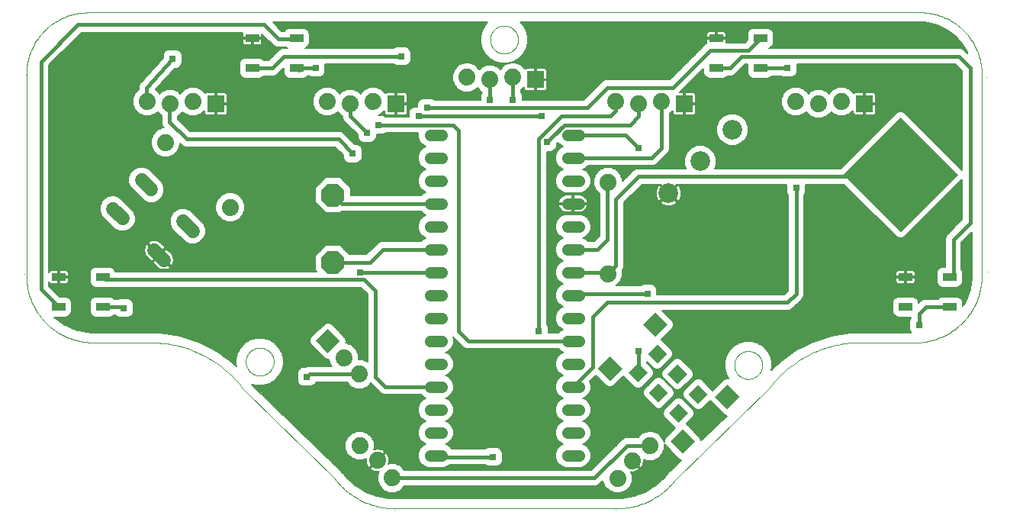
<source format=gtl>
G75*
%MOIN*%
%OFA0B0*%
%FSLAX25Y25*%
%IPPOS*%
%LPD*%
%AMOC8*
5,1,8,0,0,1.08239X$1,22.5*
%
%ADD10C,0.00004*%
%ADD11C,0.00000*%
%ADD12R,0.05906X0.03543*%
%ADD13C,0.08600*%
%ADD14C,0.07400*%
%ADD15OC8,0.10000*%
%ADD16R,0.07400X0.07400*%
%ADD17C,0.05150*%
%ADD18C,0.06000*%
%ADD19R,0.07400X0.07400*%
%ADD20R,0.07677X0.07677*%
%ADD21R,0.05937X0.05937*%
%ADD22R,0.35433X0.35433*%
%ADD23C,0.00600*%
%ADD24C,0.01600*%
%ADD25R,0.02978X0.02978*%
D10*
X0073524Y0106665D02*
X0074757Y0106650D01*
X0075989Y0106605D01*
X0077220Y0106531D01*
X0078448Y0106427D01*
X0079674Y0106293D01*
X0080896Y0106129D01*
X0082114Y0105936D01*
X0083326Y0105714D01*
X0084533Y0105463D01*
X0085734Y0105182D01*
X0086927Y0104873D01*
X0088113Y0104535D01*
X0089290Y0104168D01*
X0090458Y0103773D01*
X0091616Y0103350D01*
X0092763Y0102899D01*
X0093899Y0102420D01*
X0095024Y0101914D01*
X0096135Y0101381D01*
X0097234Y0100822D01*
X0098319Y0100236D01*
X0099389Y0099624D01*
X0100444Y0098986D01*
X0101484Y0098323D01*
X0102507Y0097635D01*
X0103513Y0096923D01*
X0104502Y0096186D01*
X0105472Y0095426D01*
X0106424Y0094643D01*
X0107357Y0093837D01*
X0108270Y0093008D01*
X0109163Y0092158D01*
X0110035Y0091286D01*
X0110886Y0090394D01*
X0111714Y0089481D01*
X0112521Y0088549D01*
X0113305Y0087597D01*
X0114065Y0086627D01*
X0114802Y0085638D01*
X0114801Y0085637D02*
X0114802Y0085637D01*
X0114802Y0085637D01*
X0114803Y0085637D01*
X0114803Y0085638D01*
X0114803Y0085639D01*
X0114802Y0085638D02*
X0154149Y0047255D01*
X0154150Y0047256D02*
X0154149Y0047256D01*
X0154149Y0047256D01*
X0154148Y0047256D01*
X0154148Y0047255D01*
X0154148Y0047254D01*
X0154149Y0047254D01*
X0154149Y0047254D01*
X0154150Y0047254D01*
X0154150Y0047255D01*
X0154150Y0047256D01*
X0180756Y0034233D02*
X0276867Y0034233D01*
X0276867Y0033702D02*
X0276866Y0033702D01*
X0276866Y0033701D01*
X0276866Y0033701D01*
X0276866Y0033700D01*
X0276867Y0033700D01*
X0276868Y0033700D01*
X0276868Y0033701D01*
X0276868Y0033701D01*
X0276868Y0033702D01*
X0276867Y0033702D01*
X0303286Y0047066D02*
X0343890Y0086531D01*
X0343889Y0086532D02*
X0343889Y0086531D01*
X0343889Y0086530D01*
X0343890Y0086530D01*
X0343890Y0086530D01*
X0343891Y0086530D01*
X0343891Y0086531D01*
X0343891Y0086532D01*
X0343890Y0086532D01*
X0343890Y0086532D01*
X0343889Y0086532D01*
X0383688Y0106663D02*
X0383687Y0106663D01*
X0383687Y0106664D01*
X0383687Y0106664D01*
X0383687Y0106665D01*
X0383688Y0106665D01*
X0408998Y0106665D01*
X0408997Y0106665D01*
X0408997Y0106664D01*
X0408997Y0106664D01*
X0408997Y0106663D01*
X0408998Y0106663D01*
X0408999Y0106663D01*
X0408999Y0106664D01*
X0408999Y0106664D01*
X0408999Y0106665D01*
X0408998Y0106665D01*
X0383688Y0106663D02*
X0383689Y0106663D01*
X0383689Y0106664D01*
X0383689Y0106664D01*
X0383689Y0106665D01*
X0383688Y0106665D01*
X0408997Y0106664D02*
X0409707Y0106706D01*
X0410416Y0106766D01*
X0411123Y0106842D01*
X0411828Y0106936D01*
X0412531Y0107047D01*
X0413231Y0107174D01*
X0413927Y0107319D01*
X0414620Y0107481D01*
X0415308Y0107659D01*
X0415992Y0107854D01*
X0416671Y0108065D01*
X0417345Y0108293D01*
X0418013Y0108538D01*
X0418675Y0108798D01*
X0419330Y0109075D01*
X0419979Y0109367D01*
X0420620Y0109675D01*
X0421254Y0109998D01*
X0421879Y0110337D01*
X0422496Y0110690D01*
X0423105Y0111059D01*
X0423704Y0111442D01*
X0424293Y0111840D01*
X0424873Y0112252D01*
X0425443Y0112678D01*
X0426002Y0113117D01*
X0426551Y0113570D01*
X0427088Y0114037D01*
X0427614Y0114516D01*
X0428127Y0115008D01*
X0428629Y0115512D01*
X0429119Y0116028D01*
X0429596Y0116556D01*
X0430059Y0117095D01*
X0430510Y0117645D01*
X0430947Y0118206D01*
X0431370Y0118778D01*
X0431780Y0119360D01*
X0432175Y0119951D01*
X0432555Y0120552D01*
X0432921Y0121162D01*
X0433272Y0121780D01*
X0433608Y0122407D01*
X0433929Y0123042D01*
X0434234Y0123685D01*
X0434523Y0124335D01*
X0434797Y0124991D01*
X0435054Y0125654D01*
X0435295Y0126324D01*
X0435520Y0126998D01*
X0435729Y0127678D01*
X0435921Y0128363D01*
X0436096Y0129053D01*
X0436255Y0129746D01*
X0436396Y0130443D01*
X0436521Y0131143D01*
X0436629Y0131846D01*
X0436719Y0132552D01*
X0436792Y0133259D01*
X0436849Y0133968D01*
X0436887Y0134679D01*
X0436909Y0135390D01*
X0436913Y0136101D01*
X0436901Y0136812D01*
X0436870Y0137523D01*
X0436871Y0137523D02*
X0436871Y0222493D01*
X0438946Y0222493D02*
X0438946Y0222492D01*
X0438947Y0222492D01*
X0438947Y0222492D01*
X0438948Y0222492D01*
X0438948Y0222493D01*
X0438948Y0222494D01*
X0438947Y0222494D01*
X0438947Y0222494D01*
X0438946Y0222494D01*
X0438946Y0222493D01*
X0436871Y0222493D02*
X0436896Y0223151D01*
X0436905Y0223810D01*
X0436898Y0224469D01*
X0436874Y0225127D01*
X0436835Y0225785D01*
X0436779Y0226441D01*
X0436708Y0227096D01*
X0436620Y0227749D01*
X0436517Y0228400D01*
X0436398Y0229048D01*
X0436263Y0229693D01*
X0436112Y0230334D01*
X0435945Y0230972D01*
X0435763Y0231605D01*
X0435566Y0232233D01*
X0435354Y0232857D01*
X0435126Y0233475D01*
X0434883Y0234088D01*
X0434625Y0234694D01*
X0434353Y0235294D01*
X0434066Y0235887D01*
X0433764Y0236473D01*
X0433449Y0237051D01*
X0433119Y0237622D01*
X0432776Y0238184D01*
X0432418Y0238737D01*
X0432048Y0239282D01*
X0431664Y0239818D01*
X0431267Y0240344D01*
X0430858Y0240860D01*
X0430436Y0241366D01*
X0430002Y0241862D01*
X0429556Y0242346D01*
X0429098Y0242820D01*
X0428629Y0243283D01*
X0428148Y0243733D01*
X0427657Y0244172D01*
X0427155Y0244599D01*
X0426643Y0245014D01*
X0426121Y0245416D01*
X0425589Y0245805D01*
X0425048Y0246180D01*
X0424498Y0246543D01*
X0423939Y0246892D01*
X0423372Y0247227D01*
X0422797Y0247548D01*
X0422214Y0247856D01*
X0421624Y0248148D01*
X0421027Y0248427D01*
X0420423Y0248690D01*
X0419813Y0248939D01*
X0419197Y0249173D01*
X0418575Y0249392D01*
X0417949Y0249595D01*
X0417317Y0249783D01*
X0416681Y0249956D01*
X0416042Y0250113D01*
X0415398Y0250254D01*
X0414751Y0250380D01*
X0414102Y0250490D01*
X0413450Y0250584D01*
X0412795Y0250662D01*
X0412139Y0250724D01*
X0411482Y0250769D01*
X0045644Y0250769D01*
X0045644Y0250768D02*
X0044991Y0250744D01*
X0044339Y0250705D01*
X0043688Y0250649D01*
X0043039Y0250577D01*
X0042391Y0250490D01*
X0041746Y0250387D01*
X0041104Y0250268D01*
X0040464Y0250133D01*
X0039828Y0249983D01*
X0039196Y0249817D01*
X0038569Y0249636D01*
X0037945Y0249440D01*
X0037327Y0249229D01*
X0036714Y0249002D01*
X0036107Y0248761D01*
X0035506Y0248505D01*
X0034912Y0248234D01*
X0034324Y0247949D01*
X0033743Y0247649D01*
X0033170Y0247336D01*
X0032604Y0247008D01*
X0032047Y0246667D01*
X0031499Y0246312D01*
X0030959Y0245944D01*
X0030428Y0245563D01*
X0029907Y0245169D01*
X0029395Y0244763D01*
X0028894Y0244344D01*
X0028403Y0243913D01*
X0027922Y0243470D01*
X0027453Y0243016D01*
X0026995Y0242550D01*
X0026548Y0242073D01*
X0026113Y0241585D01*
X0025691Y0241087D01*
X0025280Y0240579D01*
X0024882Y0240061D01*
X0024497Y0239533D01*
X0024125Y0238996D01*
X0023766Y0238450D01*
X0023420Y0237896D01*
X0023088Y0237333D01*
X0022770Y0236762D01*
X0022466Y0236184D01*
X0022176Y0235598D01*
X0021901Y0235006D01*
X0021640Y0234407D01*
X0021394Y0233801D01*
X0021162Y0233190D01*
X0020946Y0232574D01*
X0020745Y0231952D01*
X0020559Y0231326D01*
X0020388Y0230695D01*
X0020233Y0230060D01*
X0020094Y0229422D01*
X0019970Y0228781D01*
X0019862Y0228136D01*
X0019769Y0227490D01*
X0019692Y0226841D01*
X0019632Y0226190D01*
X0019587Y0225538D01*
X0019558Y0224886D01*
X0019545Y0224232D01*
X0019548Y0223579D01*
X0019548Y0223580D02*
X0019548Y0136438D01*
X0018583Y0136438D02*
X0018583Y0136439D01*
X0018582Y0136439D01*
X0018582Y0136439D01*
X0018581Y0136439D01*
X0018581Y0136438D01*
X0018581Y0136437D01*
X0018582Y0136437D01*
X0018582Y0136437D01*
X0018583Y0136437D01*
X0018583Y0136438D01*
X0019547Y0136438D02*
X0019539Y0135732D01*
X0019548Y0135026D01*
X0019573Y0134320D01*
X0019616Y0133615D01*
X0019676Y0132912D01*
X0019754Y0132210D01*
X0019848Y0131511D01*
X0019959Y0130813D01*
X0020087Y0130119D01*
X0020231Y0129428D01*
X0020393Y0128741D01*
X0020571Y0128058D01*
X0020766Y0127379D01*
X0020977Y0126705D01*
X0021204Y0126037D01*
X0021448Y0125374D01*
X0021708Y0124718D01*
X0021983Y0124068D01*
X0022274Y0123425D01*
X0022581Y0122789D01*
X0022903Y0122160D01*
X0023240Y0121540D01*
X0023592Y0120928D01*
X0023959Y0120325D01*
X0024340Y0119731D01*
X0024736Y0119146D01*
X0025146Y0118571D01*
X0025570Y0118007D01*
X0026007Y0117452D01*
X0026458Y0116909D01*
X0026921Y0116376D01*
X0027398Y0115855D01*
X0027887Y0115346D01*
X0028388Y0114849D01*
X0028901Y0114364D01*
X0029425Y0113892D01*
X0029961Y0113432D01*
X0030508Y0112986D01*
X0031066Y0112553D01*
X0031634Y0112134D01*
X0032212Y0111728D01*
X0032800Y0111337D01*
X0033397Y0110960D01*
X0034003Y0110598D01*
X0034618Y0110251D01*
X0035241Y0109919D01*
X0035871Y0109601D01*
X0036510Y0109300D01*
X0037155Y0109014D01*
X0037807Y0108743D01*
X0038466Y0108489D01*
X0039130Y0108250D01*
X0039800Y0108028D01*
X0040476Y0107822D01*
X0041156Y0107633D01*
X0041840Y0107460D01*
X0042529Y0107304D01*
X0043221Y0107165D01*
X0043916Y0107042D01*
X0044614Y0106937D01*
X0045315Y0106848D01*
X0046017Y0106776D01*
X0046721Y0106722D01*
X0047426Y0106684D01*
X0048132Y0106664D01*
X0048132Y0106665D02*
X0048131Y0106665D01*
X0048131Y0106664D01*
X0048131Y0106664D01*
X0048131Y0106663D01*
X0048132Y0106663D01*
X0048133Y0106663D01*
X0048133Y0106664D01*
X0048133Y0106664D01*
X0048133Y0106665D01*
X0048132Y0106665D01*
X0073525Y0106665D01*
X0073524Y0106665D01*
X0073524Y0106664D01*
X0073524Y0106664D01*
X0073524Y0106663D01*
X0073525Y0106663D01*
X0073526Y0106663D01*
X0073526Y0106664D01*
X0073526Y0106664D01*
X0073526Y0106665D01*
X0073525Y0106665D01*
X0114801Y0085637D02*
X0114801Y0085638D01*
X0114801Y0085639D01*
X0114802Y0085639D01*
X0114802Y0085639D01*
X0114803Y0085639D01*
X0154149Y0047255D02*
X0154630Y0046630D01*
X0155126Y0046018D01*
X0155637Y0045417D01*
X0156162Y0044829D01*
X0156702Y0044254D01*
X0157255Y0043692D01*
X0157821Y0043144D01*
X0158401Y0042610D01*
X0158993Y0042089D01*
X0159598Y0041583D01*
X0160214Y0041092D01*
X0160843Y0040616D01*
X0161482Y0040155D01*
X0162133Y0039710D01*
X0162794Y0039281D01*
X0163466Y0038867D01*
X0164147Y0038471D01*
X0164837Y0038090D01*
X0165537Y0037727D01*
X0166245Y0037380D01*
X0166961Y0037051D01*
X0167685Y0036739D01*
X0168417Y0036444D01*
X0169155Y0036168D01*
X0169900Y0035909D01*
X0170650Y0035668D01*
X0171407Y0035446D01*
X0172168Y0035242D01*
X0172934Y0035056D01*
X0173705Y0034889D01*
X0174479Y0034741D01*
X0175257Y0034611D01*
X0176037Y0034500D01*
X0176820Y0034408D01*
X0177605Y0034335D01*
X0178392Y0034281D01*
X0179179Y0034246D01*
X0179968Y0034230D01*
X0180756Y0034233D01*
X0180756Y0033702D02*
X0180755Y0033702D01*
X0180755Y0033701D01*
X0180755Y0033701D01*
X0180755Y0033700D01*
X0180756Y0033700D01*
X0180757Y0033700D01*
X0180757Y0033701D01*
X0180757Y0033701D01*
X0180757Y0033702D01*
X0180756Y0033702D01*
X0276867Y0034233D02*
X0277648Y0034230D01*
X0278429Y0034245D01*
X0279210Y0034280D01*
X0279990Y0034333D01*
X0280768Y0034404D01*
X0281544Y0034495D01*
X0282317Y0034603D01*
X0283088Y0034731D01*
X0283856Y0034877D01*
X0284620Y0035041D01*
X0285379Y0035224D01*
X0286134Y0035425D01*
X0286884Y0035644D01*
X0287629Y0035881D01*
X0288368Y0036135D01*
X0289100Y0036408D01*
X0289825Y0036698D01*
X0290544Y0037005D01*
X0291255Y0037329D01*
X0291957Y0037671D01*
X0292652Y0038029D01*
X0293337Y0038404D01*
X0294014Y0038795D01*
X0294681Y0039202D01*
X0295337Y0039625D01*
X0295984Y0040064D01*
X0296620Y0040518D01*
X0297244Y0040987D01*
X0297858Y0041472D01*
X0298459Y0041970D01*
X0299048Y0042483D01*
X0299625Y0043011D01*
X0300189Y0043551D01*
X0300740Y0044106D01*
X0301277Y0044673D01*
X0301800Y0045253D01*
X0302310Y0045845D01*
X0302805Y0046450D01*
X0303285Y0047066D01*
X0303285Y0047067D02*
X0303285Y0047066D01*
X0303285Y0047065D01*
X0303286Y0047065D01*
X0303286Y0047065D01*
X0303287Y0047065D01*
X0303287Y0047066D01*
X0303287Y0047067D01*
X0303286Y0047067D01*
X0303286Y0047067D01*
X0303285Y0047067D01*
X0343891Y0086530D02*
X0344605Y0087478D01*
X0345342Y0088408D01*
X0346101Y0089320D01*
X0346881Y0090213D01*
X0347683Y0091088D01*
X0348506Y0091943D01*
X0349349Y0092778D01*
X0350212Y0093592D01*
X0351094Y0094386D01*
X0351995Y0095158D01*
X0352914Y0095908D01*
X0353851Y0096636D01*
X0354805Y0097341D01*
X0355776Y0098024D01*
X0356763Y0098682D01*
X0357765Y0099317D01*
X0358782Y0099927D01*
X0359814Y0100513D01*
X0360860Y0101074D01*
X0361919Y0101610D01*
X0362990Y0102120D01*
X0364073Y0102604D01*
X0365168Y0103062D01*
X0366273Y0103493D01*
X0367388Y0103898D01*
X0368513Y0104276D01*
X0369646Y0104627D01*
X0370788Y0104951D01*
X0371937Y0105247D01*
X0373093Y0105515D01*
X0374255Y0105756D01*
X0375422Y0105968D01*
X0376594Y0106152D01*
X0377770Y0106309D01*
X0378950Y0106437D01*
X0380132Y0106536D01*
X0381316Y0106607D01*
X0382502Y0106650D01*
X0383689Y0106664D01*
X0439624Y0137523D02*
X0439624Y0137522D01*
X0439625Y0137522D01*
X0439625Y0137522D01*
X0439626Y0137522D01*
X0439626Y0137523D01*
X0439626Y0137524D01*
X0439625Y0137524D01*
X0439625Y0137524D01*
X0439624Y0137524D01*
X0439624Y0137523D01*
X0019278Y0223580D02*
X0019278Y0223581D01*
X0019277Y0223581D01*
X0019277Y0223581D01*
X0019276Y0223581D01*
X0019276Y0223580D01*
X0019276Y0223579D01*
X0019277Y0223579D01*
X0019277Y0223579D01*
X0019278Y0223579D01*
X0019278Y0223580D01*
D11*
X0115336Y0098308D02*
X0115338Y0098464D01*
X0115344Y0098620D01*
X0115354Y0098775D01*
X0115368Y0098930D01*
X0115386Y0099085D01*
X0115408Y0099239D01*
X0115433Y0099393D01*
X0115463Y0099546D01*
X0115497Y0099698D01*
X0115534Y0099850D01*
X0115575Y0100000D01*
X0115620Y0100149D01*
X0115669Y0100297D01*
X0115722Y0100444D01*
X0115778Y0100589D01*
X0115838Y0100733D01*
X0115902Y0100875D01*
X0115970Y0101016D01*
X0116041Y0101154D01*
X0116115Y0101291D01*
X0116193Y0101426D01*
X0116274Y0101559D01*
X0116359Y0101690D01*
X0116447Y0101819D01*
X0116538Y0101945D01*
X0116633Y0102069D01*
X0116730Y0102190D01*
X0116831Y0102309D01*
X0116935Y0102426D01*
X0117041Y0102539D01*
X0117151Y0102650D01*
X0117263Y0102758D01*
X0117378Y0102863D01*
X0117496Y0102966D01*
X0117616Y0103065D01*
X0117739Y0103161D01*
X0117864Y0103254D01*
X0117991Y0103343D01*
X0118121Y0103430D01*
X0118253Y0103513D01*
X0118387Y0103592D01*
X0118523Y0103669D01*
X0118661Y0103741D01*
X0118800Y0103811D01*
X0118942Y0103876D01*
X0119085Y0103938D01*
X0119229Y0103996D01*
X0119375Y0104051D01*
X0119523Y0104102D01*
X0119671Y0104149D01*
X0119821Y0104192D01*
X0119972Y0104231D01*
X0120124Y0104267D01*
X0120276Y0104298D01*
X0120430Y0104326D01*
X0120584Y0104350D01*
X0120738Y0104370D01*
X0120893Y0104386D01*
X0121049Y0104398D01*
X0121204Y0104406D01*
X0121360Y0104410D01*
X0121516Y0104410D01*
X0121672Y0104406D01*
X0121827Y0104398D01*
X0121983Y0104386D01*
X0122138Y0104370D01*
X0122292Y0104350D01*
X0122446Y0104326D01*
X0122600Y0104298D01*
X0122752Y0104267D01*
X0122904Y0104231D01*
X0123055Y0104192D01*
X0123205Y0104149D01*
X0123353Y0104102D01*
X0123501Y0104051D01*
X0123647Y0103996D01*
X0123791Y0103938D01*
X0123934Y0103876D01*
X0124076Y0103811D01*
X0124215Y0103741D01*
X0124353Y0103669D01*
X0124489Y0103592D01*
X0124623Y0103513D01*
X0124755Y0103430D01*
X0124885Y0103343D01*
X0125012Y0103254D01*
X0125137Y0103161D01*
X0125260Y0103065D01*
X0125380Y0102966D01*
X0125498Y0102863D01*
X0125613Y0102758D01*
X0125725Y0102650D01*
X0125835Y0102539D01*
X0125941Y0102426D01*
X0126045Y0102309D01*
X0126146Y0102190D01*
X0126243Y0102069D01*
X0126338Y0101945D01*
X0126429Y0101819D01*
X0126517Y0101690D01*
X0126602Y0101559D01*
X0126683Y0101426D01*
X0126761Y0101291D01*
X0126835Y0101154D01*
X0126906Y0101016D01*
X0126974Y0100875D01*
X0127038Y0100733D01*
X0127098Y0100589D01*
X0127154Y0100444D01*
X0127207Y0100297D01*
X0127256Y0100149D01*
X0127301Y0100000D01*
X0127342Y0099850D01*
X0127379Y0099698D01*
X0127413Y0099546D01*
X0127443Y0099393D01*
X0127468Y0099239D01*
X0127490Y0099085D01*
X0127508Y0098930D01*
X0127522Y0098775D01*
X0127532Y0098620D01*
X0127538Y0098464D01*
X0127540Y0098308D01*
X0127538Y0098152D01*
X0127532Y0097996D01*
X0127522Y0097841D01*
X0127508Y0097686D01*
X0127490Y0097531D01*
X0127468Y0097377D01*
X0127443Y0097223D01*
X0127413Y0097070D01*
X0127379Y0096918D01*
X0127342Y0096766D01*
X0127301Y0096616D01*
X0127256Y0096467D01*
X0127207Y0096319D01*
X0127154Y0096172D01*
X0127098Y0096027D01*
X0127038Y0095883D01*
X0126974Y0095741D01*
X0126906Y0095600D01*
X0126835Y0095462D01*
X0126761Y0095325D01*
X0126683Y0095190D01*
X0126602Y0095057D01*
X0126517Y0094926D01*
X0126429Y0094797D01*
X0126338Y0094671D01*
X0126243Y0094547D01*
X0126146Y0094426D01*
X0126045Y0094307D01*
X0125941Y0094190D01*
X0125835Y0094077D01*
X0125725Y0093966D01*
X0125613Y0093858D01*
X0125498Y0093753D01*
X0125380Y0093650D01*
X0125260Y0093551D01*
X0125137Y0093455D01*
X0125012Y0093362D01*
X0124885Y0093273D01*
X0124755Y0093186D01*
X0124623Y0093103D01*
X0124489Y0093024D01*
X0124353Y0092947D01*
X0124215Y0092875D01*
X0124076Y0092805D01*
X0123934Y0092740D01*
X0123791Y0092678D01*
X0123647Y0092620D01*
X0123501Y0092565D01*
X0123353Y0092514D01*
X0123205Y0092467D01*
X0123055Y0092424D01*
X0122904Y0092385D01*
X0122752Y0092349D01*
X0122600Y0092318D01*
X0122446Y0092290D01*
X0122292Y0092266D01*
X0122138Y0092246D01*
X0121983Y0092230D01*
X0121827Y0092218D01*
X0121672Y0092210D01*
X0121516Y0092206D01*
X0121360Y0092206D01*
X0121204Y0092210D01*
X0121049Y0092218D01*
X0120893Y0092230D01*
X0120738Y0092246D01*
X0120584Y0092266D01*
X0120430Y0092290D01*
X0120276Y0092318D01*
X0120124Y0092349D01*
X0119972Y0092385D01*
X0119821Y0092424D01*
X0119671Y0092467D01*
X0119523Y0092514D01*
X0119375Y0092565D01*
X0119229Y0092620D01*
X0119085Y0092678D01*
X0118942Y0092740D01*
X0118800Y0092805D01*
X0118661Y0092875D01*
X0118523Y0092947D01*
X0118387Y0093024D01*
X0118253Y0093103D01*
X0118121Y0093186D01*
X0117991Y0093273D01*
X0117864Y0093362D01*
X0117739Y0093455D01*
X0117616Y0093551D01*
X0117496Y0093650D01*
X0117378Y0093753D01*
X0117263Y0093858D01*
X0117151Y0093966D01*
X0117041Y0094077D01*
X0116935Y0094190D01*
X0116831Y0094307D01*
X0116730Y0094426D01*
X0116633Y0094547D01*
X0116538Y0094671D01*
X0116447Y0094797D01*
X0116359Y0094926D01*
X0116274Y0095057D01*
X0116193Y0095190D01*
X0116115Y0095325D01*
X0116041Y0095462D01*
X0115970Y0095600D01*
X0115902Y0095741D01*
X0115838Y0095883D01*
X0115778Y0096027D01*
X0115722Y0096172D01*
X0115669Y0096319D01*
X0115620Y0096467D01*
X0115575Y0096616D01*
X0115534Y0096766D01*
X0115497Y0096918D01*
X0115463Y0097070D01*
X0115433Y0097223D01*
X0115408Y0097377D01*
X0115386Y0097531D01*
X0115368Y0097686D01*
X0115354Y0097841D01*
X0115344Y0097996D01*
X0115338Y0098152D01*
X0115336Y0098308D01*
X0328808Y0096808D02*
X0328810Y0096964D01*
X0328816Y0097120D01*
X0328826Y0097275D01*
X0328840Y0097430D01*
X0328858Y0097585D01*
X0328880Y0097739D01*
X0328905Y0097893D01*
X0328935Y0098046D01*
X0328969Y0098198D01*
X0329006Y0098350D01*
X0329047Y0098500D01*
X0329092Y0098649D01*
X0329141Y0098797D01*
X0329194Y0098944D01*
X0329250Y0099089D01*
X0329310Y0099233D01*
X0329374Y0099375D01*
X0329442Y0099516D01*
X0329513Y0099654D01*
X0329587Y0099791D01*
X0329665Y0099926D01*
X0329746Y0100059D01*
X0329831Y0100190D01*
X0329919Y0100319D01*
X0330010Y0100445D01*
X0330105Y0100569D01*
X0330202Y0100690D01*
X0330303Y0100809D01*
X0330407Y0100926D01*
X0330513Y0101039D01*
X0330623Y0101150D01*
X0330735Y0101258D01*
X0330850Y0101363D01*
X0330968Y0101466D01*
X0331088Y0101565D01*
X0331211Y0101661D01*
X0331336Y0101754D01*
X0331463Y0101843D01*
X0331593Y0101930D01*
X0331725Y0102013D01*
X0331859Y0102092D01*
X0331995Y0102169D01*
X0332133Y0102241D01*
X0332272Y0102311D01*
X0332414Y0102376D01*
X0332557Y0102438D01*
X0332701Y0102496D01*
X0332847Y0102551D01*
X0332995Y0102602D01*
X0333143Y0102649D01*
X0333293Y0102692D01*
X0333444Y0102731D01*
X0333596Y0102767D01*
X0333748Y0102798D01*
X0333902Y0102826D01*
X0334056Y0102850D01*
X0334210Y0102870D01*
X0334365Y0102886D01*
X0334521Y0102898D01*
X0334676Y0102906D01*
X0334832Y0102910D01*
X0334988Y0102910D01*
X0335144Y0102906D01*
X0335299Y0102898D01*
X0335455Y0102886D01*
X0335610Y0102870D01*
X0335764Y0102850D01*
X0335918Y0102826D01*
X0336072Y0102798D01*
X0336224Y0102767D01*
X0336376Y0102731D01*
X0336527Y0102692D01*
X0336677Y0102649D01*
X0336825Y0102602D01*
X0336973Y0102551D01*
X0337119Y0102496D01*
X0337263Y0102438D01*
X0337406Y0102376D01*
X0337548Y0102311D01*
X0337687Y0102241D01*
X0337825Y0102169D01*
X0337961Y0102092D01*
X0338095Y0102013D01*
X0338227Y0101930D01*
X0338357Y0101843D01*
X0338484Y0101754D01*
X0338609Y0101661D01*
X0338732Y0101565D01*
X0338852Y0101466D01*
X0338970Y0101363D01*
X0339085Y0101258D01*
X0339197Y0101150D01*
X0339307Y0101039D01*
X0339413Y0100926D01*
X0339517Y0100809D01*
X0339618Y0100690D01*
X0339715Y0100569D01*
X0339810Y0100445D01*
X0339901Y0100319D01*
X0339989Y0100190D01*
X0340074Y0100059D01*
X0340155Y0099926D01*
X0340233Y0099791D01*
X0340307Y0099654D01*
X0340378Y0099516D01*
X0340446Y0099375D01*
X0340510Y0099233D01*
X0340570Y0099089D01*
X0340626Y0098944D01*
X0340679Y0098797D01*
X0340728Y0098649D01*
X0340773Y0098500D01*
X0340814Y0098350D01*
X0340851Y0098198D01*
X0340885Y0098046D01*
X0340915Y0097893D01*
X0340940Y0097739D01*
X0340962Y0097585D01*
X0340980Y0097430D01*
X0340994Y0097275D01*
X0341004Y0097120D01*
X0341010Y0096964D01*
X0341012Y0096808D01*
X0341010Y0096652D01*
X0341004Y0096496D01*
X0340994Y0096341D01*
X0340980Y0096186D01*
X0340962Y0096031D01*
X0340940Y0095877D01*
X0340915Y0095723D01*
X0340885Y0095570D01*
X0340851Y0095418D01*
X0340814Y0095266D01*
X0340773Y0095116D01*
X0340728Y0094967D01*
X0340679Y0094819D01*
X0340626Y0094672D01*
X0340570Y0094527D01*
X0340510Y0094383D01*
X0340446Y0094241D01*
X0340378Y0094100D01*
X0340307Y0093962D01*
X0340233Y0093825D01*
X0340155Y0093690D01*
X0340074Y0093557D01*
X0339989Y0093426D01*
X0339901Y0093297D01*
X0339810Y0093171D01*
X0339715Y0093047D01*
X0339618Y0092926D01*
X0339517Y0092807D01*
X0339413Y0092690D01*
X0339307Y0092577D01*
X0339197Y0092466D01*
X0339085Y0092358D01*
X0338970Y0092253D01*
X0338852Y0092150D01*
X0338732Y0092051D01*
X0338609Y0091955D01*
X0338484Y0091862D01*
X0338357Y0091773D01*
X0338227Y0091686D01*
X0338095Y0091603D01*
X0337961Y0091524D01*
X0337825Y0091447D01*
X0337687Y0091375D01*
X0337548Y0091305D01*
X0337406Y0091240D01*
X0337263Y0091178D01*
X0337119Y0091120D01*
X0336973Y0091065D01*
X0336825Y0091014D01*
X0336677Y0090967D01*
X0336527Y0090924D01*
X0336376Y0090885D01*
X0336224Y0090849D01*
X0336072Y0090818D01*
X0335918Y0090790D01*
X0335764Y0090766D01*
X0335610Y0090746D01*
X0335455Y0090730D01*
X0335299Y0090718D01*
X0335144Y0090710D01*
X0334988Y0090706D01*
X0334832Y0090706D01*
X0334676Y0090710D01*
X0334521Y0090718D01*
X0334365Y0090730D01*
X0334210Y0090746D01*
X0334056Y0090766D01*
X0333902Y0090790D01*
X0333748Y0090818D01*
X0333596Y0090849D01*
X0333444Y0090885D01*
X0333293Y0090924D01*
X0333143Y0090967D01*
X0332995Y0091014D01*
X0332847Y0091065D01*
X0332701Y0091120D01*
X0332557Y0091178D01*
X0332414Y0091240D01*
X0332272Y0091305D01*
X0332133Y0091375D01*
X0331995Y0091447D01*
X0331859Y0091524D01*
X0331725Y0091603D01*
X0331593Y0091686D01*
X0331463Y0091773D01*
X0331336Y0091862D01*
X0331211Y0091955D01*
X0331088Y0092051D01*
X0330968Y0092150D01*
X0330850Y0092253D01*
X0330735Y0092358D01*
X0330623Y0092466D01*
X0330513Y0092577D01*
X0330407Y0092690D01*
X0330303Y0092807D01*
X0330202Y0092926D01*
X0330105Y0093047D01*
X0330010Y0093171D01*
X0329919Y0093297D01*
X0329831Y0093426D01*
X0329746Y0093557D01*
X0329665Y0093690D01*
X0329587Y0093825D01*
X0329513Y0093962D01*
X0329442Y0094100D01*
X0329374Y0094241D01*
X0329310Y0094383D01*
X0329250Y0094527D01*
X0329194Y0094672D01*
X0329141Y0094819D01*
X0329092Y0094967D01*
X0329047Y0095116D01*
X0329006Y0095266D01*
X0328969Y0095418D01*
X0328935Y0095570D01*
X0328905Y0095723D01*
X0328880Y0095877D01*
X0328858Y0096031D01*
X0328840Y0096186D01*
X0328826Y0096341D01*
X0328816Y0096496D01*
X0328810Y0096652D01*
X0328808Y0096808D01*
X0222107Y0238957D02*
X0222109Y0239113D01*
X0222115Y0239269D01*
X0222125Y0239424D01*
X0222139Y0239579D01*
X0222157Y0239734D01*
X0222179Y0239888D01*
X0222204Y0240042D01*
X0222234Y0240195D01*
X0222268Y0240347D01*
X0222305Y0240499D01*
X0222346Y0240649D01*
X0222391Y0240798D01*
X0222440Y0240946D01*
X0222493Y0241093D01*
X0222549Y0241238D01*
X0222609Y0241382D01*
X0222673Y0241524D01*
X0222741Y0241665D01*
X0222812Y0241803D01*
X0222886Y0241940D01*
X0222964Y0242075D01*
X0223045Y0242208D01*
X0223130Y0242339D01*
X0223218Y0242468D01*
X0223309Y0242594D01*
X0223404Y0242718D01*
X0223501Y0242839D01*
X0223602Y0242958D01*
X0223706Y0243075D01*
X0223812Y0243188D01*
X0223922Y0243299D01*
X0224034Y0243407D01*
X0224149Y0243512D01*
X0224267Y0243615D01*
X0224387Y0243714D01*
X0224510Y0243810D01*
X0224635Y0243903D01*
X0224762Y0243992D01*
X0224892Y0244079D01*
X0225024Y0244162D01*
X0225158Y0244241D01*
X0225294Y0244318D01*
X0225432Y0244390D01*
X0225571Y0244460D01*
X0225713Y0244525D01*
X0225856Y0244587D01*
X0226000Y0244645D01*
X0226146Y0244700D01*
X0226294Y0244751D01*
X0226442Y0244798D01*
X0226592Y0244841D01*
X0226743Y0244880D01*
X0226895Y0244916D01*
X0227047Y0244947D01*
X0227201Y0244975D01*
X0227355Y0244999D01*
X0227509Y0245019D01*
X0227664Y0245035D01*
X0227820Y0245047D01*
X0227975Y0245055D01*
X0228131Y0245059D01*
X0228287Y0245059D01*
X0228443Y0245055D01*
X0228598Y0245047D01*
X0228754Y0245035D01*
X0228909Y0245019D01*
X0229063Y0244999D01*
X0229217Y0244975D01*
X0229371Y0244947D01*
X0229523Y0244916D01*
X0229675Y0244880D01*
X0229826Y0244841D01*
X0229976Y0244798D01*
X0230124Y0244751D01*
X0230272Y0244700D01*
X0230418Y0244645D01*
X0230562Y0244587D01*
X0230705Y0244525D01*
X0230847Y0244460D01*
X0230986Y0244390D01*
X0231124Y0244318D01*
X0231260Y0244241D01*
X0231394Y0244162D01*
X0231526Y0244079D01*
X0231656Y0243992D01*
X0231783Y0243903D01*
X0231908Y0243810D01*
X0232031Y0243714D01*
X0232151Y0243615D01*
X0232269Y0243512D01*
X0232384Y0243407D01*
X0232496Y0243299D01*
X0232606Y0243188D01*
X0232712Y0243075D01*
X0232816Y0242958D01*
X0232917Y0242839D01*
X0233014Y0242718D01*
X0233109Y0242594D01*
X0233200Y0242468D01*
X0233288Y0242339D01*
X0233373Y0242208D01*
X0233454Y0242075D01*
X0233532Y0241940D01*
X0233606Y0241803D01*
X0233677Y0241665D01*
X0233745Y0241524D01*
X0233809Y0241382D01*
X0233869Y0241238D01*
X0233925Y0241093D01*
X0233978Y0240946D01*
X0234027Y0240798D01*
X0234072Y0240649D01*
X0234113Y0240499D01*
X0234150Y0240347D01*
X0234184Y0240195D01*
X0234214Y0240042D01*
X0234239Y0239888D01*
X0234261Y0239734D01*
X0234279Y0239579D01*
X0234293Y0239424D01*
X0234303Y0239269D01*
X0234309Y0239113D01*
X0234311Y0238957D01*
X0234309Y0238801D01*
X0234303Y0238645D01*
X0234293Y0238490D01*
X0234279Y0238335D01*
X0234261Y0238180D01*
X0234239Y0238026D01*
X0234214Y0237872D01*
X0234184Y0237719D01*
X0234150Y0237567D01*
X0234113Y0237415D01*
X0234072Y0237265D01*
X0234027Y0237116D01*
X0233978Y0236968D01*
X0233925Y0236821D01*
X0233869Y0236676D01*
X0233809Y0236532D01*
X0233745Y0236390D01*
X0233677Y0236249D01*
X0233606Y0236111D01*
X0233532Y0235974D01*
X0233454Y0235839D01*
X0233373Y0235706D01*
X0233288Y0235575D01*
X0233200Y0235446D01*
X0233109Y0235320D01*
X0233014Y0235196D01*
X0232917Y0235075D01*
X0232816Y0234956D01*
X0232712Y0234839D01*
X0232606Y0234726D01*
X0232496Y0234615D01*
X0232384Y0234507D01*
X0232269Y0234402D01*
X0232151Y0234299D01*
X0232031Y0234200D01*
X0231908Y0234104D01*
X0231783Y0234011D01*
X0231656Y0233922D01*
X0231526Y0233835D01*
X0231394Y0233752D01*
X0231260Y0233673D01*
X0231124Y0233596D01*
X0230986Y0233524D01*
X0230847Y0233454D01*
X0230705Y0233389D01*
X0230562Y0233327D01*
X0230418Y0233269D01*
X0230272Y0233214D01*
X0230124Y0233163D01*
X0229976Y0233116D01*
X0229826Y0233073D01*
X0229675Y0233034D01*
X0229523Y0232998D01*
X0229371Y0232967D01*
X0229217Y0232939D01*
X0229063Y0232915D01*
X0228909Y0232895D01*
X0228754Y0232879D01*
X0228598Y0232867D01*
X0228443Y0232859D01*
X0228287Y0232855D01*
X0228131Y0232855D01*
X0227975Y0232859D01*
X0227820Y0232867D01*
X0227664Y0232879D01*
X0227509Y0232895D01*
X0227355Y0232915D01*
X0227201Y0232939D01*
X0227047Y0232967D01*
X0226895Y0232998D01*
X0226743Y0233034D01*
X0226592Y0233073D01*
X0226442Y0233116D01*
X0226294Y0233163D01*
X0226146Y0233214D01*
X0226000Y0233269D01*
X0225856Y0233327D01*
X0225713Y0233389D01*
X0225571Y0233454D01*
X0225432Y0233524D01*
X0225294Y0233596D01*
X0225158Y0233673D01*
X0225024Y0233752D01*
X0224892Y0233835D01*
X0224762Y0233922D01*
X0224635Y0234011D01*
X0224510Y0234104D01*
X0224387Y0234200D01*
X0224267Y0234299D01*
X0224149Y0234402D01*
X0224034Y0234507D01*
X0223922Y0234615D01*
X0223812Y0234726D01*
X0223706Y0234839D01*
X0223602Y0234956D01*
X0223501Y0235075D01*
X0223404Y0235196D01*
X0223309Y0235320D01*
X0223218Y0235446D01*
X0223130Y0235575D01*
X0223045Y0235706D01*
X0222964Y0235839D01*
X0222886Y0235974D01*
X0222812Y0236111D01*
X0222741Y0236249D01*
X0222673Y0236390D01*
X0222609Y0236532D01*
X0222549Y0236676D01*
X0222493Y0236821D01*
X0222440Y0236968D01*
X0222391Y0237116D01*
X0222346Y0237265D01*
X0222305Y0237415D01*
X0222268Y0237567D01*
X0222234Y0237719D01*
X0222204Y0237872D01*
X0222179Y0238026D01*
X0222157Y0238180D01*
X0222139Y0238335D01*
X0222125Y0238490D01*
X0222115Y0238645D01*
X0222109Y0238801D01*
X0222107Y0238957D01*
D12*
X0137461Y0239548D03*
X0118170Y0239548D03*
X0118170Y0226556D03*
X0137461Y0226556D03*
X0052816Y0135217D03*
X0033524Y0135217D03*
X0033524Y0122225D03*
X0052816Y0122225D03*
X0320926Y0226556D03*
X0340217Y0226556D03*
X0340217Y0239548D03*
X0320926Y0239548D03*
X0403603Y0135217D03*
X0403603Y0122225D03*
X0422894Y0122225D03*
X0422894Y0135217D03*
D13*
X0327912Y0199708D03*
X0313993Y0185789D03*
X0300073Y0171870D03*
D14*
X0273623Y0176743D03*
X0286950Y0210898D03*
X0296950Y0211898D03*
X0276950Y0211898D03*
X0231989Y0222459D03*
X0221989Y0221459D03*
X0211989Y0222459D03*
X0170965Y0211898D03*
X0160965Y0210898D03*
X0150965Y0211898D03*
X0092225Y0211898D03*
X0082225Y0210898D03*
X0072225Y0211898D03*
X0080209Y0194044D03*
X0108493Y0165760D03*
X0158105Y0100050D03*
X0164988Y0092796D03*
X0165122Y0061585D03*
X0172900Y0055221D03*
X0179264Y0047443D03*
X0277813Y0047300D03*
X0284177Y0055079D03*
X0291955Y0061443D03*
X0273623Y0136743D03*
X0365690Y0210898D03*
X0355690Y0211898D03*
X0375690Y0211898D03*
D15*
X0153406Y0171080D03*
X0153406Y0141480D03*
D16*
X0180965Y0210898D03*
X0241989Y0221459D03*
X0306950Y0210898D03*
X0385690Y0210898D03*
X0102225Y0210898D03*
D17*
X0195792Y0197359D02*
X0200942Y0197359D01*
X0200942Y0187359D02*
X0195792Y0187359D01*
X0195792Y0177359D02*
X0200942Y0177359D01*
X0200942Y0167359D02*
X0195792Y0167359D01*
X0195792Y0157359D02*
X0200942Y0157359D01*
X0200942Y0147359D02*
X0195792Y0147359D01*
X0195792Y0137359D02*
X0200942Y0137359D01*
X0200942Y0127359D02*
X0195792Y0127359D01*
X0195792Y0117359D02*
X0200942Y0117359D01*
X0200942Y0107359D02*
X0195792Y0107359D01*
X0195792Y0097359D02*
X0200942Y0097359D01*
X0200942Y0087359D02*
X0195792Y0087359D01*
X0195792Y0077359D02*
X0200942Y0077359D01*
X0200942Y0067359D02*
X0195792Y0067359D01*
X0195792Y0057359D02*
X0200942Y0057359D01*
X0255792Y0057359D02*
X0260942Y0057359D01*
X0260942Y0067359D02*
X0255792Y0067359D01*
X0255792Y0077359D02*
X0260942Y0077359D01*
X0260942Y0087359D02*
X0255792Y0087359D01*
X0255792Y0097359D02*
X0260942Y0097359D01*
X0260942Y0107359D02*
X0255792Y0107359D01*
X0255792Y0117359D02*
X0260942Y0117359D01*
X0260942Y0127359D02*
X0255792Y0127359D01*
X0255792Y0137359D02*
X0260942Y0137359D01*
X0260942Y0147359D02*
X0255792Y0147359D01*
X0255792Y0157359D02*
X0260942Y0157359D01*
X0260942Y0167359D02*
X0255792Y0167359D01*
X0255792Y0177359D02*
X0260942Y0177359D01*
X0260942Y0187359D02*
X0255792Y0187359D01*
X0255792Y0197359D02*
X0260942Y0197359D01*
D18*
X0092132Y0155338D02*
X0087889Y0159581D01*
X0075303Y0146994D02*
X0079545Y0142752D01*
X0061443Y0160854D02*
X0057201Y0165096D01*
X0069787Y0177683D02*
X0074030Y0173440D01*
D19*
G36*
X0151085Y0102074D02*
X0145991Y0107440D01*
X0151357Y0112534D01*
X0156451Y0107168D01*
X0151085Y0102074D01*
G37*
D20*
G36*
X0279891Y0095259D02*
X0274464Y0089832D01*
X0269037Y0095259D01*
X0274464Y0100686D01*
X0279891Y0095259D01*
G37*
G36*
X0299690Y0114493D02*
X0294263Y0109066D01*
X0288836Y0114493D01*
X0294263Y0119920D01*
X0299690Y0114493D01*
G37*
G36*
X0331156Y0082885D02*
X0325729Y0077458D01*
X0320302Y0082885D01*
X0325729Y0088312D01*
X0331156Y0082885D01*
G37*
G36*
X0311711Y0063439D02*
X0306284Y0058012D01*
X0300857Y0063439D01*
X0306284Y0068866D01*
X0311711Y0063439D01*
G37*
D21*
G36*
X0308713Y0075814D02*
X0304516Y0071617D01*
X0300319Y0075814D01*
X0304516Y0080011D01*
X0308713Y0075814D01*
G37*
G36*
X0317198Y0084016D02*
X0313001Y0079819D01*
X0308804Y0084016D01*
X0313001Y0088213D01*
X0317198Y0084016D01*
G37*
G36*
X0308147Y0092926D02*
X0303950Y0088729D01*
X0299753Y0092926D01*
X0303950Y0097123D01*
X0308147Y0092926D01*
G37*
G36*
X0299874Y0084653D02*
X0295677Y0080456D01*
X0291480Y0084653D01*
X0295677Y0088850D01*
X0299874Y0084653D01*
G37*
G36*
X0291035Y0093491D02*
X0286838Y0089294D01*
X0282641Y0093491D01*
X0286838Y0097688D01*
X0291035Y0093491D01*
G37*
G36*
X0299379Y0101694D02*
X0295182Y0097497D01*
X0290985Y0101694D01*
X0295182Y0105891D01*
X0299379Y0101694D01*
G37*
D22*
G36*
X0426492Y0179902D02*
X0401438Y0154848D01*
X0376384Y0179902D01*
X0401438Y0204956D01*
X0426492Y0179902D01*
G37*
D23*
X0428406Y0177997D02*
X0428406Y0160541D01*
X0422565Y0154700D01*
X0421581Y0153716D01*
X0421048Y0152429D01*
X0421048Y0139689D01*
X0419405Y0139689D01*
X0418412Y0139278D01*
X0417653Y0138518D01*
X0417242Y0137526D01*
X0417242Y0132909D01*
X0417653Y0131916D01*
X0418412Y0131157D01*
X0419405Y0130746D01*
X0426384Y0130746D01*
X0427377Y0131157D01*
X0428136Y0131916D01*
X0428547Y0132909D01*
X0428547Y0137526D01*
X0428136Y0138518D01*
X0428048Y0138607D01*
X0428048Y0150283D01*
X0432569Y0154804D01*
X0432569Y0138257D01*
X0432529Y0138143D01*
X0432569Y0137406D01*
X0432569Y0136667D01*
X0432579Y0136644D01*
X0432588Y0134824D01*
X0431888Y0129952D01*
X0430246Y0125311D01*
X0428547Y0122460D01*
X0428547Y0124534D01*
X0428136Y0125526D01*
X0427377Y0126286D01*
X0426384Y0126697D01*
X0419405Y0126697D01*
X0418412Y0126286D01*
X0417852Y0125725D01*
X0411844Y0125725D01*
X0410558Y0125192D01*
X0409256Y0123891D01*
X0409256Y0124534D01*
X0408845Y0125526D01*
X0408085Y0126286D01*
X0407093Y0126697D01*
X0400113Y0126697D01*
X0399121Y0126286D01*
X0398361Y0125526D01*
X0397950Y0124534D01*
X0397950Y0119916D01*
X0398361Y0118924D01*
X0399121Y0118165D01*
X0400113Y0117754D01*
X0406048Y0117754D01*
X0406048Y0117529D01*
X0405770Y0117251D01*
X0405359Y0116259D01*
X0405359Y0112207D01*
X0405770Y0111215D01*
X0406018Y0110967D01*
X0384843Y0110967D01*
X0384841Y0110967D01*
X0382535Y0110967D01*
X0382534Y0110967D01*
X0379488Y0110967D01*
X0371189Y0109661D01*
X0363193Y0107081D01*
X0355697Y0103288D01*
X0348881Y0098376D01*
X0345095Y0094625D01*
X0345313Y0095438D01*
X0345313Y0098177D01*
X0344604Y0100823D01*
X0343234Y0103195D01*
X0341297Y0105132D01*
X0338925Y0106501D01*
X0336280Y0107210D01*
X0333541Y0107210D01*
X0330895Y0106501D01*
X0328523Y0105132D01*
X0326586Y0103195D01*
X0325217Y0100823D01*
X0324508Y0098177D01*
X0324508Y0095438D01*
X0325217Y0092793D01*
X0326244Y0091013D01*
X0325192Y0091013D01*
X0324200Y0090602D01*
X0319316Y0085718D01*
X0314531Y0090503D01*
X0313538Y0090914D01*
X0312464Y0090914D01*
X0311472Y0090503D01*
X0306514Y0085546D01*
X0306103Y0084553D01*
X0306103Y0083479D01*
X0306514Y0082487D01*
X0311472Y0077529D01*
X0312464Y0077118D01*
X0313538Y0077118D01*
X0314531Y0077529D01*
X0318184Y0081183D01*
X0324200Y0075167D01*
X0325192Y0074756D01*
X0325603Y0074756D01*
X0314412Y0063879D01*
X0314412Y0063977D01*
X0314001Y0064969D01*
X0307844Y0071126D01*
X0311003Y0074284D01*
X0311414Y0075277D01*
X0311414Y0076351D01*
X0311003Y0077343D01*
X0306045Y0082301D01*
X0305053Y0082712D01*
X0303979Y0082712D01*
X0302986Y0082301D01*
X0298029Y0077343D01*
X0297618Y0076351D01*
X0297618Y0075277D01*
X0298029Y0074284D01*
X0302955Y0069358D01*
X0298566Y0064969D01*
X0298155Y0063977D01*
X0298155Y0063198D01*
X0297381Y0065068D01*
X0295580Y0066868D01*
X0293228Y0067842D01*
X0290682Y0067842D01*
X0288330Y0066868D01*
X0286695Y0065233D01*
X0281352Y0065233D01*
X0280065Y0064700D01*
X0279081Y0063716D01*
X0266308Y0050942D01*
X0184741Y0050942D01*
X0184689Y0051068D01*
X0182889Y0052868D01*
X0180537Y0053842D01*
X0177991Y0053842D01*
X0177666Y0053708D01*
X0177777Y0054050D01*
X0177900Y0054827D01*
X0177900Y0055614D01*
X0177777Y0056392D01*
X0177533Y0057140D01*
X0177176Y0057841D01*
X0176714Y0058478D01*
X0176647Y0058544D01*
X0173324Y0055221D01*
X0172900Y0055645D01*
X0176223Y0058968D01*
X0176157Y0059034D01*
X0175520Y0059497D01*
X0174819Y0059854D01*
X0174071Y0060098D01*
X0173293Y0060221D01*
X0172506Y0060221D01*
X0171729Y0060098D01*
X0171387Y0059986D01*
X0171522Y0060312D01*
X0171522Y0062858D01*
X0170547Y0065210D01*
X0168747Y0067010D01*
X0166395Y0067985D01*
X0163849Y0067985D01*
X0161496Y0067010D01*
X0159696Y0065210D01*
X0158722Y0062858D01*
X0158722Y0060312D01*
X0159696Y0057959D01*
X0161496Y0056159D01*
X0163849Y0055185D01*
X0166395Y0055185D01*
X0167933Y0055822D01*
X0167900Y0055614D01*
X0167900Y0054827D01*
X0168023Y0054050D01*
X0168266Y0053301D01*
X0168623Y0052600D01*
X0169086Y0051963D01*
X0169152Y0051897D01*
X0172476Y0055221D01*
X0172900Y0054796D01*
X0169576Y0051473D01*
X0169643Y0051407D01*
X0170279Y0050944D01*
X0170980Y0050587D01*
X0171729Y0050344D01*
X0172506Y0050221D01*
X0173293Y0050221D01*
X0173501Y0050254D01*
X0172864Y0048716D01*
X0172864Y0046169D01*
X0173838Y0043817D01*
X0175638Y0042017D01*
X0177991Y0041043D01*
X0180537Y0041043D01*
X0182889Y0042017D01*
X0184689Y0043817D01*
X0184741Y0043943D01*
X0268454Y0043943D01*
X0269740Y0044475D01*
X0271413Y0046148D01*
X0271413Y0046027D01*
X0272387Y0043675D01*
X0274188Y0041875D01*
X0276540Y0040900D01*
X0279086Y0040900D01*
X0281438Y0041875D01*
X0283239Y0043675D01*
X0284213Y0046027D01*
X0284213Y0048573D01*
X0283576Y0050111D01*
X0283783Y0050079D01*
X0284570Y0050079D01*
X0285348Y0050202D01*
X0286096Y0050445D01*
X0286798Y0050802D01*
X0287434Y0051265D01*
X0287500Y0051331D01*
X0284177Y0054654D01*
X0284601Y0055078D01*
X0287925Y0051755D01*
X0287991Y0051821D01*
X0288453Y0052458D01*
X0288811Y0053159D01*
X0289054Y0053908D01*
X0289177Y0054685D01*
X0289177Y0055472D01*
X0289144Y0055680D01*
X0290682Y0055043D01*
X0293228Y0055043D01*
X0295580Y0056017D01*
X0297381Y0057817D01*
X0298355Y0060169D01*
X0298355Y0062420D01*
X0298566Y0061910D01*
X0304754Y0055722D01*
X0305641Y0055354D01*
X0300863Y0050710D01*
X0300535Y0050570D01*
X0300357Y0050332D01*
X0300041Y0049911D01*
X0299674Y0049554D01*
X0299577Y0049330D01*
X0298165Y0047643D01*
X0294241Y0044109D01*
X0289728Y0041367D01*
X0284783Y0039514D01*
X0279579Y0038615D01*
X0276956Y0038535D01*
X0276903Y0038535D01*
X0276082Y0038548D01*
X0276048Y0038535D01*
X0181576Y0038535D01*
X0181543Y0038548D01*
X0180722Y0038535D01*
X0180670Y0038535D01*
X0178021Y0038618D01*
X0172769Y0039533D01*
X0167781Y0041415D01*
X0163234Y0044199D01*
X0159290Y0047785D01*
X0157865Y0049505D01*
X0157765Y0049737D01*
X0157395Y0050098D01*
X0157078Y0050521D01*
X0157078Y0050521D01*
X0156899Y0050759D01*
X0156576Y0050897D01*
X0118097Y0088434D01*
X0120068Y0087906D01*
X0122807Y0087906D01*
X0125453Y0088614D01*
X0127825Y0089984D01*
X0129762Y0091921D01*
X0131131Y0094293D01*
X0131840Y0096938D01*
X0131840Y0099677D01*
X0131131Y0102323D01*
X0129762Y0104695D01*
X0127825Y0106632D01*
X0125453Y0108001D01*
X0122807Y0108710D01*
X0120068Y0108710D01*
X0117423Y0108001D01*
X0115051Y0106632D01*
X0113114Y0104695D01*
X0111744Y0102323D01*
X0111035Y0099677D01*
X0111035Y0096938D01*
X0111242Y0096167D01*
X0109564Y0097845D01*
X0102519Y0102962D01*
X0094760Y0106914D01*
X0094760Y0106914D01*
X0086479Y0109604D01*
X0086479Y0109604D01*
X0077879Y0110966D01*
X0077879Y0110966D01*
X0074679Y0110966D01*
X0074678Y0110967D01*
X0072372Y0110967D01*
X0072370Y0110967D01*
X0049286Y0110967D01*
X0049285Y0110967D01*
X0048183Y0110967D01*
X0045766Y0111127D01*
X0040998Y0112163D01*
X0036525Y0114113D01*
X0032521Y0116903D01*
X0031704Y0117754D01*
X0037014Y0117754D01*
X0038007Y0118165D01*
X0038766Y0118924D01*
X0039177Y0119916D01*
X0039177Y0124534D01*
X0038766Y0125526D01*
X0038007Y0126286D01*
X0037014Y0126697D01*
X0034002Y0126697D01*
X0029298Y0131401D01*
X0029298Y0133176D01*
X0029360Y0132944D01*
X0029531Y0132647D01*
X0029773Y0132405D01*
X0030070Y0132234D01*
X0030400Y0132146D01*
X0033224Y0132146D01*
X0033224Y0134917D01*
X0033824Y0134917D01*
X0033824Y0132146D01*
X0036648Y0132146D01*
X0036979Y0132234D01*
X0037275Y0132405D01*
X0037517Y0132647D01*
X0037689Y0132944D01*
X0037777Y0133275D01*
X0037777Y0134917D01*
X0033824Y0134917D01*
X0033824Y0135517D01*
X0033224Y0135517D01*
X0033224Y0138289D01*
X0030400Y0138289D01*
X0030070Y0138200D01*
X0029773Y0138029D01*
X0029531Y0137787D01*
X0029360Y0137491D01*
X0029298Y0137259D01*
X0029298Y0227783D01*
X0043498Y0241983D01*
X0114099Y0241983D01*
X0114006Y0241821D01*
X0113917Y0241491D01*
X0113917Y0239848D01*
X0117870Y0239848D01*
X0117870Y0239248D01*
X0113917Y0239248D01*
X0113917Y0237605D01*
X0114006Y0237275D01*
X0114177Y0236978D01*
X0114419Y0236736D01*
X0114716Y0236565D01*
X0115046Y0236476D01*
X0117870Y0236476D01*
X0117870Y0239248D01*
X0118470Y0239248D01*
X0118470Y0236476D01*
X0121294Y0236476D01*
X0121625Y0236565D01*
X0121921Y0236736D01*
X0122163Y0236978D01*
X0122334Y0237275D01*
X0122423Y0237605D01*
X0122423Y0239248D01*
X0118470Y0239248D01*
X0118470Y0239848D01*
X0122423Y0239848D01*
X0122423Y0241409D01*
X0127565Y0236266D01*
X0128852Y0235733D01*
X0132734Y0235733D01*
X0132979Y0235487D01*
X0133593Y0235233D01*
X0131352Y0235233D01*
X0130065Y0234700D01*
X0129081Y0233716D01*
X0125421Y0230056D01*
X0123213Y0230056D01*
X0122652Y0230616D01*
X0121660Y0231028D01*
X0114680Y0231028D01*
X0113688Y0230616D01*
X0112928Y0229857D01*
X0112517Y0228865D01*
X0112517Y0224247D01*
X0112928Y0223255D01*
X0113688Y0222495D01*
X0114680Y0222084D01*
X0121660Y0222084D01*
X0122652Y0222495D01*
X0123213Y0223056D01*
X0127567Y0223056D01*
X0128853Y0223589D01*
X0131809Y0226544D01*
X0131809Y0224247D01*
X0132220Y0223255D01*
X0132979Y0222495D01*
X0133972Y0222084D01*
X0137594Y0222084D01*
X0137838Y0221983D01*
X0139230Y0221983D01*
X0139475Y0222084D01*
X0140951Y0222084D01*
X0141944Y0222495D01*
X0142592Y0223143D01*
X0142780Y0222955D01*
X0143772Y0222544D01*
X0147824Y0222544D01*
X0148816Y0222955D01*
X0149576Y0223715D01*
X0149987Y0224707D01*
X0149987Y0228233D01*
X0180002Y0228233D01*
X0180280Y0227955D01*
X0181272Y0227544D01*
X0185324Y0227544D01*
X0186316Y0227955D01*
X0187076Y0228715D01*
X0187487Y0229707D01*
X0187487Y0233759D01*
X0187076Y0234751D01*
X0186316Y0235511D01*
X0185324Y0235922D01*
X0181272Y0235922D01*
X0180280Y0235511D01*
X0180002Y0235233D01*
X0141329Y0235233D01*
X0141944Y0235487D01*
X0142703Y0236247D01*
X0143114Y0237239D01*
X0143114Y0241857D01*
X0142703Y0242849D01*
X0141944Y0243609D01*
X0140951Y0244020D01*
X0133972Y0244020D01*
X0132979Y0243609D01*
X0132220Y0242849D01*
X0132172Y0242733D01*
X0130998Y0242733D01*
X0127264Y0246467D01*
X0221007Y0246467D01*
X0219885Y0245345D01*
X0218516Y0242973D01*
X0217807Y0240327D01*
X0217807Y0237588D01*
X0218516Y0234942D01*
X0219885Y0232570D01*
X0221822Y0230634D01*
X0224194Y0229264D01*
X0226840Y0228555D01*
X0229579Y0228555D01*
X0232225Y0229264D01*
X0234597Y0230634D01*
X0236533Y0232570D01*
X0237903Y0234942D01*
X0238612Y0237588D01*
X0238612Y0240327D01*
X0237903Y0242973D01*
X0236533Y0245345D01*
X0235412Y0246467D01*
X0411302Y0246467D01*
X0413437Y0246239D01*
X0417719Y0245132D01*
X0421705Y0243215D01*
X0425243Y0240560D01*
X0428198Y0237269D01*
X0430457Y0233467D01*
X0430658Y0232900D01*
X0428858Y0234700D01*
X0427572Y0235233D01*
X0344085Y0235233D01*
X0344699Y0235487D01*
X0345459Y0236247D01*
X0345870Y0237239D01*
X0345870Y0241857D01*
X0345459Y0242849D01*
X0344699Y0243609D01*
X0343707Y0244020D01*
X0336727Y0244020D01*
X0335735Y0243609D01*
X0334976Y0242849D01*
X0334565Y0241857D01*
X0334565Y0238845D01*
X0333453Y0237733D01*
X0325179Y0237733D01*
X0325179Y0239248D01*
X0321226Y0239248D01*
X0321226Y0239848D01*
X0325179Y0239848D01*
X0325179Y0241491D01*
X0325090Y0241821D01*
X0324919Y0242118D01*
X0324677Y0242360D01*
X0324381Y0242531D01*
X0324050Y0242620D01*
X0321226Y0242620D01*
X0321226Y0239848D01*
X0320626Y0239848D01*
X0320626Y0239248D01*
X0316673Y0239248D01*
X0316673Y0237605D01*
X0316735Y0237374D01*
X0316315Y0237200D01*
X0315331Y0236216D01*
X0300598Y0221483D01*
X0272602Y0221483D01*
X0271315Y0220950D01*
X0270331Y0219966D01*
X0263098Y0212733D01*
X0236237Y0212733D01*
X0236237Y0214765D01*
X0235826Y0215757D01*
X0235548Y0216035D01*
X0235548Y0216179D01*
X0235489Y0216322D01*
X0235489Y0216982D01*
X0235614Y0217034D01*
X0236989Y0218408D01*
X0236989Y0217588D01*
X0237078Y0217258D01*
X0237249Y0216961D01*
X0237491Y0216719D01*
X0237787Y0216548D01*
X0238118Y0216459D01*
X0241689Y0216459D01*
X0241689Y0221159D01*
X0242289Y0221159D01*
X0242289Y0216459D01*
X0245860Y0216459D01*
X0246191Y0216548D01*
X0246487Y0216719D01*
X0246729Y0216961D01*
X0246900Y0217258D01*
X0246989Y0217588D01*
X0246989Y0221159D01*
X0242289Y0221159D01*
X0242289Y0221759D01*
X0246989Y0221759D01*
X0246989Y0225331D01*
X0246900Y0225661D01*
X0246729Y0225958D01*
X0246487Y0226200D01*
X0246191Y0226371D01*
X0245860Y0226459D01*
X0242289Y0226459D01*
X0242289Y0221759D01*
X0241689Y0221759D01*
X0241689Y0226459D01*
X0238118Y0226459D01*
X0237787Y0226371D01*
X0237491Y0226200D01*
X0237395Y0226104D01*
X0235614Y0227885D01*
X0233262Y0228859D01*
X0230716Y0228859D01*
X0228364Y0227885D01*
X0226563Y0226085D01*
X0226520Y0225980D01*
X0225614Y0226885D01*
X0223262Y0227859D01*
X0220716Y0227859D01*
X0218364Y0226885D01*
X0217458Y0225980D01*
X0217415Y0226085D01*
X0215614Y0227885D01*
X0213262Y0228859D01*
X0210716Y0228859D01*
X0208364Y0227885D01*
X0206563Y0226085D01*
X0205589Y0223732D01*
X0205589Y0221186D01*
X0206563Y0218834D01*
X0208364Y0217034D01*
X0210716Y0216059D01*
X0213262Y0216059D01*
X0215614Y0217034D01*
X0216520Y0217939D01*
X0216563Y0217834D01*
X0218364Y0216034D01*
X0218493Y0215980D01*
X0218270Y0215757D01*
X0217859Y0214765D01*
X0217859Y0212733D01*
X0197844Y0212733D01*
X0197566Y0213011D01*
X0196574Y0213422D01*
X0192522Y0213422D01*
X0191530Y0213011D01*
X0190770Y0212251D01*
X0190359Y0211259D01*
X0190359Y0209672D01*
X0188772Y0209672D01*
X0187780Y0209261D01*
X0187020Y0208501D01*
X0186609Y0207509D01*
X0186609Y0205233D01*
X0176594Y0205233D01*
X0176316Y0205511D01*
X0175324Y0205922D01*
X0173261Y0205922D01*
X0174591Y0206473D01*
X0175965Y0207847D01*
X0175965Y0207027D01*
X0176054Y0206697D01*
X0176225Y0206400D01*
X0176467Y0206158D01*
X0176764Y0205987D01*
X0177094Y0205898D01*
X0180665Y0205898D01*
X0180665Y0210598D01*
X0181265Y0210598D01*
X0181265Y0205898D01*
X0184837Y0205898D01*
X0185167Y0205987D01*
X0185464Y0206158D01*
X0185706Y0206400D01*
X0185877Y0206697D01*
X0185965Y0207027D01*
X0185965Y0210598D01*
X0181265Y0210598D01*
X0181265Y0211198D01*
X0185965Y0211198D01*
X0185965Y0214770D01*
X0185877Y0215100D01*
X0185706Y0215397D01*
X0185464Y0215639D01*
X0185167Y0215810D01*
X0184837Y0215898D01*
X0181265Y0215898D01*
X0181265Y0211198D01*
X0180665Y0211198D01*
X0180665Y0215898D01*
X0177094Y0215898D01*
X0176764Y0215810D01*
X0176467Y0215639D01*
X0176372Y0215543D01*
X0174591Y0217324D01*
X0172238Y0218298D01*
X0169692Y0218298D01*
X0167340Y0217324D01*
X0165540Y0215524D01*
X0165496Y0215419D01*
X0164591Y0216324D01*
X0162238Y0217298D01*
X0159692Y0217298D01*
X0157340Y0216324D01*
X0156435Y0215419D01*
X0156391Y0215524D01*
X0154591Y0217324D01*
X0152238Y0218298D01*
X0149692Y0218298D01*
X0147340Y0217324D01*
X0145540Y0215524D01*
X0144565Y0213171D01*
X0144565Y0210625D01*
X0145540Y0208273D01*
X0147340Y0206473D01*
X0149692Y0205498D01*
X0152238Y0205498D01*
X0154591Y0206473D01*
X0155496Y0207378D01*
X0155540Y0207273D01*
X0157340Y0205473D01*
X0157465Y0205421D01*
X0157465Y0204864D01*
X0157998Y0203577D01*
X0158983Y0202593D01*
X0164109Y0197467D01*
X0164109Y0196201D01*
X0164520Y0195209D01*
X0165280Y0194449D01*
X0166272Y0194038D01*
X0170324Y0194038D01*
X0171316Y0194449D01*
X0172076Y0195209D01*
X0172487Y0196201D01*
X0172487Y0197544D01*
X0175324Y0197544D01*
X0176316Y0197955D01*
X0176594Y0198233D01*
X0190517Y0198233D01*
X0190517Y0196310D01*
X0191320Y0194371D01*
X0192804Y0192887D01*
X0194079Y0192359D01*
X0192804Y0191831D01*
X0191320Y0190347D01*
X0190517Y0188408D01*
X0190517Y0186310D01*
X0191320Y0184371D01*
X0192804Y0182887D01*
X0194079Y0182359D01*
X0192804Y0181831D01*
X0191320Y0180347D01*
X0190517Y0178408D01*
X0190517Y0176310D01*
X0191320Y0174371D01*
X0192804Y0172887D01*
X0194079Y0172359D01*
X0192804Y0171831D01*
X0191832Y0170859D01*
X0161106Y0170859D01*
X0161106Y0174270D01*
X0156596Y0178780D01*
X0150217Y0178780D01*
X0145706Y0174270D01*
X0145706Y0167891D01*
X0150217Y0163380D01*
X0156596Y0163380D01*
X0157074Y0163859D01*
X0191832Y0163859D01*
X0192804Y0162887D01*
X0194079Y0162359D01*
X0192804Y0161831D01*
X0191320Y0160347D01*
X0190517Y0158408D01*
X0190517Y0156310D01*
X0191320Y0154371D01*
X0192804Y0152887D01*
X0194079Y0152359D01*
X0192804Y0151831D01*
X0191832Y0150859D01*
X0174478Y0150859D01*
X0173191Y0150326D01*
X0172207Y0149342D01*
X0168098Y0145233D01*
X0160543Y0145233D01*
X0156596Y0149180D01*
X0150217Y0149180D01*
X0145706Y0144670D01*
X0145706Y0138291D01*
X0146264Y0137733D01*
X0058383Y0137733D01*
X0058057Y0138518D01*
X0057298Y0139278D01*
X0056306Y0139689D01*
X0049326Y0139689D01*
X0048334Y0139278D01*
X0047574Y0138518D01*
X0047163Y0137526D01*
X0047163Y0132909D01*
X0047574Y0131916D01*
X0048334Y0131157D01*
X0049326Y0130746D01*
X0053073Y0130746D01*
X0053104Y0130733D01*
X0165598Y0130733D01*
X0168548Y0127783D01*
X0168548Y0098249D01*
X0166261Y0099196D01*
X0164505Y0099196D01*
X0164505Y0101323D01*
X0163530Y0103675D01*
X0161730Y0105476D01*
X0159378Y0106450D01*
X0159088Y0106450D01*
X0159137Y0106559D01*
X0159165Y0107633D01*
X0158780Y0108636D01*
X0152947Y0114783D01*
X0151966Y0115220D01*
X0150892Y0115248D01*
X0149889Y0114863D01*
X0143742Y0109030D01*
X0143305Y0108048D01*
X0143277Y0106975D01*
X0143662Y0105972D01*
X0149495Y0099825D01*
X0150477Y0099388D01*
X0151550Y0099360D01*
X0151705Y0099419D01*
X0151705Y0098777D01*
X0152679Y0096425D01*
X0152808Y0096296D01*
X0142415Y0096296D01*
X0141511Y0095922D01*
X0140022Y0095922D01*
X0139030Y0095511D01*
X0138270Y0094751D01*
X0137859Y0093759D01*
X0137859Y0089707D01*
X0138270Y0088715D01*
X0139030Y0087955D01*
X0140022Y0087544D01*
X0144074Y0087544D01*
X0145066Y0087955D01*
X0145826Y0088715D01*
X0146067Y0089296D01*
X0159511Y0089296D01*
X0159563Y0089171D01*
X0161363Y0087371D01*
X0163715Y0086396D01*
X0166261Y0086396D01*
X0168614Y0087371D01*
X0170037Y0088794D01*
X0173455Y0085376D01*
X0174439Y0084392D01*
X0175726Y0083859D01*
X0191832Y0083859D01*
X0192804Y0082887D01*
X0194079Y0082359D01*
X0192804Y0081831D01*
X0191320Y0080347D01*
X0190517Y0078408D01*
X0190517Y0076310D01*
X0191320Y0074371D01*
X0192804Y0072887D01*
X0194079Y0072359D01*
X0192804Y0071831D01*
X0191320Y0070347D01*
X0190517Y0068408D01*
X0190517Y0066310D01*
X0191320Y0064371D01*
X0192804Y0062887D01*
X0194079Y0062359D01*
X0192804Y0061831D01*
X0191320Y0060347D01*
X0190517Y0058408D01*
X0190517Y0056310D01*
X0191320Y0054371D01*
X0192804Y0052887D01*
X0194743Y0052084D01*
X0201991Y0052084D01*
X0203930Y0052887D01*
X0204275Y0053233D01*
X0220002Y0053233D01*
X0220280Y0052955D01*
X0221272Y0052544D01*
X0225324Y0052544D01*
X0226316Y0052955D01*
X0227076Y0053715D01*
X0227487Y0054707D01*
X0227487Y0058759D01*
X0227076Y0059751D01*
X0226316Y0060511D01*
X0225324Y0060922D01*
X0221272Y0060922D01*
X0220280Y0060511D01*
X0220002Y0060233D01*
X0205461Y0060233D01*
X0205413Y0060347D01*
X0203930Y0061831D01*
X0202654Y0062359D01*
X0203930Y0062887D01*
X0205413Y0064371D01*
X0206217Y0066310D01*
X0206217Y0068408D01*
X0205413Y0070347D01*
X0203930Y0071831D01*
X0202654Y0072359D01*
X0203930Y0072887D01*
X0205413Y0074371D01*
X0206217Y0076310D01*
X0206217Y0078408D01*
X0205413Y0080347D01*
X0203930Y0081831D01*
X0202654Y0082359D01*
X0203930Y0082887D01*
X0205413Y0084371D01*
X0206217Y0086310D01*
X0206217Y0088408D01*
X0205413Y0090347D01*
X0203930Y0091831D01*
X0202654Y0092359D01*
X0203930Y0092887D01*
X0205413Y0094371D01*
X0206217Y0096310D01*
X0206217Y0098408D01*
X0205413Y0100347D01*
X0203930Y0101831D01*
X0202654Y0102359D01*
X0203930Y0102887D01*
X0205413Y0104371D01*
X0206217Y0106310D01*
X0206217Y0108408D01*
X0205894Y0109188D01*
X0206315Y0108766D01*
X0209705Y0105376D01*
X0210689Y0104392D01*
X0211976Y0103859D01*
X0251832Y0103859D01*
X0252804Y0102887D01*
X0254079Y0102359D01*
X0252804Y0101831D01*
X0251320Y0100347D01*
X0250517Y0098408D01*
X0250517Y0096310D01*
X0251320Y0094371D01*
X0252804Y0092887D01*
X0254079Y0092359D01*
X0252804Y0091831D01*
X0251320Y0090347D01*
X0250517Y0088408D01*
X0250517Y0086310D01*
X0251320Y0084371D01*
X0252804Y0082887D01*
X0254079Y0082359D01*
X0252804Y0081831D01*
X0251320Y0080347D01*
X0250517Y0078408D01*
X0250517Y0076310D01*
X0251320Y0074371D01*
X0252804Y0072887D01*
X0254079Y0072359D01*
X0252804Y0071831D01*
X0251320Y0070347D01*
X0250517Y0068408D01*
X0250517Y0066310D01*
X0251320Y0064371D01*
X0252804Y0062887D01*
X0254079Y0062359D01*
X0252804Y0061831D01*
X0251320Y0060347D01*
X0250517Y0058408D01*
X0250517Y0056310D01*
X0251320Y0054371D01*
X0252804Y0052887D01*
X0254743Y0052084D01*
X0261991Y0052084D01*
X0263930Y0052887D01*
X0265413Y0054371D01*
X0266217Y0056310D01*
X0266217Y0058408D01*
X0265413Y0060347D01*
X0263930Y0061831D01*
X0262654Y0062359D01*
X0263930Y0062887D01*
X0265413Y0064371D01*
X0266217Y0066310D01*
X0266217Y0068408D01*
X0265413Y0070347D01*
X0263930Y0071831D01*
X0262654Y0072359D01*
X0263930Y0072887D01*
X0265413Y0074371D01*
X0266217Y0076310D01*
X0266217Y0078408D01*
X0265413Y0080347D01*
X0263930Y0081831D01*
X0262654Y0082359D01*
X0263930Y0082887D01*
X0265413Y0084371D01*
X0266217Y0086310D01*
X0266217Y0088408D01*
X0265674Y0089717D01*
X0268217Y0092259D01*
X0272934Y0087542D01*
X0273927Y0087131D01*
X0275001Y0087131D01*
X0275993Y0087542D01*
X0280382Y0091931D01*
X0285309Y0087004D01*
X0286301Y0086593D01*
X0287375Y0086593D01*
X0288368Y0087004D01*
X0293325Y0091962D01*
X0293736Y0092954D01*
X0293736Y0094029D01*
X0293325Y0095021D01*
X0290548Y0097798D01*
X0290548Y0098312D01*
X0293653Y0095207D01*
X0294645Y0094796D01*
X0295719Y0094796D01*
X0296712Y0095207D01*
X0301669Y0100164D01*
X0302080Y0101157D01*
X0302080Y0102231D01*
X0301669Y0103223D01*
X0296955Y0107938D01*
X0301980Y0112963D01*
X0302391Y0113955D01*
X0302391Y0115030D01*
X0301980Y0116022D01*
X0297269Y0120733D01*
X0352744Y0120733D01*
X0354031Y0121266D01*
X0355015Y0122250D01*
X0357781Y0125016D01*
X0358765Y0126000D01*
X0359298Y0127287D01*
X0359298Y0170937D01*
X0359576Y0171215D01*
X0359987Y0172207D01*
X0359987Y0175733D01*
X0376734Y0175733D01*
X0399908Y0152558D01*
X0400901Y0152147D01*
X0401975Y0152147D01*
X0402967Y0152558D01*
X0428406Y0177997D01*
X0428406Y0177876D02*
X0428285Y0177876D01*
X0428406Y0177277D02*
X0427686Y0177277D01*
X0427088Y0176679D02*
X0428406Y0176679D01*
X0428406Y0176080D02*
X0426489Y0176080D01*
X0425890Y0175482D02*
X0428406Y0175482D01*
X0428406Y0174883D02*
X0425292Y0174883D01*
X0424693Y0174285D02*
X0428406Y0174285D01*
X0428406Y0173686D02*
X0424095Y0173686D01*
X0423496Y0173088D02*
X0428406Y0173088D01*
X0428406Y0172489D02*
X0422898Y0172489D01*
X0422299Y0171891D02*
X0428406Y0171891D01*
X0428406Y0171292D02*
X0421701Y0171292D01*
X0421102Y0170694D02*
X0428406Y0170694D01*
X0428406Y0170095D02*
X0420504Y0170095D01*
X0419905Y0169497D02*
X0428406Y0169497D01*
X0428406Y0168898D02*
X0419307Y0168898D01*
X0418708Y0168300D02*
X0428406Y0168300D01*
X0428406Y0167701D02*
X0418110Y0167701D01*
X0417511Y0167103D02*
X0428406Y0167103D01*
X0428406Y0166504D02*
X0416913Y0166504D01*
X0416314Y0165906D02*
X0428406Y0165906D01*
X0428406Y0165307D02*
X0415716Y0165307D01*
X0415117Y0164709D02*
X0428406Y0164709D01*
X0428406Y0164110D02*
X0414519Y0164110D01*
X0413920Y0163512D02*
X0428406Y0163512D01*
X0428406Y0162913D02*
X0413322Y0162913D01*
X0412723Y0162314D02*
X0428406Y0162314D01*
X0428406Y0161716D02*
X0412125Y0161716D01*
X0411526Y0161117D02*
X0428406Y0161117D01*
X0428384Y0160519D02*
X0410928Y0160519D01*
X0410329Y0159920D02*
X0427786Y0159920D01*
X0427187Y0159322D02*
X0409731Y0159322D01*
X0409132Y0158723D02*
X0426589Y0158723D01*
X0425990Y0158125D02*
X0408534Y0158125D01*
X0407935Y0157526D02*
X0425392Y0157526D01*
X0424793Y0156928D02*
X0407337Y0156928D01*
X0406738Y0156329D02*
X0424195Y0156329D01*
X0423596Y0155731D02*
X0406140Y0155731D01*
X0405541Y0155132D02*
X0422998Y0155132D01*
X0422399Y0154534D02*
X0404943Y0154534D01*
X0404344Y0153935D02*
X0421801Y0153935D01*
X0421424Y0153337D02*
X0403746Y0153337D01*
X0403147Y0152738D02*
X0421176Y0152738D01*
X0421048Y0152140D02*
X0359298Y0152140D01*
X0359298Y0152738D02*
X0399729Y0152738D01*
X0399130Y0153337D02*
X0359298Y0153337D01*
X0359298Y0153935D02*
X0398531Y0153935D01*
X0397933Y0154534D02*
X0359298Y0154534D01*
X0359298Y0155132D02*
X0397334Y0155132D01*
X0396736Y0155731D02*
X0359298Y0155731D01*
X0359298Y0156329D02*
X0396137Y0156329D01*
X0395539Y0156928D02*
X0359298Y0156928D01*
X0359298Y0157526D02*
X0394940Y0157526D01*
X0394342Y0158125D02*
X0359298Y0158125D01*
X0359298Y0158723D02*
X0393743Y0158723D01*
X0393145Y0159322D02*
X0359298Y0159322D01*
X0359298Y0159920D02*
X0392546Y0159920D01*
X0391948Y0160519D02*
X0359298Y0160519D01*
X0359298Y0161117D02*
X0391349Y0161117D01*
X0390751Y0161716D02*
X0359298Y0161716D01*
X0359298Y0162314D02*
X0390152Y0162314D01*
X0389554Y0162913D02*
X0359298Y0162913D01*
X0359298Y0163512D02*
X0388955Y0163512D01*
X0388357Y0164110D02*
X0359298Y0164110D01*
X0359298Y0164709D02*
X0387758Y0164709D01*
X0387160Y0165307D02*
X0359298Y0165307D01*
X0359298Y0165906D02*
X0386561Y0165906D01*
X0385963Y0166504D02*
X0359298Y0166504D01*
X0359298Y0167103D02*
X0385364Y0167103D01*
X0384766Y0167701D02*
X0359298Y0167701D01*
X0359298Y0168300D02*
X0384167Y0168300D01*
X0383569Y0168898D02*
X0359298Y0168898D01*
X0359298Y0169497D02*
X0382970Y0169497D01*
X0382372Y0170095D02*
X0359298Y0170095D01*
X0359298Y0170694D02*
X0381773Y0170694D01*
X0381175Y0171292D02*
X0359608Y0171292D01*
X0359856Y0171891D02*
X0380576Y0171891D01*
X0379978Y0172489D02*
X0359987Y0172489D01*
X0359987Y0173088D02*
X0379379Y0173088D01*
X0378781Y0173686D02*
X0359987Y0173686D01*
X0359987Y0174285D02*
X0378182Y0174285D01*
X0377584Y0174883D02*
X0359987Y0174883D01*
X0359987Y0175482D02*
X0376985Y0175482D01*
X0375395Y0182733D02*
X0320304Y0182733D01*
X0320993Y0184397D01*
X0320993Y0187181D01*
X0319927Y0189754D01*
X0317958Y0191723D01*
X0315385Y0192789D01*
X0312601Y0192789D01*
X0310028Y0191723D01*
X0308059Y0189754D01*
X0306993Y0187181D01*
X0306993Y0184397D01*
X0307682Y0182733D01*
X0286352Y0182733D01*
X0285065Y0182200D01*
X0280023Y0177158D01*
X0280023Y0178016D01*
X0279048Y0180368D01*
X0277248Y0182169D01*
X0274896Y0183143D01*
X0272350Y0183143D01*
X0269998Y0182169D01*
X0268197Y0180368D01*
X0267223Y0178016D01*
X0267223Y0175470D01*
X0268197Y0173118D01*
X0269798Y0171517D01*
X0269798Y0153183D01*
X0267474Y0150859D01*
X0264901Y0150859D01*
X0263930Y0151831D01*
X0262654Y0152359D01*
X0263930Y0152887D01*
X0265413Y0154371D01*
X0266217Y0156310D01*
X0266217Y0158408D01*
X0265413Y0160347D01*
X0263930Y0161831D01*
X0261991Y0162634D01*
X0254743Y0162634D01*
X0252804Y0161831D01*
X0251320Y0160347D01*
X0250517Y0158408D01*
X0250517Y0156310D01*
X0251320Y0154371D01*
X0252804Y0152887D01*
X0254079Y0152359D01*
X0252804Y0151831D01*
X0251320Y0150347D01*
X0250517Y0148408D01*
X0250517Y0146310D01*
X0251320Y0144371D01*
X0252804Y0142887D01*
X0254079Y0142359D01*
X0252804Y0141831D01*
X0251320Y0140347D01*
X0250517Y0138408D01*
X0250517Y0136310D01*
X0251320Y0134371D01*
X0252804Y0132887D01*
X0254079Y0132359D01*
X0252804Y0131831D01*
X0251320Y0130347D01*
X0250517Y0128408D01*
X0250517Y0126310D01*
X0251320Y0124371D01*
X0252804Y0122887D01*
X0254079Y0122359D01*
X0252804Y0121831D01*
X0251320Y0120347D01*
X0250517Y0118408D01*
X0250517Y0116310D01*
X0251320Y0114371D01*
X0252804Y0112887D01*
X0254079Y0112359D01*
X0252804Y0111831D01*
X0251832Y0110859D01*
X0247487Y0110859D01*
X0247487Y0113759D01*
X0247076Y0114751D01*
X0246798Y0115029D01*
X0246798Y0190044D01*
X0249074Y0190044D01*
X0250066Y0190455D01*
X0250826Y0191215D01*
X0251237Y0192207D01*
X0251237Y0193475D01*
X0251727Y0193965D01*
X0252804Y0192887D01*
X0254079Y0192359D01*
X0252804Y0191831D01*
X0251320Y0190347D01*
X0250517Y0188408D01*
X0250517Y0186310D01*
X0251320Y0184371D01*
X0252804Y0182887D01*
X0254079Y0182359D01*
X0252804Y0181831D01*
X0251320Y0180347D01*
X0250517Y0178408D01*
X0250517Y0176310D01*
X0251320Y0174371D01*
X0252804Y0172887D01*
X0254743Y0172084D01*
X0261991Y0172084D01*
X0263930Y0172887D01*
X0265413Y0174371D01*
X0266217Y0176310D01*
X0266217Y0178408D01*
X0265413Y0180347D01*
X0263930Y0181831D01*
X0262654Y0182359D01*
X0263930Y0182887D01*
X0264901Y0183859D01*
X0293370Y0183859D01*
X0294657Y0184392D01*
X0299031Y0188766D01*
X0300015Y0189750D01*
X0300548Y0191037D01*
X0300548Y0206462D01*
X0300575Y0206473D01*
X0301950Y0207847D01*
X0301950Y0207027D01*
X0302038Y0206697D01*
X0302209Y0206400D01*
X0302451Y0206158D01*
X0302748Y0205987D01*
X0303078Y0205898D01*
X0306650Y0205898D01*
X0306650Y0210598D01*
X0307250Y0210598D01*
X0307250Y0211198D01*
X0311950Y0211198D01*
X0311950Y0214770D01*
X0311861Y0215100D01*
X0311690Y0215397D01*
X0311448Y0215639D01*
X0311151Y0215810D01*
X0310821Y0215898D01*
X0307250Y0215898D01*
X0307250Y0211198D01*
X0306650Y0211198D01*
X0306650Y0215898D01*
X0304913Y0215898D01*
X0315273Y0226259D01*
X0315273Y0224247D01*
X0315684Y0223255D01*
X0316444Y0222495D01*
X0317436Y0222084D01*
X0324416Y0222084D01*
X0325408Y0222495D01*
X0325969Y0223056D01*
X0327567Y0223056D01*
X0328853Y0223589D01*
X0333498Y0228233D01*
X0334565Y0228233D01*
X0334565Y0224247D01*
X0334976Y0223255D01*
X0335735Y0222495D01*
X0336727Y0222084D01*
X0343707Y0222084D01*
X0344699Y0222495D01*
X0345260Y0223056D01*
X0348929Y0223056D01*
X0349030Y0222955D01*
X0350022Y0222544D01*
X0354074Y0222544D01*
X0355066Y0222955D01*
X0355826Y0223715D01*
X0356237Y0224707D01*
X0356237Y0228233D01*
X0425426Y0228233D01*
X0428406Y0225253D01*
X0428406Y0181807D01*
X0402967Y0207246D01*
X0401975Y0207657D01*
X0400901Y0207657D01*
X0399908Y0207246D01*
X0375395Y0182733D01*
X0375924Y0183262D02*
X0320523Y0183262D01*
X0320771Y0183861D02*
X0376523Y0183861D01*
X0377122Y0184459D02*
X0320993Y0184459D01*
X0320993Y0185058D02*
X0377720Y0185058D01*
X0378319Y0185656D02*
X0320993Y0185656D01*
X0320993Y0186255D02*
X0378917Y0186255D01*
X0379516Y0186853D02*
X0320993Y0186853D01*
X0320881Y0187452D02*
X0380114Y0187452D01*
X0380713Y0188050D02*
X0320633Y0188050D01*
X0320385Y0188649D02*
X0381311Y0188649D01*
X0381910Y0189248D02*
X0320137Y0189248D01*
X0319835Y0189846D02*
X0382508Y0189846D01*
X0383107Y0190445D02*
X0319237Y0190445D01*
X0318638Y0191043D02*
X0383705Y0191043D01*
X0384304Y0191642D02*
X0318040Y0191642D01*
X0316710Y0192240D02*
X0384902Y0192240D01*
X0385501Y0192839D02*
X0329619Y0192839D01*
X0329305Y0192708D02*
X0331877Y0193774D01*
X0333847Y0195743D01*
X0334912Y0198316D01*
X0334912Y0201101D01*
X0333847Y0203674D01*
X0331877Y0205643D01*
X0329305Y0206708D01*
X0326520Y0206708D01*
X0323947Y0205643D01*
X0321978Y0203674D01*
X0320912Y0201101D01*
X0320912Y0198316D01*
X0321978Y0195743D01*
X0323947Y0193774D01*
X0326520Y0192708D01*
X0329305Y0192708D01*
X0331064Y0193437D02*
X0386099Y0193437D01*
X0386698Y0194036D02*
X0332139Y0194036D01*
X0332738Y0194634D02*
X0387296Y0194634D01*
X0387895Y0195233D02*
X0333336Y0195233D01*
X0333883Y0195831D02*
X0388493Y0195831D01*
X0389092Y0196430D02*
X0334131Y0196430D01*
X0334379Y0197028D02*
X0389690Y0197028D01*
X0390289Y0197627D02*
X0334627Y0197627D01*
X0334875Y0198225D02*
X0390887Y0198225D01*
X0391486Y0198824D02*
X0334912Y0198824D01*
X0334912Y0199422D02*
X0392084Y0199422D01*
X0392683Y0200021D02*
X0334912Y0200021D01*
X0334912Y0200619D02*
X0393281Y0200619D01*
X0393880Y0201218D02*
X0334864Y0201218D01*
X0334616Y0201816D02*
X0394478Y0201816D01*
X0395077Y0202415D02*
X0334368Y0202415D01*
X0334120Y0203013D02*
X0395675Y0203013D01*
X0396274Y0203612D02*
X0333872Y0203612D01*
X0333310Y0204210D02*
X0396872Y0204210D01*
X0397471Y0204809D02*
X0367712Y0204809D01*
X0366963Y0204498D02*
X0369315Y0205473D01*
X0371115Y0207273D01*
X0371159Y0207378D01*
X0372064Y0206473D01*
X0374417Y0205498D01*
X0376963Y0205498D01*
X0379315Y0206473D01*
X0380690Y0207847D01*
X0380690Y0207027D01*
X0380778Y0206697D01*
X0380950Y0206400D01*
X0381192Y0206158D01*
X0381488Y0205987D01*
X0381819Y0205898D01*
X0385390Y0205898D01*
X0385390Y0210598D01*
X0385990Y0210598D01*
X0385990Y0205898D01*
X0389561Y0205898D01*
X0389892Y0205987D01*
X0390188Y0206158D01*
X0390430Y0206400D01*
X0390601Y0206697D01*
X0390690Y0207027D01*
X0390690Y0210598D01*
X0385990Y0210598D01*
X0385990Y0211198D01*
X0390690Y0211198D01*
X0390690Y0214770D01*
X0390601Y0215100D01*
X0390430Y0215397D01*
X0390188Y0215639D01*
X0389892Y0215810D01*
X0389561Y0215898D01*
X0385990Y0215898D01*
X0385990Y0211198D01*
X0385390Y0211198D01*
X0385390Y0215898D01*
X0381819Y0215898D01*
X0381488Y0215810D01*
X0381192Y0215639D01*
X0381096Y0215543D01*
X0379315Y0217324D01*
X0376963Y0218298D01*
X0374417Y0218298D01*
X0372064Y0217324D01*
X0370264Y0215524D01*
X0370221Y0215419D01*
X0369315Y0216324D01*
X0366963Y0217298D01*
X0364417Y0217298D01*
X0362064Y0216324D01*
X0361159Y0215419D01*
X0361115Y0215524D01*
X0359315Y0217324D01*
X0356963Y0218298D01*
X0354417Y0218298D01*
X0352064Y0217324D01*
X0350264Y0215524D01*
X0349290Y0213171D01*
X0349290Y0210625D01*
X0350264Y0208273D01*
X0352064Y0206473D01*
X0354417Y0205498D01*
X0356963Y0205498D01*
X0359315Y0206473D01*
X0360221Y0207378D01*
X0360264Y0207273D01*
X0362064Y0205473D01*
X0364417Y0204498D01*
X0366963Y0204498D01*
X0369157Y0205407D02*
X0398069Y0205407D01*
X0398668Y0206006D02*
X0389924Y0206006D01*
X0390548Y0206604D02*
X0399266Y0206604D01*
X0399865Y0207203D02*
X0390690Y0207203D01*
X0390690Y0207801D02*
X0428406Y0207801D01*
X0428406Y0207203D02*
X0403011Y0207203D01*
X0403609Y0206604D02*
X0428406Y0206604D01*
X0428406Y0206006D02*
X0404208Y0206006D01*
X0404806Y0205407D02*
X0428406Y0205407D01*
X0428406Y0204809D02*
X0405405Y0204809D01*
X0406003Y0204210D02*
X0428406Y0204210D01*
X0428406Y0203612D02*
X0406602Y0203612D01*
X0407200Y0203013D02*
X0428406Y0203013D01*
X0428406Y0202415D02*
X0407799Y0202415D01*
X0408397Y0201816D02*
X0428406Y0201816D01*
X0428406Y0201218D02*
X0408996Y0201218D01*
X0409594Y0200619D02*
X0428406Y0200619D01*
X0428406Y0200021D02*
X0410193Y0200021D01*
X0410791Y0199422D02*
X0428406Y0199422D01*
X0428406Y0198824D02*
X0411390Y0198824D01*
X0411988Y0198225D02*
X0428406Y0198225D01*
X0428406Y0197627D02*
X0412587Y0197627D01*
X0413185Y0197028D02*
X0428406Y0197028D01*
X0428406Y0196430D02*
X0413784Y0196430D01*
X0414382Y0195831D02*
X0428406Y0195831D01*
X0428406Y0195233D02*
X0414981Y0195233D01*
X0415579Y0194634D02*
X0428406Y0194634D01*
X0428406Y0194036D02*
X0416178Y0194036D01*
X0416776Y0193437D02*
X0428406Y0193437D01*
X0428406Y0192839D02*
X0417375Y0192839D01*
X0417973Y0192240D02*
X0428406Y0192240D01*
X0428406Y0191642D02*
X0418572Y0191642D01*
X0419170Y0191043D02*
X0428406Y0191043D01*
X0428406Y0190445D02*
X0419769Y0190445D01*
X0420367Y0189846D02*
X0428406Y0189846D01*
X0428406Y0189248D02*
X0420966Y0189248D01*
X0421564Y0188649D02*
X0428406Y0188649D01*
X0428406Y0188050D02*
X0422163Y0188050D01*
X0422762Y0187452D02*
X0428406Y0187452D01*
X0428406Y0186853D02*
X0423360Y0186853D01*
X0423959Y0186255D02*
X0428406Y0186255D01*
X0428406Y0185656D02*
X0424557Y0185656D01*
X0425156Y0185058D02*
X0428406Y0185058D01*
X0428406Y0184459D02*
X0425754Y0184459D01*
X0426353Y0183861D02*
X0428406Y0183861D01*
X0428406Y0183262D02*
X0426951Y0183262D01*
X0427550Y0182664D02*
X0428406Y0182664D01*
X0428406Y0182065D02*
X0428148Y0182065D01*
X0432299Y0154534D02*
X0432569Y0154534D01*
X0432569Y0153935D02*
X0431700Y0153935D01*
X0431102Y0153337D02*
X0432569Y0153337D01*
X0432569Y0152738D02*
X0430503Y0152738D01*
X0429904Y0152140D02*
X0432569Y0152140D01*
X0432569Y0151541D02*
X0429306Y0151541D01*
X0428707Y0150943D02*
X0432569Y0150943D01*
X0432569Y0150344D02*
X0428109Y0150344D01*
X0428048Y0149746D02*
X0432569Y0149746D01*
X0432569Y0149147D02*
X0428048Y0149147D01*
X0428048Y0148549D02*
X0432569Y0148549D01*
X0432569Y0147950D02*
X0428048Y0147950D01*
X0428048Y0147352D02*
X0432569Y0147352D01*
X0432569Y0146753D02*
X0428048Y0146753D01*
X0428048Y0146155D02*
X0432569Y0146155D01*
X0432569Y0145556D02*
X0428048Y0145556D01*
X0428048Y0144958D02*
X0432569Y0144958D01*
X0432569Y0144359D02*
X0428048Y0144359D01*
X0428048Y0143761D02*
X0432569Y0143761D01*
X0432569Y0143162D02*
X0428048Y0143162D01*
X0428048Y0142564D02*
X0432569Y0142564D01*
X0432569Y0141965D02*
X0428048Y0141965D01*
X0428048Y0141367D02*
X0432569Y0141367D01*
X0432569Y0140768D02*
X0428048Y0140768D01*
X0428048Y0140170D02*
X0432569Y0140170D01*
X0432569Y0139571D02*
X0428048Y0139571D01*
X0428048Y0138973D02*
X0432569Y0138973D01*
X0432569Y0138374D02*
X0428196Y0138374D01*
X0428444Y0137776D02*
X0432549Y0137776D01*
X0432569Y0137177D02*
X0428547Y0137177D01*
X0428547Y0136579D02*
X0432579Y0136579D01*
X0432582Y0135980D02*
X0428547Y0135980D01*
X0428547Y0135381D02*
X0432585Y0135381D01*
X0432582Y0134783D02*
X0428547Y0134783D01*
X0428547Y0134184D02*
X0432496Y0134184D01*
X0432410Y0133586D02*
X0428547Y0133586D01*
X0428547Y0132987D02*
X0432324Y0132987D01*
X0432238Y0132389D02*
X0428332Y0132389D01*
X0428010Y0131790D02*
X0432152Y0131790D01*
X0432066Y0131192D02*
X0427412Y0131192D01*
X0431980Y0130593D02*
X0359298Y0130593D01*
X0359298Y0129995D02*
X0431894Y0129995D01*
X0431691Y0129396D02*
X0359298Y0129396D01*
X0359298Y0128798D02*
X0431480Y0128798D01*
X0431268Y0128199D02*
X0359298Y0128199D01*
X0359298Y0127601D02*
X0431056Y0127601D01*
X0430844Y0127002D02*
X0359180Y0127002D01*
X0358932Y0126404D02*
X0399406Y0126404D01*
X0398640Y0125805D02*
X0358570Y0125805D01*
X0357971Y0125207D02*
X0398229Y0125207D01*
X0397981Y0124608D02*
X0357373Y0124608D01*
X0357781Y0125016D02*
X0357781Y0125016D01*
X0356774Y0124010D02*
X0397950Y0124010D01*
X0397950Y0123411D02*
X0356176Y0123411D01*
X0355577Y0122813D02*
X0397950Y0122813D01*
X0397950Y0122214D02*
X0354979Y0122214D01*
X0354380Y0121616D02*
X0397950Y0121616D01*
X0397950Y0121017D02*
X0353430Y0121017D01*
X0350598Y0127733D02*
X0294987Y0127733D01*
X0294987Y0130009D01*
X0294576Y0131001D01*
X0293816Y0131761D01*
X0292824Y0132172D01*
X0288772Y0132172D01*
X0287780Y0131761D01*
X0287502Y0131483D01*
X0277414Y0131483D01*
X0279048Y0133118D01*
X0280023Y0135470D01*
X0280023Y0138016D01*
X0279971Y0138141D01*
X0280015Y0138186D01*
X0280548Y0139472D01*
X0280548Y0167783D01*
X0288498Y0175733D01*
X0296634Y0175733D01*
X0300073Y0172294D01*
X0299649Y0171870D01*
X0295902Y0175617D01*
X0295802Y0175518D01*
X0295284Y0174805D01*
X0294884Y0174019D01*
X0294611Y0173181D01*
X0294473Y0172310D01*
X0294473Y0171429D01*
X0294611Y0170558D01*
X0294884Y0169720D01*
X0295284Y0168934D01*
X0295802Y0168221D01*
X0295902Y0168122D01*
X0299649Y0171870D01*
X0300073Y0171445D01*
X0296326Y0167698D01*
X0296425Y0167598D01*
X0297138Y0167080D01*
X0297924Y0166680D01*
X0298762Y0166407D01*
X0299633Y0166270D01*
X0300514Y0166270D01*
X0301385Y0166407D01*
X0302223Y0166680D01*
X0303009Y0167080D01*
X0303722Y0167598D01*
X0303821Y0167698D01*
X0300074Y0171445D01*
X0300498Y0171870D01*
X0300074Y0172294D01*
X0303513Y0175733D01*
X0351609Y0175733D01*
X0351609Y0172207D01*
X0352020Y0171215D01*
X0352298Y0170937D01*
X0352298Y0129433D01*
X0350598Y0127733D01*
X0351065Y0128199D02*
X0294987Y0128199D01*
X0294987Y0128798D02*
X0351663Y0128798D01*
X0352262Y0129396D02*
X0294987Y0129396D01*
X0294987Y0129995D02*
X0352298Y0129995D01*
X0352298Y0130593D02*
X0294745Y0130593D01*
X0294386Y0131192D02*
X0352298Y0131192D01*
X0352298Y0131790D02*
X0293745Y0131790D01*
X0287851Y0131790D02*
X0277721Y0131790D01*
X0278320Y0132389D02*
X0352298Y0132389D01*
X0352298Y0132987D02*
X0278918Y0132987D01*
X0279242Y0133586D02*
X0352298Y0133586D01*
X0352298Y0134184D02*
X0279490Y0134184D01*
X0279738Y0134783D02*
X0352298Y0134783D01*
X0352298Y0135381D02*
X0279986Y0135381D01*
X0280023Y0135980D02*
X0352298Y0135980D01*
X0352298Y0136579D02*
X0280023Y0136579D01*
X0280023Y0137177D02*
X0352298Y0137177D01*
X0352298Y0137776D02*
X0280023Y0137776D01*
X0280093Y0138374D02*
X0352298Y0138374D01*
X0352298Y0138973D02*
X0280341Y0138973D01*
X0280548Y0139571D02*
X0352298Y0139571D01*
X0352298Y0140170D02*
X0280548Y0140170D01*
X0280548Y0140768D02*
X0352298Y0140768D01*
X0352298Y0141367D02*
X0280548Y0141367D01*
X0280548Y0141965D02*
X0352298Y0141965D01*
X0352298Y0142564D02*
X0280548Y0142564D01*
X0280548Y0143162D02*
X0352298Y0143162D01*
X0352298Y0143761D02*
X0280548Y0143761D01*
X0280548Y0144359D02*
X0352298Y0144359D01*
X0352298Y0144958D02*
X0280548Y0144958D01*
X0280548Y0145556D02*
X0352298Y0145556D01*
X0352298Y0146155D02*
X0280548Y0146155D01*
X0280548Y0146753D02*
X0352298Y0146753D01*
X0352298Y0147352D02*
X0280548Y0147352D01*
X0280548Y0147950D02*
X0352298Y0147950D01*
X0352298Y0148549D02*
X0280548Y0148549D01*
X0280548Y0149147D02*
X0352298Y0149147D01*
X0352298Y0149746D02*
X0280548Y0149746D01*
X0280548Y0150344D02*
X0352298Y0150344D01*
X0352298Y0150943D02*
X0280548Y0150943D01*
X0280548Y0151541D02*
X0352298Y0151541D01*
X0352298Y0152140D02*
X0280548Y0152140D01*
X0280548Y0152738D02*
X0352298Y0152738D01*
X0352298Y0153337D02*
X0280548Y0153337D01*
X0280548Y0153935D02*
X0352298Y0153935D01*
X0352298Y0154534D02*
X0280548Y0154534D01*
X0280548Y0155132D02*
X0352298Y0155132D01*
X0352298Y0155731D02*
X0280548Y0155731D01*
X0280548Y0156329D02*
X0352298Y0156329D01*
X0352298Y0156928D02*
X0280548Y0156928D01*
X0280548Y0157526D02*
X0352298Y0157526D01*
X0352298Y0158125D02*
X0280548Y0158125D01*
X0280548Y0158723D02*
X0352298Y0158723D01*
X0352298Y0159322D02*
X0280548Y0159322D01*
X0280548Y0159920D02*
X0352298Y0159920D01*
X0352298Y0160519D02*
X0280548Y0160519D01*
X0280548Y0161117D02*
X0352298Y0161117D01*
X0352298Y0161716D02*
X0280548Y0161716D01*
X0280548Y0162314D02*
X0352298Y0162314D01*
X0352298Y0162913D02*
X0280548Y0162913D01*
X0280548Y0163512D02*
X0352298Y0163512D01*
X0352298Y0164110D02*
X0280548Y0164110D01*
X0280548Y0164709D02*
X0352298Y0164709D01*
X0352298Y0165307D02*
X0280548Y0165307D01*
X0280548Y0165906D02*
X0352298Y0165906D01*
X0352298Y0166504D02*
X0301682Y0166504D01*
X0303040Y0167103D02*
X0352298Y0167103D01*
X0352298Y0167701D02*
X0303818Y0167701D01*
X0304245Y0168122D02*
X0304345Y0168221D01*
X0304863Y0168934D01*
X0305263Y0169720D01*
X0305536Y0170558D01*
X0305673Y0171429D01*
X0305673Y0172310D01*
X0305536Y0173181D01*
X0305263Y0174019D01*
X0304863Y0174805D01*
X0304345Y0175518D01*
X0304245Y0175617D01*
X0300498Y0171870D01*
X0304245Y0168122D01*
X0304402Y0168300D02*
X0352298Y0168300D01*
X0352298Y0168898D02*
X0304837Y0168898D01*
X0305149Y0169497D02*
X0352298Y0169497D01*
X0352298Y0170095D02*
X0305385Y0170095D01*
X0305557Y0170694D02*
X0352298Y0170694D01*
X0351988Y0171292D02*
X0305652Y0171292D01*
X0305673Y0171891D02*
X0351740Y0171891D01*
X0351609Y0172489D02*
X0305645Y0172489D01*
X0305550Y0173088D02*
X0351609Y0173088D01*
X0351609Y0173686D02*
X0305371Y0173686D01*
X0305128Y0174285D02*
X0351609Y0174285D01*
X0351609Y0174883D02*
X0304806Y0174883D01*
X0304371Y0175482D02*
X0351609Y0175482D01*
X0326206Y0192839D02*
X0300548Y0192839D01*
X0300548Y0193437D02*
X0324761Y0193437D01*
X0323686Y0194036D02*
X0300548Y0194036D01*
X0300548Y0194634D02*
X0323087Y0194634D01*
X0322489Y0195233D02*
X0300548Y0195233D01*
X0300548Y0195831D02*
X0321942Y0195831D01*
X0321694Y0196430D02*
X0300548Y0196430D01*
X0300548Y0197028D02*
X0321446Y0197028D01*
X0321198Y0197627D02*
X0300548Y0197627D01*
X0300548Y0198225D02*
X0320950Y0198225D01*
X0320912Y0198824D02*
X0300548Y0198824D01*
X0300548Y0199422D02*
X0320912Y0199422D01*
X0320912Y0200021D02*
X0300548Y0200021D01*
X0300548Y0200619D02*
X0320912Y0200619D01*
X0320961Y0201218D02*
X0300548Y0201218D01*
X0300548Y0201816D02*
X0321209Y0201816D01*
X0321457Y0202415D02*
X0300548Y0202415D01*
X0300548Y0203013D02*
X0321705Y0203013D01*
X0321952Y0203612D02*
X0300548Y0203612D01*
X0300548Y0204210D02*
X0322515Y0204210D01*
X0323113Y0204809D02*
X0300548Y0204809D01*
X0300548Y0205407D02*
X0323712Y0205407D01*
X0324824Y0206006D02*
X0311184Y0206006D01*
X0311151Y0205987D02*
X0311448Y0206158D01*
X0311690Y0206400D01*
X0311861Y0206697D01*
X0311950Y0207027D01*
X0311950Y0210598D01*
X0307250Y0210598D01*
X0307250Y0205898D01*
X0310821Y0205898D01*
X0311151Y0205987D01*
X0311808Y0206604D02*
X0326269Y0206604D01*
X0329556Y0206604D02*
X0351933Y0206604D01*
X0351334Y0207203D02*
X0311950Y0207203D01*
X0311950Y0207801D02*
X0350736Y0207801D01*
X0350212Y0208400D02*
X0311950Y0208400D01*
X0311950Y0208998D02*
X0349964Y0208998D01*
X0349716Y0209597D02*
X0311950Y0209597D01*
X0311950Y0210195D02*
X0349468Y0210195D01*
X0349290Y0210794D02*
X0307250Y0210794D01*
X0307250Y0211392D02*
X0306650Y0211392D01*
X0306650Y0211991D02*
X0307250Y0211991D01*
X0307250Y0212589D02*
X0306650Y0212589D01*
X0306650Y0213188D02*
X0307250Y0213188D01*
X0307250Y0213786D02*
X0306650Y0213786D01*
X0306650Y0214385D02*
X0307250Y0214385D01*
X0307250Y0214983D02*
X0306650Y0214983D01*
X0306650Y0215582D02*
X0307250Y0215582D01*
X0305794Y0216779D02*
X0351519Y0216779D01*
X0350921Y0216181D02*
X0305195Y0216181D01*
X0306392Y0217378D02*
X0352194Y0217378D01*
X0353638Y0217976D02*
X0306991Y0217976D01*
X0307589Y0218575D02*
X0428406Y0218575D01*
X0428406Y0219173D02*
X0308188Y0219173D01*
X0308786Y0219772D02*
X0428406Y0219772D01*
X0428406Y0220370D02*
X0309385Y0220370D01*
X0309983Y0220969D02*
X0428406Y0220969D01*
X0428406Y0221567D02*
X0310582Y0221567D01*
X0311180Y0222166D02*
X0317240Y0222166D01*
X0316175Y0222764D02*
X0311779Y0222764D01*
X0312377Y0223363D02*
X0315640Y0223363D01*
X0315392Y0223961D02*
X0312976Y0223961D01*
X0313574Y0224560D02*
X0315273Y0224560D01*
X0315273Y0225158D02*
X0314173Y0225158D01*
X0314771Y0225757D02*
X0315273Y0225757D01*
X0309660Y0230545D02*
X0234443Y0230545D01*
X0235106Y0231143D02*
X0310259Y0231143D01*
X0310857Y0231742D02*
X0235705Y0231742D01*
X0236303Y0232340D02*
X0311456Y0232340D01*
X0312054Y0232939D02*
X0236746Y0232939D01*
X0237092Y0233537D02*
X0312653Y0233537D01*
X0313251Y0234136D02*
X0237437Y0234136D01*
X0237783Y0234734D02*
X0313850Y0234734D01*
X0314448Y0235333D02*
X0238008Y0235333D01*
X0238168Y0235931D02*
X0315047Y0235931D01*
X0315645Y0236530D02*
X0238328Y0236530D01*
X0238489Y0237128D02*
X0316244Y0237128D01*
X0316673Y0237727D02*
X0238612Y0237727D01*
X0238612Y0238325D02*
X0316673Y0238325D01*
X0316673Y0238924D02*
X0238612Y0238924D01*
X0238612Y0239522D02*
X0320626Y0239522D01*
X0320626Y0239848D02*
X0316673Y0239848D01*
X0316673Y0241491D01*
X0316762Y0241821D01*
X0316933Y0242118D01*
X0317175Y0242360D01*
X0317471Y0242531D01*
X0317802Y0242620D01*
X0320626Y0242620D01*
X0320626Y0239848D01*
X0320626Y0240121D02*
X0321226Y0240121D01*
X0321226Y0240719D02*
X0320626Y0240719D01*
X0320626Y0241318D02*
X0321226Y0241318D01*
X0321226Y0241916D02*
X0320626Y0241916D01*
X0320626Y0242515D02*
X0321226Y0242515D01*
X0321226Y0239522D02*
X0334565Y0239522D01*
X0334565Y0238924D02*
X0325179Y0238924D01*
X0325179Y0238325D02*
X0334045Y0238325D01*
X0334565Y0240121D02*
X0325179Y0240121D01*
X0325179Y0240719D02*
X0334565Y0240719D01*
X0334565Y0241318D02*
X0325179Y0241318D01*
X0325035Y0241916D02*
X0334589Y0241916D01*
X0334837Y0242515D02*
X0324408Y0242515D01*
X0317444Y0242515D02*
X0238026Y0242515D01*
X0238186Y0241916D02*
X0316817Y0241916D01*
X0316673Y0241318D02*
X0238346Y0241318D01*
X0238507Y0240719D02*
X0316673Y0240719D01*
X0316673Y0240121D02*
X0238612Y0240121D01*
X0237822Y0243114D02*
X0335240Y0243114D01*
X0335985Y0243712D02*
X0237476Y0243712D01*
X0237130Y0244311D02*
X0419426Y0244311D01*
X0418182Y0244909D02*
X0236785Y0244909D01*
X0236371Y0245508D02*
X0416265Y0245508D01*
X0413949Y0246106D02*
X0235772Y0246106D01*
X0220647Y0246106D02*
X0127625Y0246106D01*
X0128223Y0245508D02*
X0220048Y0245508D01*
X0219634Y0244909D02*
X0128822Y0244909D01*
X0129420Y0244311D02*
X0219288Y0244311D01*
X0218943Y0243712D02*
X0141694Y0243712D01*
X0142439Y0243114D02*
X0218597Y0243114D01*
X0218393Y0242515D02*
X0142841Y0242515D01*
X0143089Y0241916D02*
X0218233Y0241916D01*
X0218073Y0241318D02*
X0143114Y0241318D01*
X0143114Y0240719D02*
X0217912Y0240719D01*
X0217807Y0240121D02*
X0143114Y0240121D01*
X0143114Y0239522D02*
X0217807Y0239522D01*
X0217807Y0238924D02*
X0143114Y0238924D01*
X0143114Y0238325D02*
X0217807Y0238325D01*
X0217807Y0237727D02*
X0143114Y0237727D01*
X0143068Y0237128D02*
X0217930Y0237128D01*
X0218091Y0236530D02*
X0142820Y0236530D01*
X0142388Y0235931D02*
X0218251Y0235931D01*
X0218411Y0235333D02*
X0186495Y0235333D01*
X0187083Y0234734D02*
X0218636Y0234734D01*
X0218982Y0234136D02*
X0187331Y0234136D01*
X0187487Y0233537D02*
X0219327Y0233537D01*
X0219673Y0232939D02*
X0187487Y0232939D01*
X0187487Y0232340D02*
X0220115Y0232340D01*
X0220714Y0231742D02*
X0187487Y0231742D01*
X0187487Y0231143D02*
X0221312Y0231143D01*
X0221976Y0230545D02*
X0187487Y0230545D01*
X0187487Y0229946D02*
X0223013Y0229946D01*
X0224049Y0229348D02*
X0187338Y0229348D01*
X0187090Y0228749D02*
X0210450Y0228749D01*
X0209005Y0228151D02*
X0186512Y0228151D01*
X0185344Y0227552D02*
X0208031Y0227552D01*
X0207432Y0226954D02*
X0149987Y0226954D01*
X0149987Y0227552D02*
X0181252Y0227552D01*
X0180084Y0228151D02*
X0149987Y0228151D01*
X0149987Y0226355D02*
X0206834Y0226355D01*
X0206427Y0225757D02*
X0149987Y0225757D01*
X0149987Y0225158D02*
X0206180Y0225158D01*
X0205932Y0224560D02*
X0149926Y0224560D01*
X0149678Y0223961D02*
X0205684Y0223961D01*
X0205589Y0223363D02*
X0149224Y0223363D01*
X0148355Y0222764D02*
X0205589Y0222764D01*
X0205589Y0222166D02*
X0141148Y0222166D01*
X0142212Y0222764D02*
X0143241Y0222764D01*
X0147469Y0217378D02*
X0095721Y0217378D01*
X0095851Y0217324D02*
X0093498Y0218298D01*
X0090952Y0218298D01*
X0088600Y0217324D01*
X0086800Y0215524D01*
X0086756Y0215419D01*
X0085851Y0216324D01*
X0083498Y0217298D01*
X0080952Y0217298D01*
X0078600Y0216324D01*
X0077694Y0215419D01*
X0077651Y0215524D01*
X0076015Y0217159D01*
X0084237Y0226294D01*
X0085324Y0226294D01*
X0086316Y0226705D01*
X0087076Y0227465D01*
X0087487Y0228457D01*
X0087487Y0232509D01*
X0087076Y0233501D01*
X0086316Y0234261D01*
X0085324Y0234672D01*
X0081272Y0234672D01*
X0080280Y0234261D01*
X0079520Y0233501D01*
X0079109Y0232509D01*
X0079109Y0231061D01*
X0069508Y0220393D01*
X0069081Y0219966D01*
X0069044Y0219878D01*
X0068981Y0219807D01*
X0068779Y0219237D01*
X0068548Y0218679D01*
X0068548Y0218584D01*
X0068516Y0218494D01*
X0068548Y0217891D01*
X0068548Y0217272D01*
X0066800Y0215524D01*
X0065825Y0213171D01*
X0065825Y0210625D01*
X0066800Y0208273D01*
X0068600Y0206473D01*
X0070952Y0205498D01*
X0073498Y0205498D01*
X0075851Y0206473D01*
X0076756Y0207378D01*
X0076800Y0207273D01*
X0078548Y0205525D01*
X0078548Y0202287D01*
X0079081Y0201000D01*
X0079637Y0200444D01*
X0078936Y0200444D01*
X0076584Y0199470D01*
X0074783Y0197670D01*
X0073809Y0195318D01*
X0073809Y0192771D01*
X0074783Y0190419D01*
X0076584Y0188619D01*
X0078936Y0187644D01*
X0081482Y0187644D01*
X0083834Y0188619D01*
X0085635Y0190419D01*
X0086609Y0192771D01*
X0086609Y0193472D01*
X0087565Y0192516D01*
X0088852Y0191983D01*
X0154348Y0191983D01*
X0157859Y0188472D01*
X0157859Y0187207D01*
X0158270Y0186215D01*
X0159030Y0185455D01*
X0160022Y0185044D01*
X0164074Y0185044D01*
X0165066Y0185455D01*
X0165826Y0186215D01*
X0166237Y0187207D01*
X0166237Y0191259D01*
X0165826Y0192251D01*
X0165066Y0193011D01*
X0164074Y0193422D01*
X0162809Y0193422D01*
X0158765Y0197466D01*
X0157781Y0198450D01*
X0156494Y0198983D01*
X0090998Y0198983D01*
X0085548Y0204433D01*
X0085548Y0205347D01*
X0085851Y0205473D01*
X0087651Y0207273D01*
X0087694Y0207378D01*
X0088600Y0206473D01*
X0090952Y0205498D01*
X0093498Y0205498D01*
X0095851Y0206473D01*
X0097225Y0207847D01*
X0097225Y0207027D01*
X0097314Y0206697D01*
X0097485Y0206400D01*
X0097727Y0206158D01*
X0098023Y0205987D01*
X0098354Y0205898D01*
X0101925Y0205898D01*
X0101925Y0210598D01*
X0102525Y0210598D01*
X0102525Y0205898D01*
X0106096Y0205898D01*
X0106427Y0205987D01*
X0106723Y0206158D01*
X0106965Y0206400D01*
X0107137Y0206697D01*
X0107225Y0207027D01*
X0107225Y0210598D01*
X0102525Y0210598D01*
X0102525Y0211198D01*
X0107225Y0211198D01*
X0107225Y0214770D01*
X0107137Y0215100D01*
X0106965Y0215397D01*
X0106723Y0215639D01*
X0106427Y0215810D01*
X0106096Y0215898D01*
X0102525Y0215898D01*
X0102525Y0211198D01*
X0101925Y0211198D01*
X0101925Y0215898D01*
X0098354Y0215898D01*
X0098023Y0215810D01*
X0097727Y0215639D01*
X0097631Y0215543D01*
X0095851Y0217324D01*
X0096396Y0216779D02*
X0146795Y0216779D01*
X0146196Y0216181D02*
X0096994Y0216181D01*
X0097593Y0215582D02*
X0097670Y0215582D01*
X0094277Y0217976D02*
X0148914Y0217976D01*
X0145598Y0215582D02*
X0106780Y0215582D01*
X0107168Y0214983D02*
X0145316Y0214983D01*
X0145068Y0214385D02*
X0107225Y0214385D01*
X0107225Y0213786D02*
X0144820Y0213786D01*
X0144572Y0213188D02*
X0107225Y0213188D01*
X0107225Y0212589D02*
X0144565Y0212589D01*
X0144565Y0211991D02*
X0107225Y0211991D01*
X0107225Y0211392D02*
X0144565Y0211392D01*
X0144565Y0210794D02*
X0102525Y0210794D01*
X0102525Y0211392D02*
X0101925Y0211392D01*
X0101925Y0211991D02*
X0102525Y0211991D01*
X0102525Y0212589D02*
X0101925Y0212589D01*
X0101925Y0213188D02*
X0102525Y0213188D01*
X0102525Y0213786D02*
X0101925Y0213786D01*
X0101925Y0214385D02*
X0102525Y0214385D01*
X0102525Y0214983D02*
X0101925Y0214983D01*
X0101925Y0215582D02*
X0102525Y0215582D01*
X0102525Y0210195D02*
X0101925Y0210195D01*
X0101925Y0209597D02*
X0102525Y0209597D01*
X0102525Y0208998D02*
X0101925Y0208998D01*
X0101925Y0208400D02*
X0102525Y0208400D01*
X0102525Y0207801D02*
X0101925Y0207801D01*
X0101925Y0207203D02*
X0102525Y0207203D01*
X0102525Y0206604D02*
X0101925Y0206604D01*
X0101925Y0206006D02*
X0102525Y0206006D01*
X0106460Y0206006D02*
X0148467Y0206006D01*
X0147208Y0206604D02*
X0107083Y0206604D01*
X0107225Y0207203D02*
X0146610Y0207203D01*
X0146011Y0207801D02*
X0107225Y0207801D01*
X0107225Y0208400D02*
X0145487Y0208400D01*
X0145239Y0208998D02*
X0107225Y0208998D01*
X0107225Y0209597D02*
X0144991Y0209597D01*
X0144743Y0210195D02*
X0107225Y0210195D01*
X0097991Y0206006D02*
X0094723Y0206006D01*
X0095982Y0206604D02*
X0097367Y0206604D01*
X0097225Y0207203D02*
X0096581Y0207203D01*
X0097179Y0207801D02*
X0097225Y0207801D01*
X0089727Y0206006D02*
X0086384Y0206006D01*
X0086982Y0206604D02*
X0088468Y0206604D01*
X0087870Y0207203D02*
X0087581Y0207203D01*
X0085692Y0205407D02*
X0157465Y0205407D01*
X0157488Y0204809D02*
X0085548Y0204809D01*
X0085771Y0204210D02*
X0157736Y0204210D01*
X0157984Y0203612D02*
X0086369Y0203612D01*
X0086968Y0203013D02*
X0158562Y0203013D01*
X0159161Y0202415D02*
X0087566Y0202415D01*
X0088165Y0201816D02*
X0159759Y0201816D01*
X0160358Y0201218D02*
X0088763Y0201218D01*
X0089362Y0200619D02*
X0160956Y0200619D01*
X0161555Y0200021D02*
X0089960Y0200021D01*
X0090559Y0199422D02*
X0162153Y0199422D01*
X0162752Y0198824D02*
X0156879Y0198824D01*
X0158006Y0198225D02*
X0163350Y0198225D01*
X0163949Y0197627D02*
X0158604Y0197627D01*
X0158765Y0197466D02*
X0158765Y0197466D01*
X0159203Y0197028D02*
X0164109Y0197028D01*
X0164109Y0196430D02*
X0159801Y0196430D01*
X0160400Y0195831D02*
X0164262Y0195831D01*
X0164510Y0195233D02*
X0160998Y0195233D01*
X0161597Y0194634D02*
X0165095Y0194634D01*
X0165239Y0192839D02*
X0192922Y0192839D01*
X0192254Y0193437D02*
X0162794Y0193437D01*
X0162195Y0194036D02*
X0191656Y0194036D01*
X0191211Y0194634D02*
X0171501Y0194634D01*
X0172086Y0195233D02*
X0190964Y0195233D01*
X0190716Y0195831D02*
X0172334Y0195831D01*
X0172487Y0196430D02*
X0190517Y0196430D01*
X0190517Y0197028D02*
X0172487Y0197028D01*
X0175523Y0197627D02*
X0190517Y0197627D01*
X0190517Y0198225D02*
X0176586Y0198225D01*
X0176420Y0205407D02*
X0186609Y0205407D01*
X0186609Y0206006D02*
X0185200Y0206006D01*
X0185823Y0206604D02*
X0186609Y0206604D01*
X0186609Y0207203D02*
X0185965Y0207203D01*
X0185965Y0207801D02*
X0186730Y0207801D01*
X0186978Y0208400D02*
X0185965Y0208400D01*
X0185965Y0208998D02*
X0187517Y0208998D01*
X0188591Y0209597D02*
X0185965Y0209597D01*
X0185965Y0210195D02*
X0190359Y0210195D01*
X0190359Y0210794D02*
X0181265Y0210794D01*
X0181265Y0211392D02*
X0180665Y0211392D01*
X0180665Y0211991D02*
X0181265Y0211991D01*
X0181265Y0212589D02*
X0180665Y0212589D01*
X0180665Y0213188D02*
X0181265Y0213188D01*
X0181265Y0213786D02*
X0180665Y0213786D01*
X0180665Y0214385D02*
X0181265Y0214385D01*
X0181265Y0214983D02*
X0180665Y0214983D01*
X0180665Y0215582D02*
X0181265Y0215582D01*
X0185520Y0215582D02*
X0218198Y0215582D01*
X0218217Y0216181D02*
X0213554Y0216181D01*
X0214999Y0216779D02*
X0217618Y0216779D01*
X0217020Y0217378D02*
X0215958Y0217378D01*
X0217950Y0214983D02*
X0185908Y0214983D01*
X0185965Y0214385D02*
X0217859Y0214385D01*
X0217859Y0213786D02*
X0185965Y0213786D01*
X0185965Y0213188D02*
X0191957Y0213188D01*
X0191108Y0212589D02*
X0185965Y0212589D01*
X0185965Y0211991D02*
X0190662Y0211991D01*
X0190414Y0211392D02*
X0185965Y0211392D01*
X0181265Y0210195D02*
X0180665Y0210195D01*
X0180665Y0209597D02*
X0181265Y0209597D01*
X0181265Y0208998D02*
X0180665Y0208998D01*
X0180665Y0208400D02*
X0181265Y0208400D01*
X0181265Y0207801D02*
X0180665Y0207801D01*
X0180665Y0207203D02*
X0181265Y0207203D01*
X0181265Y0206604D02*
X0180665Y0206604D01*
X0180665Y0206006D02*
X0181265Y0206006D01*
X0176731Y0206006D02*
X0173463Y0206006D01*
X0174722Y0206604D02*
X0176107Y0206604D01*
X0175965Y0207203D02*
X0175321Y0207203D01*
X0175919Y0207801D02*
X0175965Y0207801D01*
X0176333Y0215582D02*
X0176410Y0215582D01*
X0175734Y0216181D02*
X0210424Y0216181D01*
X0208979Y0216779D02*
X0175136Y0216779D01*
X0174462Y0217378D02*
X0208020Y0217378D01*
X0207421Y0217976D02*
X0173017Y0217976D01*
X0168914Y0217976D02*
X0153017Y0217976D01*
X0154462Y0217378D02*
X0167469Y0217378D01*
X0166795Y0216779D02*
X0163492Y0216779D01*
X0164734Y0216181D02*
X0166196Y0216181D01*
X0165598Y0215582D02*
X0165333Y0215582D01*
X0158438Y0216779D02*
X0155136Y0216779D01*
X0155734Y0216181D02*
X0157196Y0216181D01*
X0156598Y0215582D02*
X0156333Y0215582D01*
X0155610Y0207203D02*
X0155321Y0207203D01*
X0154722Y0206604D02*
X0156208Y0206604D01*
X0156807Y0206006D02*
X0153463Y0206006D01*
X0154690Y0191642D02*
X0086141Y0191642D01*
X0086389Y0192240D02*
X0088231Y0192240D01*
X0087243Y0192839D02*
X0086609Y0192839D01*
X0086609Y0193437D02*
X0086644Y0193437D01*
X0085893Y0191043D02*
X0155288Y0191043D01*
X0155887Y0190445D02*
X0085645Y0190445D01*
X0085062Y0189846D02*
X0156485Y0189846D01*
X0157084Y0189248D02*
X0084463Y0189248D01*
X0083865Y0188649D02*
X0157682Y0188649D01*
X0157859Y0188050D02*
X0082462Y0188050D01*
X0077956Y0188050D02*
X0029298Y0188050D01*
X0029298Y0187452D02*
X0157859Y0187452D01*
X0158005Y0186853D02*
X0029298Y0186853D01*
X0029298Y0186255D02*
X0158253Y0186255D01*
X0158828Y0185656D02*
X0029298Y0185656D01*
X0029298Y0185058D02*
X0159989Y0185058D01*
X0164107Y0185058D02*
X0191036Y0185058D01*
X0190788Y0185656D02*
X0165268Y0185656D01*
X0165843Y0186255D02*
X0190540Y0186255D01*
X0190517Y0186853D02*
X0166091Y0186853D01*
X0166237Y0187452D02*
X0190517Y0187452D01*
X0190517Y0188050D02*
X0166237Y0188050D01*
X0166237Y0188649D02*
X0190617Y0188649D01*
X0190865Y0189248D02*
X0166237Y0189248D01*
X0166237Y0189846D02*
X0191113Y0189846D01*
X0191418Y0190445D02*
X0166237Y0190445D01*
X0166237Y0191043D02*
X0192016Y0191043D01*
X0192615Y0191642D02*
X0166079Y0191642D01*
X0165831Y0192240D02*
X0193792Y0192240D01*
X0191284Y0184459D02*
X0029298Y0184459D01*
X0029298Y0183861D02*
X0191831Y0183861D01*
X0192429Y0183262D02*
X0071212Y0183262D01*
X0070921Y0183383D02*
X0068653Y0183383D01*
X0066558Y0182515D01*
X0064955Y0180912D01*
X0064087Y0178817D01*
X0064087Y0176549D01*
X0064955Y0174454D01*
X0070801Y0168608D01*
X0072896Y0167740D01*
X0075164Y0167740D01*
X0077259Y0168608D01*
X0078862Y0170211D01*
X0079730Y0172306D01*
X0079730Y0174574D01*
X0078862Y0176669D01*
X0073016Y0182515D01*
X0070921Y0183383D01*
X0072657Y0182664D02*
X0193344Y0182664D01*
X0193370Y0182065D02*
X0073466Y0182065D01*
X0074064Y0181467D02*
X0192440Y0181467D01*
X0191842Y0180868D02*
X0074663Y0180868D01*
X0075261Y0180270D02*
X0191288Y0180270D01*
X0191041Y0179671D02*
X0075860Y0179671D01*
X0076458Y0179073D02*
X0190793Y0179073D01*
X0190545Y0178474D02*
X0156902Y0178474D01*
X0157500Y0177876D02*
X0190517Y0177876D01*
X0190517Y0177277D02*
X0158099Y0177277D01*
X0158697Y0176679D02*
X0190517Y0176679D01*
X0190612Y0176080D02*
X0159296Y0176080D01*
X0159894Y0175482D02*
X0190860Y0175482D01*
X0191108Y0174883D02*
X0160493Y0174883D01*
X0161091Y0174285D02*
X0191407Y0174285D01*
X0192005Y0173686D02*
X0161106Y0173686D01*
X0161106Y0173088D02*
X0192604Y0173088D01*
X0192949Y0171891D02*
X0161106Y0171891D01*
X0161106Y0172489D02*
X0193765Y0172489D01*
X0192266Y0171292D02*
X0161106Y0171292D01*
X0149911Y0178474D02*
X0077057Y0178474D01*
X0077655Y0177876D02*
X0149312Y0177876D01*
X0148714Y0177277D02*
X0078254Y0177277D01*
X0078852Y0176679D02*
X0148115Y0176679D01*
X0147517Y0176080D02*
X0079106Y0176080D01*
X0079354Y0175482D02*
X0146918Y0175482D01*
X0146320Y0174883D02*
X0079602Y0174883D01*
X0079730Y0174285D02*
X0145721Y0174285D01*
X0145706Y0173686D02*
X0079730Y0173686D01*
X0079730Y0173088D02*
X0145706Y0173088D01*
X0145706Y0172489D02*
X0079730Y0172489D01*
X0079558Y0171891D02*
X0106570Y0171891D01*
X0107220Y0172160D02*
X0104868Y0171186D01*
X0103068Y0169386D01*
X0102093Y0167033D01*
X0102093Y0164487D01*
X0103068Y0162135D01*
X0104868Y0160335D01*
X0107220Y0159360D01*
X0109766Y0159360D01*
X0112119Y0160335D01*
X0113919Y0162135D01*
X0114893Y0164487D01*
X0114893Y0167033D01*
X0113919Y0169386D01*
X0112119Y0171186D01*
X0109766Y0172160D01*
X0107220Y0172160D01*
X0105125Y0171292D02*
X0079310Y0171292D01*
X0079062Y0170694D02*
X0104376Y0170694D01*
X0103777Y0170095D02*
X0078746Y0170095D01*
X0078147Y0169497D02*
X0103179Y0169497D01*
X0102866Y0168898D02*
X0077549Y0168898D01*
X0076514Y0168300D02*
X0102618Y0168300D01*
X0102370Y0167701D02*
X0062657Y0167701D01*
X0063255Y0167103D02*
X0102122Y0167103D01*
X0102093Y0166504D02*
X0063854Y0166504D01*
X0064452Y0165906D02*
X0102093Y0165906D01*
X0102093Y0165307D02*
X0065051Y0165307D01*
X0065649Y0164709D02*
X0085373Y0164709D01*
X0084660Y0164413D02*
X0083057Y0162810D01*
X0082189Y0160715D01*
X0082189Y0158447D01*
X0083057Y0156352D01*
X0088903Y0150506D01*
X0090998Y0149638D01*
X0093265Y0149638D01*
X0095360Y0150506D01*
X0096964Y0152109D01*
X0097832Y0154204D01*
X0097832Y0156472D01*
X0096964Y0158567D01*
X0091118Y0164413D01*
X0089023Y0165281D01*
X0086755Y0165281D01*
X0084660Y0164413D01*
X0084357Y0164110D02*
X0066248Y0164110D01*
X0066275Y0164083D02*
X0067143Y0161988D01*
X0067143Y0159720D01*
X0066275Y0157625D01*
X0064672Y0156021D01*
X0062577Y0155154D01*
X0060309Y0155154D01*
X0058214Y0156021D01*
X0052368Y0161868D01*
X0051501Y0163963D01*
X0051501Y0166230D01*
X0052368Y0168325D01*
X0053972Y0169929D01*
X0056067Y0170796D01*
X0058334Y0170796D01*
X0060429Y0169929D01*
X0066275Y0164083D01*
X0066512Y0163512D02*
X0083759Y0163512D01*
X0083160Y0162913D02*
X0066760Y0162913D01*
X0067008Y0162314D02*
X0082852Y0162314D01*
X0082604Y0161716D02*
X0067143Y0161716D01*
X0067143Y0161117D02*
X0082356Y0161117D01*
X0082189Y0160519D02*
X0067143Y0160519D01*
X0067143Y0159920D02*
X0082189Y0159920D01*
X0082189Y0159322D02*
X0066978Y0159322D01*
X0066730Y0158723D02*
X0082189Y0158723D01*
X0082322Y0158125D02*
X0066483Y0158125D01*
X0066177Y0157526D02*
X0082570Y0157526D01*
X0082818Y0156928D02*
X0065578Y0156928D01*
X0064980Y0156329D02*
X0083080Y0156329D01*
X0083678Y0155731D02*
X0063970Y0155731D01*
X0058916Y0155731D02*
X0029298Y0155731D01*
X0029298Y0156329D02*
X0057907Y0156329D01*
X0057308Y0156928D02*
X0029298Y0156928D01*
X0029298Y0157526D02*
X0056710Y0157526D01*
X0056111Y0158125D02*
X0029298Y0158125D01*
X0029298Y0158723D02*
X0055512Y0158723D01*
X0054914Y0159322D02*
X0029298Y0159322D01*
X0029298Y0159920D02*
X0054315Y0159920D01*
X0053717Y0160519D02*
X0029298Y0160519D01*
X0029298Y0161117D02*
X0053118Y0161117D01*
X0052520Y0161716D02*
X0029298Y0161716D01*
X0029298Y0162314D02*
X0052183Y0162314D01*
X0051935Y0162913D02*
X0029298Y0162913D01*
X0029298Y0163512D02*
X0051687Y0163512D01*
X0051501Y0164110D02*
X0029298Y0164110D01*
X0029298Y0164709D02*
X0051501Y0164709D01*
X0051501Y0165307D02*
X0029298Y0165307D01*
X0029298Y0165906D02*
X0051501Y0165906D01*
X0051614Y0166504D02*
X0029298Y0166504D01*
X0029298Y0167103D02*
X0051862Y0167103D01*
X0052110Y0167701D02*
X0029298Y0167701D01*
X0029298Y0168300D02*
X0052358Y0168300D01*
X0052941Y0168898D02*
X0029298Y0168898D01*
X0029298Y0169497D02*
X0053540Y0169497D01*
X0054374Y0170095D02*
X0029298Y0170095D01*
X0029298Y0170694D02*
X0055819Y0170694D01*
X0058582Y0170694D02*
X0068715Y0170694D01*
X0068117Y0171292D02*
X0029298Y0171292D01*
X0029298Y0171891D02*
X0067518Y0171891D01*
X0066920Y0172489D02*
X0029298Y0172489D01*
X0029298Y0173088D02*
X0066321Y0173088D01*
X0065723Y0173686D02*
X0029298Y0173686D01*
X0029298Y0174285D02*
X0065124Y0174285D01*
X0064777Y0174883D02*
X0029298Y0174883D01*
X0029298Y0175482D02*
X0064529Y0175482D01*
X0064281Y0176080D02*
X0029298Y0176080D01*
X0029298Y0176679D02*
X0064087Y0176679D01*
X0064087Y0177277D02*
X0029298Y0177277D01*
X0029298Y0177876D02*
X0064087Y0177876D01*
X0064087Y0178474D02*
X0029298Y0178474D01*
X0029298Y0179073D02*
X0064193Y0179073D01*
X0064441Y0179671D02*
X0029298Y0179671D01*
X0029298Y0180270D02*
X0064689Y0180270D01*
X0064937Y0180868D02*
X0029298Y0180868D01*
X0029298Y0181467D02*
X0065510Y0181467D01*
X0066109Y0182065D02*
X0029298Y0182065D01*
X0029298Y0182664D02*
X0066918Y0182664D01*
X0068363Y0183262D02*
X0029298Y0183262D01*
X0029298Y0188649D02*
X0076554Y0188649D01*
X0075955Y0189248D02*
X0029298Y0189248D01*
X0029298Y0189846D02*
X0075357Y0189846D01*
X0074773Y0190445D02*
X0029298Y0190445D01*
X0029298Y0191043D02*
X0074525Y0191043D01*
X0074277Y0191642D02*
X0029298Y0191642D01*
X0029298Y0192240D02*
X0074029Y0192240D01*
X0073809Y0192839D02*
X0029298Y0192839D01*
X0029298Y0193437D02*
X0073809Y0193437D01*
X0073809Y0194036D02*
X0029298Y0194036D01*
X0029298Y0194634D02*
X0073809Y0194634D01*
X0073809Y0195233D02*
X0029298Y0195233D01*
X0029298Y0195831D02*
X0074022Y0195831D01*
X0074270Y0196430D02*
X0029298Y0196430D01*
X0029298Y0197028D02*
X0074518Y0197028D01*
X0074766Y0197627D02*
X0029298Y0197627D01*
X0029298Y0198225D02*
X0075339Y0198225D01*
X0075937Y0198824D02*
X0029298Y0198824D01*
X0029298Y0199422D02*
X0076536Y0199422D01*
X0077913Y0200021D02*
X0029298Y0200021D01*
X0029298Y0200619D02*
X0079462Y0200619D01*
X0078991Y0201218D02*
X0029298Y0201218D01*
X0029298Y0201816D02*
X0078743Y0201816D01*
X0078548Y0202415D02*
X0029298Y0202415D01*
X0029298Y0203013D02*
X0078548Y0203013D01*
X0078548Y0203612D02*
X0029298Y0203612D01*
X0029298Y0204210D02*
X0078548Y0204210D01*
X0078548Y0204809D02*
X0029298Y0204809D01*
X0029298Y0205407D02*
X0078548Y0205407D01*
X0078067Y0206006D02*
X0074723Y0206006D01*
X0075982Y0206604D02*
X0077468Y0206604D01*
X0076870Y0207203D02*
X0076581Y0207203D01*
X0069727Y0206006D02*
X0029298Y0206006D01*
X0029298Y0206604D02*
X0068468Y0206604D01*
X0067870Y0207203D02*
X0029298Y0207203D01*
X0029298Y0207801D02*
X0067271Y0207801D01*
X0066747Y0208400D02*
X0029298Y0208400D01*
X0029298Y0208998D02*
X0066499Y0208998D01*
X0066251Y0209597D02*
X0029298Y0209597D01*
X0029298Y0210195D02*
X0066003Y0210195D01*
X0065825Y0210794D02*
X0029298Y0210794D01*
X0029298Y0211392D02*
X0065825Y0211392D01*
X0065825Y0211991D02*
X0029298Y0211991D01*
X0029298Y0212589D02*
X0065825Y0212589D01*
X0065832Y0213188D02*
X0029298Y0213188D01*
X0029298Y0213786D02*
X0066080Y0213786D01*
X0066328Y0214385D02*
X0029298Y0214385D01*
X0029298Y0214983D02*
X0066576Y0214983D01*
X0066858Y0215582D02*
X0029298Y0215582D01*
X0029298Y0216181D02*
X0067456Y0216181D01*
X0068055Y0216779D02*
X0029298Y0216779D01*
X0029298Y0217378D02*
X0068548Y0217378D01*
X0068544Y0217976D02*
X0029298Y0217976D01*
X0029298Y0218575D02*
X0068545Y0218575D01*
X0068753Y0219173D02*
X0029298Y0219173D01*
X0029298Y0219772D02*
X0068968Y0219772D01*
X0069485Y0220370D02*
X0029298Y0220370D01*
X0029298Y0220969D02*
X0070026Y0220969D01*
X0070565Y0221567D02*
X0029298Y0221567D01*
X0029298Y0222166D02*
X0071104Y0222166D01*
X0071642Y0222764D02*
X0029298Y0222764D01*
X0029298Y0223363D02*
X0072181Y0223363D01*
X0072720Y0223961D02*
X0029298Y0223961D01*
X0029298Y0224560D02*
X0073258Y0224560D01*
X0073797Y0225158D02*
X0029298Y0225158D01*
X0029298Y0225757D02*
X0074336Y0225757D01*
X0074874Y0226355D02*
X0029298Y0226355D01*
X0029298Y0226954D02*
X0075413Y0226954D01*
X0075952Y0227552D02*
X0029298Y0227552D01*
X0029665Y0228151D02*
X0076490Y0228151D01*
X0077029Y0228749D02*
X0030264Y0228749D01*
X0030862Y0229348D02*
X0077567Y0229348D01*
X0078106Y0229946D02*
X0031461Y0229946D01*
X0032059Y0230545D02*
X0078645Y0230545D01*
X0079109Y0231143D02*
X0032658Y0231143D01*
X0033257Y0231742D02*
X0079109Y0231742D01*
X0079109Y0232340D02*
X0033855Y0232340D01*
X0034454Y0232939D02*
X0079287Y0232939D01*
X0079556Y0233537D02*
X0035052Y0233537D01*
X0035651Y0234136D02*
X0080154Y0234136D01*
X0086442Y0234136D02*
X0129501Y0234136D01*
X0128903Y0233537D02*
X0087040Y0233537D01*
X0087309Y0232939D02*
X0128304Y0232939D01*
X0127706Y0232340D02*
X0087487Y0232340D01*
X0087487Y0231742D02*
X0127107Y0231742D01*
X0126509Y0231143D02*
X0087487Y0231143D01*
X0087487Y0230545D02*
X0113616Y0230545D01*
X0113018Y0229946D02*
X0087487Y0229946D01*
X0087487Y0229348D02*
X0112717Y0229348D01*
X0112517Y0228749D02*
X0087487Y0228749D01*
X0087360Y0228151D02*
X0112517Y0228151D01*
X0112517Y0227552D02*
X0087112Y0227552D01*
X0086565Y0226954D02*
X0112517Y0226954D01*
X0112517Y0226355D02*
X0085472Y0226355D01*
X0083753Y0225757D02*
X0112517Y0225757D01*
X0112517Y0225158D02*
X0083214Y0225158D01*
X0082676Y0224560D02*
X0112517Y0224560D01*
X0112636Y0223961D02*
X0082137Y0223961D01*
X0081598Y0223363D02*
X0112884Y0223363D01*
X0113419Y0222764D02*
X0081060Y0222764D01*
X0080521Y0222166D02*
X0114484Y0222166D01*
X0121856Y0222166D02*
X0133775Y0222166D01*
X0132710Y0222764D02*
X0122921Y0222764D01*
X0128308Y0223363D02*
X0132175Y0223363D01*
X0131927Y0223961D02*
X0129226Y0223961D01*
X0129824Y0224560D02*
X0131809Y0224560D01*
X0131809Y0225158D02*
X0130423Y0225158D01*
X0131021Y0225757D02*
X0131809Y0225757D01*
X0131809Y0226355D02*
X0131620Y0226355D01*
X0125910Y0230545D02*
X0122724Y0230545D01*
X0121494Y0236530D02*
X0127301Y0236530D01*
X0126703Y0237128D02*
X0122250Y0237128D01*
X0122423Y0237727D02*
X0126104Y0237727D01*
X0125506Y0238325D02*
X0122423Y0238325D01*
X0122423Y0238924D02*
X0124907Y0238924D01*
X0124309Y0239522D02*
X0118470Y0239522D01*
X0118470Y0238924D02*
X0117870Y0238924D01*
X0117870Y0239522D02*
X0041037Y0239522D01*
X0040439Y0238924D02*
X0113917Y0238924D01*
X0113917Y0238325D02*
X0039840Y0238325D01*
X0039242Y0237727D02*
X0113917Y0237727D01*
X0114090Y0237128D02*
X0038643Y0237128D01*
X0038045Y0236530D02*
X0114846Y0236530D01*
X0117870Y0236530D02*
X0118470Y0236530D01*
X0118470Y0237128D02*
X0117870Y0237128D01*
X0117870Y0237727D02*
X0118470Y0237727D01*
X0118470Y0238325D02*
X0117870Y0238325D01*
X0113917Y0240121D02*
X0041636Y0240121D01*
X0042234Y0240719D02*
X0113917Y0240719D01*
X0113917Y0241318D02*
X0042833Y0241318D01*
X0043431Y0241916D02*
X0114061Y0241916D01*
X0122423Y0241318D02*
X0122513Y0241318D01*
X0122423Y0240719D02*
X0123112Y0240719D01*
X0123710Y0240121D02*
X0122423Y0240121D01*
X0128373Y0235931D02*
X0037446Y0235931D01*
X0036848Y0235333D02*
X0133352Y0235333D01*
X0130148Y0234734D02*
X0036249Y0234734D01*
X0076212Y0217378D02*
X0088729Y0217378D01*
X0088055Y0216779D02*
X0084752Y0216779D01*
X0085994Y0216181D02*
X0087456Y0216181D01*
X0086858Y0215582D02*
X0086593Y0215582D01*
X0090174Y0217976D02*
X0076750Y0217976D01*
X0077289Y0218575D02*
X0206823Y0218575D01*
X0206423Y0219173D02*
X0077828Y0219173D01*
X0078366Y0219772D02*
X0206175Y0219772D01*
X0205927Y0220370D02*
X0078905Y0220370D01*
X0079444Y0220969D02*
X0205679Y0220969D01*
X0205589Y0221567D02*
X0079982Y0221567D01*
X0079698Y0216779D02*
X0076396Y0216779D01*
X0076994Y0216181D02*
X0078456Y0216181D01*
X0077858Y0215582D02*
X0077593Y0215582D01*
X0130019Y0243712D02*
X0133229Y0243712D01*
X0132484Y0243114D02*
X0130617Y0243114D01*
X0141570Y0235333D02*
X0180102Y0235333D01*
X0213528Y0228749D02*
X0226115Y0228749D01*
X0225449Y0226954D02*
X0227432Y0226954D01*
X0228031Y0227552D02*
X0224004Y0227552D01*
X0226144Y0226355D02*
X0226834Y0226355D01*
X0229005Y0228151D02*
X0214973Y0228151D01*
X0215947Y0227552D02*
X0219974Y0227552D01*
X0218529Y0226954D02*
X0216546Y0226954D01*
X0217144Y0226355D02*
X0217834Y0226355D01*
X0230303Y0228749D02*
X0230450Y0228749D01*
X0232370Y0229348D02*
X0308463Y0229348D01*
X0309061Y0229946D02*
X0233406Y0229946D01*
X0233528Y0228749D02*
X0307864Y0228749D01*
X0307266Y0228151D02*
X0234973Y0228151D01*
X0235947Y0227552D02*
X0306667Y0227552D01*
X0306069Y0226954D02*
X0236546Y0226954D01*
X0237144Y0226355D02*
X0237760Y0226355D01*
X0241689Y0226355D02*
X0242289Y0226355D01*
X0242289Y0225757D02*
X0241689Y0225757D01*
X0241689Y0225158D02*
X0242289Y0225158D01*
X0242289Y0224560D02*
X0241689Y0224560D01*
X0241689Y0223961D02*
X0242289Y0223961D01*
X0242289Y0223363D02*
X0241689Y0223363D01*
X0241689Y0222764D02*
X0242289Y0222764D01*
X0242289Y0222166D02*
X0241689Y0222166D01*
X0242289Y0221567D02*
X0300682Y0221567D01*
X0301281Y0222166D02*
X0246989Y0222166D01*
X0246989Y0222764D02*
X0301879Y0222764D01*
X0302478Y0223363D02*
X0246989Y0223363D01*
X0246989Y0223961D02*
X0303076Y0223961D01*
X0303675Y0224560D02*
X0246989Y0224560D01*
X0246989Y0225158D02*
X0304273Y0225158D01*
X0304872Y0225757D02*
X0246845Y0225757D01*
X0246218Y0226355D02*
X0305470Y0226355D01*
X0311504Y0215582D02*
X0350322Y0215582D01*
X0350040Y0214983D02*
X0311892Y0214983D01*
X0311950Y0214385D02*
X0349792Y0214385D01*
X0349545Y0213786D02*
X0311950Y0213786D01*
X0311950Y0213188D02*
X0349297Y0213188D01*
X0349290Y0212589D02*
X0311950Y0212589D01*
X0311950Y0211991D02*
X0349290Y0211991D01*
X0349290Y0211392D02*
X0311950Y0211392D01*
X0307250Y0210195D02*
X0306650Y0210195D01*
X0306650Y0209597D02*
X0307250Y0209597D01*
X0307250Y0208998D02*
X0306650Y0208998D01*
X0306650Y0208400D02*
X0307250Y0208400D01*
X0307250Y0207801D02*
X0306650Y0207801D01*
X0306650Y0207203D02*
X0307250Y0207203D01*
X0307250Y0206604D02*
X0306650Y0206604D01*
X0306650Y0206006D02*
X0307250Y0206006D01*
X0302715Y0206006D02*
X0300548Y0206006D01*
X0300706Y0206604D02*
X0302091Y0206604D01*
X0301950Y0207203D02*
X0301305Y0207203D01*
X0301903Y0207801D02*
X0301950Y0207801D01*
X0300548Y0192240D02*
X0311275Y0192240D01*
X0309946Y0191642D02*
X0300548Y0191642D01*
X0300548Y0191043D02*
X0309347Y0191043D01*
X0308749Y0190445D02*
X0300303Y0190445D01*
X0300055Y0189846D02*
X0308150Y0189846D01*
X0307849Y0189248D02*
X0299512Y0189248D01*
X0298914Y0188649D02*
X0307601Y0188649D01*
X0307353Y0188050D02*
X0298315Y0188050D01*
X0297717Y0187452D02*
X0307105Y0187452D01*
X0306993Y0186853D02*
X0297118Y0186853D01*
X0296520Y0186255D02*
X0306993Y0186255D01*
X0306993Y0185656D02*
X0295921Y0185656D01*
X0295323Y0185058D02*
X0306993Y0185058D01*
X0306993Y0184459D02*
X0294724Y0184459D01*
X0293375Y0183861D02*
X0307215Y0183861D01*
X0307463Y0183262D02*
X0264305Y0183262D01*
X0263390Y0182664D02*
X0271193Y0182664D01*
X0269894Y0182065D02*
X0263363Y0182065D01*
X0264294Y0181467D02*
X0269296Y0181467D01*
X0268697Y0180868D02*
X0264892Y0180868D01*
X0265445Y0180270D02*
X0268156Y0180270D01*
X0267909Y0179671D02*
X0265693Y0179671D01*
X0265941Y0179073D02*
X0267661Y0179073D01*
X0267413Y0178474D02*
X0266189Y0178474D01*
X0266217Y0177876D02*
X0267223Y0177876D01*
X0267223Y0177277D02*
X0266217Y0177277D01*
X0266217Y0176679D02*
X0267223Y0176679D01*
X0267223Y0176080D02*
X0266121Y0176080D01*
X0265874Y0175482D02*
X0267223Y0175482D01*
X0267466Y0174883D02*
X0265626Y0174883D01*
X0265327Y0174285D02*
X0267714Y0174285D01*
X0267962Y0173686D02*
X0264729Y0173686D01*
X0264130Y0173088D02*
X0268227Y0173088D01*
X0268826Y0172489D02*
X0262969Y0172489D01*
X0262072Y0171085D02*
X0261323Y0171234D01*
X0258667Y0171234D01*
X0258667Y0167659D01*
X0264817Y0167659D01*
X0264817Y0167741D01*
X0264668Y0168489D01*
X0264376Y0169194D01*
X0263951Y0169829D01*
X0263412Y0170369D01*
X0262777Y0170793D01*
X0262072Y0171085D01*
X0262926Y0170694D02*
X0269798Y0170694D01*
X0269798Y0171292D02*
X0246798Y0171292D01*
X0246798Y0170694D02*
X0253808Y0170694D01*
X0253957Y0170793D02*
X0253322Y0170369D01*
X0252782Y0169829D01*
X0252358Y0169194D01*
X0252066Y0168489D01*
X0251917Y0167741D01*
X0251917Y0167659D01*
X0258067Y0167659D01*
X0258067Y0171234D01*
X0255410Y0171234D01*
X0254662Y0171085D01*
X0253957Y0170793D01*
X0253048Y0170095D02*
X0246798Y0170095D01*
X0246798Y0169497D02*
X0252560Y0169497D01*
X0252236Y0168898D02*
X0246798Y0168898D01*
X0246798Y0168300D02*
X0252029Y0168300D01*
X0251917Y0167701D02*
X0246798Y0167701D01*
X0246798Y0167103D02*
X0258067Y0167103D01*
X0258067Y0167059D02*
X0251917Y0167059D01*
X0251917Y0166977D01*
X0252066Y0166229D01*
X0252358Y0165524D01*
X0252782Y0164889D01*
X0253322Y0164349D01*
X0253957Y0163925D01*
X0254662Y0163633D01*
X0255410Y0163484D01*
X0258067Y0163484D01*
X0258067Y0167059D01*
X0258667Y0167059D01*
X0258667Y0167659D01*
X0258067Y0167659D01*
X0258067Y0167059D01*
X0258067Y0166504D02*
X0258667Y0166504D01*
X0258667Y0167059D02*
X0258667Y0163484D01*
X0261323Y0163484D01*
X0262072Y0163633D01*
X0262777Y0163925D01*
X0263412Y0164349D01*
X0263951Y0164889D01*
X0264376Y0165524D01*
X0264668Y0166229D01*
X0264817Y0166977D01*
X0264817Y0167059D01*
X0258667Y0167059D01*
X0258667Y0167103D02*
X0269798Y0167103D01*
X0269798Y0167701D02*
X0264817Y0167701D01*
X0264705Y0168300D02*
X0269798Y0168300D01*
X0269798Y0168898D02*
X0264498Y0168898D01*
X0264174Y0169497D02*
X0269798Y0169497D01*
X0269798Y0170095D02*
X0263685Y0170095D01*
X0264722Y0166504D02*
X0269798Y0166504D01*
X0269798Y0165906D02*
X0264534Y0165906D01*
X0264231Y0165307D02*
X0269798Y0165307D01*
X0269798Y0164709D02*
X0263771Y0164709D01*
X0263054Y0164110D02*
X0269798Y0164110D01*
X0269798Y0163512D02*
X0261460Y0163512D01*
X0262762Y0162314D02*
X0269798Y0162314D01*
X0269798Y0161716D02*
X0264044Y0161716D01*
X0264643Y0161117D02*
X0269798Y0161117D01*
X0269798Y0160519D02*
X0265242Y0160519D01*
X0265590Y0159920D02*
X0269798Y0159920D01*
X0269798Y0159322D02*
X0265838Y0159322D01*
X0266086Y0158723D02*
X0269798Y0158723D01*
X0269798Y0158125D02*
X0266217Y0158125D01*
X0266217Y0157526D02*
X0269798Y0157526D01*
X0269798Y0156928D02*
X0266217Y0156928D01*
X0266217Y0156329D02*
X0269798Y0156329D01*
X0269798Y0155731D02*
X0265977Y0155731D01*
X0265729Y0155132D02*
X0269798Y0155132D01*
X0269798Y0154534D02*
X0265481Y0154534D01*
X0264978Y0153935D02*
X0269798Y0153935D01*
X0269798Y0153337D02*
X0264379Y0153337D01*
X0263570Y0152738D02*
X0269354Y0152738D01*
X0268755Y0152140D02*
X0263184Y0152140D01*
X0264219Y0151541D02*
X0268157Y0151541D01*
X0267558Y0150943D02*
X0264818Y0150943D01*
X0253550Y0152140D02*
X0246798Y0152140D01*
X0246798Y0152738D02*
X0253164Y0152738D01*
X0252355Y0153337D02*
X0246798Y0153337D01*
X0246798Y0153935D02*
X0251756Y0153935D01*
X0251253Y0154534D02*
X0246798Y0154534D01*
X0246798Y0155132D02*
X0251005Y0155132D01*
X0250757Y0155731D02*
X0246798Y0155731D01*
X0246798Y0156329D02*
X0250517Y0156329D01*
X0250517Y0156928D02*
X0246798Y0156928D01*
X0246798Y0157526D02*
X0250517Y0157526D01*
X0250517Y0158125D02*
X0246798Y0158125D01*
X0246798Y0158723D02*
X0250648Y0158723D01*
X0250896Y0159322D02*
X0246798Y0159322D01*
X0246798Y0159920D02*
X0251144Y0159920D01*
X0251492Y0160519D02*
X0246798Y0160519D01*
X0246798Y0161117D02*
X0252091Y0161117D01*
X0252689Y0161716D02*
X0246798Y0161716D01*
X0246798Y0162314D02*
X0253972Y0162314D01*
X0255273Y0163512D02*
X0246798Y0163512D01*
X0246798Y0164110D02*
X0253680Y0164110D01*
X0252963Y0164709D02*
X0246798Y0164709D01*
X0246798Y0165307D02*
X0252503Y0165307D01*
X0252200Y0165906D02*
X0246798Y0165906D01*
X0246798Y0166504D02*
X0252011Y0166504D01*
X0258067Y0165906D02*
X0258667Y0165906D01*
X0258667Y0165307D02*
X0258067Y0165307D01*
X0258067Y0164709D02*
X0258667Y0164709D01*
X0258667Y0164110D02*
X0258067Y0164110D01*
X0258067Y0163512D02*
X0258667Y0163512D01*
X0258667Y0167701D02*
X0258067Y0167701D01*
X0258067Y0168300D02*
X0258667Y0168300D01*
X0258667Y0168898D02*
X0258067Y0168898D01*
X0258067Y0169497D02*
X0258667Y0169497D01*
X0258667Y0170095D02*
X0258067Y0170095D01*
X0258067Y0170694D02*
X0258667Y0170694D01*
X0253765Y0172489D02*
X0246798Y0172489D01*
X0246798Y0171891D02*
X0269424Y0171891D01*
X0280023Y0177277D02*
X0280143Y0177277D01*
X0280023Y0177876D02*
X0280741Y0177876D01*
X0281340Y0178474D02*
X0279833Y0178474D01*
X0279585Y0179073D02*
X0281938Y0179073D01*
X0282537Y0179671D02*
X0279337Y0179671D01*
X0279089Y0180270D02*
X0283135Y0180270D01*
X0283734Y0180868D02*
X0278548Y0180868D01*
X0277950Y0181467D02*
X0284332Y0181467D01*
X0284931Y0182065D02*
X0277351Y0182065D01*
X0276052Y0182664D02*
X0286185Y0182664D01*
X0288246Y0175482D02*
X0295776Y0175482D01*
X0296037Y0175482D02*
X0296886Y0175482D01*
X0296636Y0174883D02*
X0297484Y0174883D01*
X0297234Y0174285D02*
X0298083Y0174285D01*
X0297833Y0173686D02*
X0298681Y0173686D01*
X0298431Y0173088D02*
X0299280Y0173088D01*
X0299030Y0172489D02*
X0299878Y0172489D01*
X0300269Y0172489D02*
X0301117Y0172489D01*
X0300867Y0173088D02*
X0301716Y0173088D01*
X0301466Y0173686D02*
X0302314Y0173686D01*
X0302064Y0174285D02*
X0302913Y0174285D01*
X0302663Y0174883D02*
X0303511Y0174883D01*
X0303261Y0175482D02*
X0304110Y0175482D01*
X0300519Y0171891D02*
X0300477Y0171891D01*
X0300227Y0171292D02*
X0301075Y0171292D01*
X0300825Y0170694D02*
X0301674Y0170694D01*
X0301424Y0170095D02*
X0302272Y0170095D01*
X0302022Y0169497D02*
X0302871Y0169497D01*
X0302621Y0168898D02*
X0303469Y0168898D01*
X0303219Y0168300D02*
X0304068Y0168300D01*
X0299920Y0171292D02*
X0299072Y0171292D01*
X0299322Y0170694D02*
X0298473Y0170694D01*
X0298723Y0170095D02*
X0297875Y0170095D01*
X0298125Y0169497D02*
X0297276Y0169497D01*
X0297526Y0168898D02*
X0296678Y0168898D01*
X0296928Y0168300D02*
X0296079Y0168300D01*
X0295745Y0168300D02*
X0281064Y0168300D01*
X0280548Y0167701D02*
X0296329Y0167701D01*
X0297107Y0167103D02*
X0280548Y0167103D01*
X0280548Y0166504D02*
X0298465Y0166504D01*
X0295310Y0168898D02*
X0281663Y0168898D01*
X0282261Y0169497D02*
X0294998Y0169497D01*
X0294762Y0170095D02*
X0282860Y0170095D01*
X0283458Y0170694D02*
X0294590Y0170694D01*
X0294495Y0171292D02*
X0284057Y0171292D01*
X0284655Y0171891D02*
X0294473Y0171891D01*
X0294502Y0172489D02*
X0285254Y0172489D01*
X0285852Y0173088D02*
X0294597Y0173088D01*
X0294776Y0173686D02*
X0286451Y0173686D01*
X0287049Y0174285D02*
X0295019Y0174285D01*
X0295341Y0174883D02*
X0287648Y0174883D01*
X0299628Y0171891D02*
X0299670Y0171891D01*
X0269798Y0162913D02*
X0246798Y0162913D01*
X0246798Y0173088D02*
X0252604Y0173088D01*
X0252005Y0173686D02*
X0246798Y0173686D01*
X0246798Y0174285D02*
X0251407Y0174285D01*
X0251108Y0174883D02*
X0246798Y0174883D01*
X0246798Y0175482D02*
X0250860Y0175482D01*
X0250612Y0176080D02*
X0246798Y0176080D01*
X0246798Y0176679D02*
X0250517Y0176679D01*
X0250517Y0177277D02*
X0246798Y0177277D01*
X0246798Y0177876D02*
X0250517Y0177876D01*
X0250545Y0178474D02*
X0246798Y0178474D01*
X0246798Y0179073D02*
X0250793Y0179073D01*
X0251041Y0179671D02*
X0246798Y0179671D01*
X0246798Y0180270D02*
X0251288Y0180270D01*
X0251842Y0180868D02*
X0246798Y0180868D01*
X0246798Y0181467D02*
X0252440Y0181467D01*
X0253370Y0182065D02*
X0246798Y0182065D01*
X0246798Y0182664D02*
X0253344Y0182664D01*
X0252429Y0183262D02*
X0246798Y0183262D01*
X0246798Y0183861D02*
X0251831Y0183861D01*
X0251284Y0184459D02*
X0246798Y0184459D01*
X0246798Y0185058D02*
X0251036Y0185058D01*
X0250788Y0185656D02*
X0246798Y0185656D01*
X0246798Y0186255D02*
X0250540Y0186255D01*
X0250517Y0186853D02*
X0246798Y0186853D01*
X0246798Y0187452D02*
X0250517Y0187452D01*
X0250517Y0188050D02*
X0246798Y0188050D01*
X0246798Y0188649D02*
X0250617Y0188649D01*
X0250865Y0189248D02*
X0246798Y0189248D01*
X0246798Y0189846D02*
X0251113Y0189846D01*
X0251418Y0190445D02*
X0250041Y0190445D01*
X0250654Y0191043D02*
X0252016Y0191043D01*
X0252615Y0191642D02*
X0251003Y0191642D01*
X0251237Y0192240D02*
X0253792Y0192240D01*
X0252922Y0192839D02*
X0251237Y0192839D01*
X0251237Y0193437D02*
X0252254Y0193437D01*
X0263553Y0213188D02*
X0236237Y0213188D01*
X0236237Y0213786D02*
X0264152Y0213786D01*
X0264750Y0214385D02*
X0236237Y0214385D01*
X0236146Y0214983D02*
X0265349Y0214983D01*
X0265947Y0215582D02*
X0235899Y0215582D01*
X0235548Y0216181D02*
X0266546Y0216181D01*
X0267144Y0216779D02*
X0246547Y0216779D01*
X0246932Y0217378D02*
X0267743Y0217378D01*
X0268341Y0217976D02*
X0246989Y0217976D01*
X0246989Y0218575D02*
X0268940Y0218575D01*
X0269538Y0219173D02*
X0246989Y0219173D01*
X0246989Y0219772D02*
X0270137Y0219772D01*
X0270735Y0220370D02*
X0246989Y0220370D01*
X0246989Y0220969D02*
X0271360Y0220969D01*
X0242289Y0220969D02*
X0241689Y0220969D01*
X0241689Y0220370D02*
X0242289Y0220370D01*
X0242289Y0219772D02*
X0241689Y0219772D01*
X0241689Y0219173D02*
X0242289Y0219173D01*
X0242289Y0218575D02*
X0241689Y0218575D01*
X0241689Y0217976D02*
X0242289Y0217976D01*
X0242289Y0217378D02*
X0241689Y0217378D01*
X0241689Y0216779D02*
X0242289Y0216779D01*
X0237431Y0216779D02*
X0235489Y0216779D01*
X0235958Y0217378D02*
X0237045Y0217378D01*
X0236989Y0217976D02*
X0236557Y0217976D01*
X0217859Y0213188D02*
X0197139Y0213188D01*
X0145706Y0171891D02*
X0110417Y0171891D01*
X0111862Y0171292D02*
X0145706Y0171292D01*
X0145706Y0170694D02*
X0112611Y0170694D01*
X0113209Y0170095D02*
X0145706Y0170095D01*
X0145706Y0169497D02*
X0113808Y0169497D01*
X0114121Y0168898D02*
X0145706Y0168898D01*
X0145706Y0168300D02*
X0114369Y0168300D01*
X0114617Y0167701D02*
X0145896Y0167701D01*
X0146495Y0167103D02*
X0114865Y0167103D01*
X0114893Y0166504D02*
X0147093Y0166504D01*
X0147692Y0165906D02*
X0114893Y0165906D01*
X0114893Y0165307D02*
X0148290Y0165307D01*
X0148889Y0164709D02*
X0114893Y0164709D01*
X0114737Y0164110D02*
X0149487Y0164110D01*
X0150086Y0163512D02*
X0114489Y0163512D01*
X0114241Y0162913D02*
X0192778Y0162913D01*
X0192180Y0163512D02*
X0156727Y0163512D01*
X0156629Y0149147D02*
X0172012Y0149147D01*
X0171414Y0148549D02*
X0157227Y0148549D01*
X0157826Y0147950D02*
X0170815Y0147950D01*
X0170217Y0147352D02*
X0158424Y0147352D01*
X0159023Y0146753D02*
X0169618Y0146753D01*
X0169020Y0146155D02*
X0159621Y0146155D01*
X0160220Y0145556D02*
X0168421Y0145556D01*
X0172611Y0149746D02*
X0093525Y0149746D01*
X0094970Y0150344D02*
X0173235Y0150344D01*
X0190517Y0156329D02*
X0097832Y0156329D01*
X0097832Y0155731D02*
X0190757Y0155731D01*
X0191005Y0155132D02*
X0097832Y0155132D01*
X0097832Y0154534D02*
X0191253Y0154534D01*
X0191756Y0153935D02*
X0097720Y0153935D01*
X0097472Y0153337D02*
X0192355Y0153337D01*
X0193164Y0152738D02*
X0097224Y0152738D01*
X0096976Y0152140D02*
X0193550Y0152140D01*
X0192515Y0151541D02*
X0096396Y0151541D01*
X0095797Y0150943D02*
X0191916Y0150943D01*
X0190517Y0156928D02*
X0097643Y0156928D01*
X0097395Y0157526D02*
X0190517Y0157526D01*
X0190517Y0158125D02*
X0097147Y0158125D01*
X0096808Y0158723D02*
X0190648Y0158723D01*
X0190896Y0159322D02*
X0096209Y0159322D01*
X0095611Y0159920D02*
X0105868Y0159920D01*
X0104684Y0160519D02*
X0095012Y0160519D01*
X0094413Y0161117D02*
X0104085Y0161117D01*
X0103487Y0161716D02*
X0093815Y0161716D01*
X0093216Y0162314D02*
X0102993Y0162314D01*
X0102745Y0162913D02*
X0092618Y0162913D01*
X0092019Y0163512D02*
X0102497Y0163512D01*
X0102250Y0164110D02*
X0091421Y0164110D01*
X0090405Y0164709D02*
X0102093Y0164709D01*
X0111119Y0159920D02*
X0191144Y0159920D01*
X0191492Y0160519D02*
X0112303Y0160519D01*
X0112902Y0161117D02*
X0192091Y0161117D01*
X0192689Y0161716D02*
X0113500Y0161716D01*
X0113993Y0162314D02*
X0193972Y0162314D01*
X0150184Y0149147D02*
X0079231Y0149147D01*
X0079829Y0148549D02*
X0149585Y0148549D01*
X0148987Y0147950D02*
X0080077Y0147950D01*
X0080252Y0148126D02*
X0078104Y0150274D01*
X0077556Y0150672D01*
X0076953Y0150979D01*
X0076309Y0151189D01*
X0075641Y0151294D01*
X0074964Y0151294D01*
X0074296Y0151189D01*
X0073652Y0150979D01*
X0073049Y0150672D01*
X0072501Y0150274D01*
X0072474Y0150247D01*
X0077424Y0145297D01*
X0080252Y0148126D01*
X0080677Y0147702D02*
X0077848Y0144873D01*
X0082798Y0139923D01*
X0082825Y0139951D01*
X0083223Y0140498D01*
X0083530Y0141101D01*
X0083739Y0141745D01*
X0083845Y0142413D01*
X0083845Y0143090D01*
X0083739Y0143759D01*
X0083530Y0144402D01*
X0083223Y0145005D01*
X0082825Y0145553D01*
X0080677Y0147702D01*
X0081026Y0147352D02*
X0148388Y0147352D01*
X0147790Y0146753D02*
X0081625Y0146753D01*
X0082223Y0146155D02*
X0147191Y0146155D01*
X0146593Y0145556D02*
X0082822Y0145556D01*
X0083247Y0144958D02*
X0145994Y0144958D01*
X0145706Y0144359D02*
X0083544Y0144359D01*
X0083739Y0143761D02*
X0145706Y0143761D01*
X0145706Y0143162D02*
X0083834Y0143162D01*
X0083845Y0142564D02*
X0145706Y0142564D01*
X0145706Y0141965D02*
X0083774Y0141965D01*
X0083616Y0141367D02*
X0145706Y0141367D01*
X0145706Y0140768D02*
X0083360Y0140768D01*
X0082984Y0140170D02*
X0145706Y0140170D01*
X0145706Y0139571D02*
X0082302Y0139571D01*
X0082374Y0139499D02*
X0077424Y0144449D01*
X0077848Y0144873D01*
X0077424Y0145297D01*
X0077000Y0144873D01*
X0077424Y0144449D01*
X0074595Y0141620D01*
X0076744Y0139472D01*
X0077291Y0139074D01*
X0077895Y0138767D01*
X0078538Y0138558D01*
X0079207Y0138452D01*
X0079884Y0138452D01*
X0080552Y0138558D01*
X0081196Y0138767D01*
X0081799Y0139074D01*
X0082346Y0139472D01*
X0082374Y0139499D01*
X0082552Y0140170D02*
X0081703Y0140170D01*
X0081953Y0140768D02*
X0081105Y0140768D01*
X0081355Y0141367D02*
X0080506Y0141367D01*
X0080756Y0141965D02*
X0079908Y0141965D01*
X0080158Y0142564D02*
X0079309Y0142564D01*
X0079559Y0143162D02*
X0078711Y0143162D01*
X0078961Y0143761D02*
X0078112Y0143761D01*
X0078362Y0144359D02*
X0077514Y0144359D01*
X0077334Y0144359D02*
X0076486Y0144359D01*
X0076736Y0143761D02*
X0075887Y0143761D01*
X0076137Y0143162D02*
X0075289Y0143162D01*
X0075539Y0142564D02*
X0074690Y0142564D01*
X0074940Y0141965D02*
X0029298Y0141965D01*
X0029298Y0141367D02*
X0074849Y0141367D01*
X0075448Y0140768D02*
X0029298Y0140768D01*
X0029298Y0140170D02*
X0076046Y0140170D01*
X0076645Y0139571D02*
X0056590Y0139571D01*
X0057603Y0138973D02*
X0077491Y0138973D01*
X0081600Y0138973D02*
X0145706Y0138973D01*
X0145706Y0138374D02*
X0058117Y0138374D01*
X0058365Y0137776D02*
X0146222Y0137776D01*
X0165738Y0130593D02*
X0030106Y0130593D01*
X0030704Y0129995D02*
X0166336Y0129995D01*
X0166935Y0129396D02*
X0031303Y0129396D01*
X0031901Y0128798D02*
X0167533Y0128798D01*
X0168132Y0128199D02*
X0032500Y0128199D01*
X0033098Y0127601D02*
X0168548Y0127601D01*
X0168548Y0127002D02*
X0033697Y0127002D01*
X0037722Y0126404D02*
X0048619Y0126404D01*
X0048334Y0126286D02*
X0047574Y0125526D01*
X0047163Y0124534D01*
X0047163Y0119916D01*
X0047574Y0118924D01*
X0048334Y0118165D01*
X0049326Y0117754D01*
X0056306Y0117754D01*
X0057298Y0118165D01*
X0057859Y0118725D01*
X0058266Y0118725D01*
X0058270Y0118715D01*
X0059030Y0117955D01*
X0060022Y0117544D01*
X0064074Y0117544D01*
X0065066Y0117955D01*
X0065826Y0118715D01*
X0066237Y0119707D01*
X0066237Y0123759D01*
X0065826Y0124751D01*
X0065066Y0125511D01*
X0064074Y0125922D01*
X0060022Y0125922D01*
X0059547Y0125725D01*
X0057859Y0125725D01*
X0057298Y0126286D01*
X0056306Y0126697D01*
X0049326Y0126697D01*
X0048334Y0126286D01*
X0047853Y0125805D02*
X0038487Y0125805D01*
X0038898Y0125207D02*
X0047442Y0125207D01*
X0047194Y0124608D02*
X0039146Y0124608D01*
X0039177Y0124010D02*
X0047163Y0124010D01*
X0047163Y0123411D02*
X0039177Y0123411D01*
X0039177Y0122813D02*
X0047163Y0122813D01*
X0047163Y0122214D02*
X0039177Y0122214D01*
X0039177Y0121616D02*
X0047163Y0121616D01*
X0047163Y0121017D02*
X0039177Y0121017D01*
X0039177Y0120419D02*
X0047163Y0120419D01*
X0047203Y0119820D02*
X0039137Y0119820D01*
X0038889Y0119222D02*
X0047451Y0119222D01*
X0047875Y0118623D02*
X0038465Y0118623D01*
X0037669Y0118025D02*
X0048671Y0118025D01*
X0056960Y0118025D02*
X0058960Y0118025D01*
X0058362Y0118623D02*
X0057756Y0118623D01*
X0065136Y0118025D02*
X0168548Y0118025D01*
X0168548Y0118623D02*
X0065734Y0118623D01*
X0066036Y0119222D02*
X0168548Y0119222D01*
X0168548Y0119820D02*
X0066237Y0119820D01*
X0066237Y0120419D02*
X0168548Y0120419D01*
X0168548Y0121017D02*
X0066237Y0121017D01*
X0066237Y0121616D02*
X0168548Y0121616D01*
X0168548Y0122214D02*
X0066237Y0122214D01*
X0066237Y0122813D02*
X0168548Y0122813D01*
X0168548Y0123411D02*
X0066237Y0123411D01*
X0066133Y0124010D02*
X0168548Y0124010D01*
X0168548Y0124608D02*
X0065885Y0124608D01*
X0065371Y0125207D02*
X0168548Y0125207D01*
X0168548Y0125805D02*
X0064356Y0125805D01*
X0059740Y0125805D02*
X0057778Y0125805D01*
X0057013Y0126404D02*
X0168548Y0126404D01*
X0168548Y0117426D02*
X0032018Y0117426D01*
X0032628Y0116828D02*
X0168548Y0116828D01*
X0168548Y0116229D02*
X0033488Y0116229D01*
X0034347Y0115631D02*
X0168548Y0115631D01*
X0168548Y0115032D02*
X0152387Y0115032D01*
X0153278Y0114434D02*
X0168548Y0114434D01*
X0168548Y0113835D02*
X0153846Y0113835D01*
X0154414Y0113237D02*
X0168548Y0113237D01*
X0168548Y0112638D02*
X0154982Y0112638D01*
X0155550Y0112040D02*
X0168548Y0112040D01*
X0168548Y0111441D02*
X0156118Y0111441D01*
X0156686Y0110843D02*
X0168548Y0110843D01*
X0168548Y0110244D02*
X0157254Y0110244D01*
X0157822Y0109645D02*
X0168548Y0109645D01*
X0168548Y0109047D02*
X0158390Y0109047D01*
X0158852Y0108448D02*
X0168548Y0108448D01*
X0168548Y0107850D02*
X0159082Y0107850D01*
X0159155Y0107251D02*
X0168548Y0107251D01*
X0168548Y0106653D02*
X0159140Y0106653D01*
X0160333Y0106054D02*
X0168548Y0106054D01*
X0168548Y0105456D02*
X0161750Y0105456D01*
X0162349Y0104857D02*
X0168548Y0104857D01*
X0168548Y0104259D02*
X0162947Y0104259D01*
X0163537Y0103660D02*
X0168548Y0103660D01*
X0168548Y0103062D02*
X0163785Y0103062D01*
X0164033Y0102463D02*
X0168548Y0102463D01*
X0168548Y0101865D02*
X0164280Y0101865D01*
X0164505Y0101266D02*
X0168548Y0101266D01*
X0168548Y0100668D02*
X0164505Y0100668D01*
X0164505Y0100069D02*
X0168548Y0100069D01*
X0168548Y0099471D02*
X0164505Y0099471D01*
X0167044Y0098872D02*
X0168548Y0098872D01*
X0168548Y0098274D02*
X0168489Y0098274D01*
X0169940Y0088698D02*
X0170134Y0088698D01*
X0170732Y0088099D02*
X0169342Y0088099D01*
X0168743Y0087501D02*
X0171331Y0087501D01*
X0171929Y0086902D02*
X0167482Y0086902D01*
X0162495Y0086902D02*
X0119667Y0086902D01*
X0119054Y0087501D02*
X0161233Y0087501D01*
X0160635Y0088099D02*
X0145210Y0088099D01*
X0145809Y0088698D02*
X0160036Y0088698D01*
X0159511Y0089296D02*
X0146067Y0089296D01*
X0138886Y0088099D02*
X0123530Y0088099D01*
X0125597Y0088698D02*
X0138287Y0088698D01*
X0138029Y0089296D02*
X0126634Y0089296D01*
X0127670Y0089895D02*
X0137859Y0089895D01*
X0137859Y0090493D02*
X0128334Y0090493D01*
X0128933Y0091092D02*
X0137859Y0091092D01*
X0137859Y0091690D02*
X0129531Y0091690D01*
X0129974Y0092289D02*
X0137859Y0092289D01*
X0137859Y0092887D02*
X0130320Y0092887D01*
X0130665Y0093486D02*
X0137859Y0093486D01*
X0137994Y0094084D02*
X0131011Y0094084D01*
X0131236Y0094683D02*
X0138242Y0094683D01*
X0138800Y0095281D02*
X0131396Y0095281D01*
X0131556Y0095880D02*
X0139920Y0095880D01*
X0131840Y0097077D02*
X0152409Y0097077D01*
X0152161Y0097675D02*
X0131840Y0097675D01*
X0131840Y0098274D02*
X0151913Y0098274D01*
X0151705Y0098872D02*
X0131840Y0098872D01*
X0131840Y0099471D02*
X0150291Y0099471D01*
X0149264Y0100069D02*
X0131735Y0100069D01*
X0131575Y0100668D02*
X0148696Y0100668D01*
X0148128Y0101266D02*
X0131414Y0101266D01*
X0131254Y0101865D02*
X0147560Y0101865D01*
X0146992Y0102463D02*
X0131050Y0102463D01*
X0130705Y0103062D02*
X0146424Y0103062D01*
X0145856Y0103660D02*
X0130359Y0103660D01*
X0130014Y0104259D02*
X0145288Y0104259D01*
X0144720Y0104857D02*
X0129599Y0104857D01*
X0129001Y0105456D02*
X0144152Y0105456D01*
X0143631Y0106054D02*
X0128402Y0106054D01*
X0127788Y0106653D02*
X0143401Y0106653D01*
X0143285Y0107251D02*
X0126752Y0107251D01*
X0125715Y0107850D02*
X0143300Y0107850D01*
X0143484Y0108448D02*
X0123784Y0108448D01*
X0119091Y0108448D02*
X0090036Y0108448D01*
X0091878Y0107850D02*
X0117160Y0107850D01*
X0116124Y0107251D02*
X0093720Y0107251D01*
X0095272Y0106653D02*
X0115087Y0106653D01*
X0114473Y0106054D02*
X0096447Y0106054D01*
X0097622Y0105456D02*
X0113875Y0105456D01*
X0113276Y0104857D02*
X0098797Y0104857D01*
X0099972Y0104259D02*
X0112862Y0104259D01*
X0112516Y0103660D02*
X0101147Y0103660D01*
X0102322Y0103062D02*
X0112171Y0103062D01*
X0111825Y0102463D02*
X0103205Y0102463D01*
X0102519Y0102962D02*
X0102519Y0102962D01*
X0104029Y0101865D02*
X0111622Y0101865D01*
X0111461Y0101266D02*
X0104853Y0101266D01*
X0105677Y0100668D02*
X0111301Y0100668D01*
X0111140Y0100069D02*
X0106501Y0100069D01*
X0107325Y0099471D02*
X0111035Y0099471D01*
X0111035Y0098872D02*
X0108149Y0098872D01*
X0108973Y0098274D02*
X0111035Y0098274D01*
X0111035Y0097675D02*
X0109733Y0097675D01*
X0109564Y0097845D02*
X0109564Y0097845D01*
X0110332Y0097077D02*
X0111035Y0097077D01*
X0110931Y0096478D02*
X0111159Y0096478D01*
X0118440Y0088099D02*
X0119346Y0088099D01*
X0120281Y0086304D02*
X0172528Y0086304D01*
X0173126Y0085705D02*
X0120895Y0085705D01*
X0121508Y0085107D02*
X0173725Y0085107D01*
X0174323Y0084508D02*
X0122122Y0084508D01*
X0122735Y0083910D02*
X0175604Y0083910D01*
X0190565Y0078523D02*
X0128257Y0078523D01*
X0128870Y0077924D02*
X0190517Y0077924D01*
X0190517Y0077326D02*
X0129484Y0077326D01*
X0130097Y0076727D02*
X0190517Y0076727D01*
X0190592Y0076129D02*
X0130711Y0076129D01*
X0131324Y0075530D02*
X0190840Y0075530D01*
X0191088Y0074932D02*
X0131938Y0074932D01*
X0132552Y0074333D02*
X0191358Y0074333D01*
X0191957Y0073735D02*
X0133165Y0073735D01*
X0133779Y0073136D02*
X0192555Y0073136D01*
X0193648Y0072538D02*
X0134392Y0072538D01*
X0135006Y0071939D02*
X0193066Y0071939D01*
X0192314Y0071341D02*
X0135619Y0071341D01*
X0136233Y0070742D02*
X0191716Y0070742D01*
X0191236Y0070144D02*
X0136846Y0070144D01*
X0137460Y0069545D02*
X0190988Y0069545D01*
X0190740Y0068947D02*
X0138073Y0068947D01*
X0138687Y0068348D02*
X0190517Y0068348D01*
X0190517Y0067750D02*
X0166962Y0067750D01*
X0168407Y0067151D02*
X0190517Y0067151D01*
X0190517Y0066553D02*
X0169205Y0066553D01*
X0169803Y0065954D02*
X0190665Y0065954D01*
X0190913Y0065356D02*
X0170402Y0065356D01*
X0170735Y0064757D02*
X0191160Y0064757D01*
X0191533Y0064159D02*
X0170983Y0064159D01*
X0171231Y0063560D02*
X0192131Y0063560D01*
X0192730Y0062962D02*
X0171479Y0062962D01*
X0171522Y0062363D02*
X0194070Y0062363D01*
X0192738Y0061765D02*
X0171522Y0061765D01*
X0171522Y0061166D02*
X0192139Y0061166D01*
X0191541Y0060568D02*
X0171522Y0060568D01*
X0174466Y0059969D02*
X0191164Y0059969D01*
X0190916Y0059371D02*
X0175695Y0059371D01*
X0176027Y0058772D02*
X0190668Y0058772D01*
X0190517Y0058174D02*
X0176935Y0058174D01*
X0176277Y0058174D02*
X0175428Y0058174D01*
X0175678Y0057575D02*
X0174830Y0057575D01*
X0175080Y0056977D02*
X0174231Y0056977D01*
X0174481Y0056378D02*
X0173633Y0056378D01*
X0173883Y0055779D02*
X0173034Y0055779D01*
X0172515Y0055181D02*
X0172436Y0055181D01*
X0172686Y0054582D02*
X0171837Y0054582D01*
X0172087Y0053984D02*
X0171239Y0053984D01*
X0171489Y0053385D02*
X0170640Y0053385D01*
X0170890Y0052787D02*
X0170042Y0052787D01*
X0170292Y0052188D02*
X0169443Y0052188D01*
X0168923Y0052188D02*
X0155252Y0052188D01*
X0155866Y0051590D02*
X0169693Y0051590D01*
X0170214Y0050991D02*
X0156479Y0050991D01*
X0156899Y0050759D02*
X0156899Y0050759D01*
X0156899Y0050759D01*
X0157174Y0050393D02*
X0171578Y0050393D01*
X0173311Y0049794D02*
X0157706Y0049794D01*
X0158121Y0049196D02*
X0173063Y0049196D01*
X0172864Y0048597D02*
X0158616Y0048597D01*
X0159112Y0047999D02*
X0172864Y0047999D01*
X0172864Y0047400D02*
X0159712Y0047400D01*
X0160371Y0046802D02*
X0172864Y0046802D01*
X0172864Y0046203D02*
X0161029Y0046203D01*
X0161688Y0045605D02*
X0173098Y0045605D01*
X0173346Y0045006D02*
X0162346Y0045006D01*
X0163004Y0044408D02*
X0173593Y0044408D01*
X0173846Y0043809D02*
X0163871Y0043809D01*
X0164848Y0043211D02*
X0174445Y0043211D01*
X0175043Y0042612D02*
X0165826Y0042612D01*
X0166803Y0042014D02*
X0175646Y0042014D01*
X0177091Y0041415D02*
X0167781Y0041415D01*
X0169367Y0040817D02*
X0288258Y0040817D01*
X0289807Y0041415D02*
X0280329Y0041415D01*
X0281577Y0042014D02*
X0290792Y0042014D01*
X0291777Y0042612D02*
X0282176Y0042612D01*
X0282774Y0043211D02*
X0292763Y0043211D01*
X0293748Y0043809D02*
X0283294Y0043809D01*
X0283542Y0044408D02*
X0294573Y0044408D01*
X0295238Y0045006D02*
X0283790Y0045006D01*
X0284038Y0045605D02*
X0295902Y0045605D01*
X0296566Y0046203D02*
X0284213Y0046203D01*
X0284213Y0046802D02*
X0297231Y0046802D01*
X0297895Y0047400D02*
X0284213Y0047400D01*
X0284213Y0047999D02*
X0298463Y0047999D01*
X0298964Y0048597D02*
X0284203Y0048597D01*
X0283955Y0049196D02*
X0299465Y0049196D01*
X0299921Y0049794D02*
X0283707Y0049794D01*
X0285936Y0050393D02*
X0300402Y0050393D01*
X0300357Y0050332D02*
X0300357Y0050332D01*
X0300535Y0050570D02*
X0300535Y0050570D01*
X0301152Y0050991D02*
X0287058Y0050991D01*
X0287241Y0051590D02*
X0301768Y0051590D01*
X0302384Y0052188D02*
X0288257Y0052188D01*
X0288621Y0052787D02*
X0303000Y0052787D01*
X0303616Y0053385D02*
X0288884Y0053385D01*
X0289066Y0053984D02*
X0304231Y0053984D01*
X0304847Y0054582D02*
X0289161Y0054582D01*
X0289177Y0055181D02*
X0290348Y0055181D01*
X0293562Y0055181D02*
X0305463Y0055181D01*
X0304697Y0055779D02*
X0295007Y0055779D01*
X0295942Y0056378D02*
X0304098Y0056378D01*
X0303500Y0056977D02*
X0296540Y0056977D01*
X0297139Y0057575D02*
X0302901Y0057575D01*
X0302303Y0058174D02*
X0297528Y0058174D01*
X0297776Y0058772D02*
X0301704Y0058772D01*
X0301106Y0059371D02*
X0298024Y0059371D01*
X0298272Y0059969D02*
X0300507Y0059969D01*
X0299909Y0060568D02*
X0298355Y0060568D01*
X0298355Y0061166D02*
X0299310Y0061166D01*
X0298712Y0061765D02*
X0298355Y0061765D01*
X0298355Y0062363D02*
X0298378Y0062363D01*
X0298155Y0063560D02*
X0298005Y0063560D01*
X0298231Y0064159D02*
X0297757Y0064159D01*
X0297509Y0064757D02*
X0298478Y0064757D01*
X0298953Y0065356D02*
X0297093Y0065356D01*
X0296494Y0065954D02*
X0299551Y0065954D01*
X0300150Y0066553D02*
X0295896Y0066553D01*
X0294897Y0067151D02*
X0300748Y0067151D01*
X0301347Y0067750D02*
X0293452Y0067750D01*
X0290458Y0067750D02*
X0266217Y0067750D01*
X0266217Y0068348D02*
X0301946Y0068348D01*
X0302544Y0068947D02*
X0265993Y0068947D01*
X0265746Y0069545D02*
X0302768Y0069545D01*
X0302169Y0070144D02*
X0265498Y0070144D01*
X0265018Y0070742D02*
X0301571Y0070742D01*
X0300972Y0071341D02*
X0264420Y0071341D01*
X0263668Y0071939D02*
X0300374Y0071939D01*
X0299775Y0072538D02*
X0263086Y0072538D01*
X0264179Y0073136D02*
X0299177Y0073136D01*
X0298578Y0073735D02*
X0264777Y0073735D01*
X0265376Y0074333D02*
X0298009Y0074333D01*
X0297761Y0074932D02*
X0265646Y0074932D01*
X0265894Y0075530D02*
X0297618Y0075530D01*
X0297618Y0076129D02*
X0266142Y0076129D01*
X0266217Y0076727D02*
X0297774Y0076727D01*
X0298022Y0077326D02*
X0266217Y0077326D01*
X0266217Y0077924D02*
X0294730Y0077924D01*
X0295140Y0077755D02*
X0296214Y0077755D01*
X0297206Y0078166D01*
X0302164Y0083123D01*
X0302575Y0084116D01*
X0302575Y0085190D01*
X0302164Y0086182D01*
X0297206Y0091140D01*
X0296214Y0091551D01*
X0295140Y0091551D01*
X0294148Y0091140D01*
X0289190Y0086182D01*
X0288779Y0085190D01*
X0288779Y0084116D01*
X0289190Y0083123D01*
X0294148Y0078166D01*
X0295140Y0077755D01*
X0296624Y0077924D02*
X0298610Y0077924D01*
X0299209Y0078523D02*
X0297564Y0078523D01*
X0298162Y0079121D02*
X0299807Y0079121D01*
X0300406Y0079720D02*
X0298761Y0079720D01*
X0299359Y0080318D02*
X0301004Y0080318D01*
X0301603Y0080917D02*
X0299958Y0080917D01*
X0300556Y0081515D02*
X0302201Y0081515D01*
X0302800Y0082114D02*
X0301155Y0082114D01*
X0301753Y0082712D02*
X0306421Y0082712D01*
X0306232Y0082114D02*
X0306887Y0082114D01*
X0306831Y0081515D02*
X0307485Y0081515D01*
X0307429Y0080917D02*
X0308084Y0080917D01*
X0308028Y0080318D02*
X0308683Y0080318D01*
X0308626Y0079720D02*
X0309281Y0079720D01*
X0309225Y0079121D02*
X0309880Y0079121D01*
X0309823Y0078523D02*
X0310478Y0078523D01*
X0310422Y0077924D02*
X0311077Y0077924D01*
X0311010Y0077326D02*
X0311963Y0077326D01*
X0311258Y0076727D02*
X0322640Y0076727D01*
X0323238Y0076129D02*
X0311414Y0076129D01*
X0311414Y0075530D02*
X0323837Y0075530D01*
X0324768Y0074932D02*
X0311271Y0074932D01*
X0311023Y0074333D02*
X0325168Y0074333D01*
X0324552Y0073735D02*
X0310453Y0073735D01*
X0309855Y0073136D02*
X0323936Y0073136D01*
X0323321Y0072538D02*
X0309256Y0072538D01*
X0308658Y0071939D02*
X0322705Y0071939D01*
X0322089Y0071341D02*
X0308059Y0071341D01*
X0308228Y0070742D02*
X0321473Y0070742D01*
X0320858Y0070144D02*
X0308826Y0070144D01*
X0309425Y0069545D02*
X0320242Y0069545D01*
X0319626Y0068947D02*
X0310023Y0068947D01*
X0310622Y0068348D02*
X0319010Y0068348D01*
X0318394Y0067750D02*
X0311220Y0067750D01*
X0311819Y0067151D02*
X0317779Y0067151D01*
X0317163Y0066553D02*
X0312417Y0066553D01*
X0313016Y0065954D02*
X0316547Y0065954D01*
X0315931Y0065356D02*
X0313614Y0065356D01*
X0314089Y0064757D02*
X0315316Y0064757D01*
X0314700Y0064159D02*
X0314337Y0064159D01*
X0314040Y0077326D02*
X0322041Y0077326D01*
X0321443Y0077924D02*
X0314926Y0077924D01*
X0315524Y0078523D02*
X0320844Y0078523D01*
X0320246Y0079121D02*
X0316123Y0079121D01*
X0316721Y0079720D02*
X0319647Y0079720D01*
X0319049Y0080318D02*
X0317320Y0080318D01*
X0317918Y0080917D02*
X0318450Y0080917D01*
X0318730Y0086304D02*
X0319901Y0086304D01*
X0320499Y0086902D02*
X0318132Y0086902D01*
X0317533Y0087501D02*
X0321098Y0087501D01*
X0321696Y0088099D02*
X0316935Y0088099D01*
X0316336Y0088698D02*
X0322295Y0088698D01*
X0322893Y0089296D02*
X0315738Y0089296D01*
X0315139Y0089895D02*
X0323492Y0089895D01*
X0324090Y0090493D02*
X0314541Y0090493D01*
X0311462Y0090493D02*
X0309534Y0090493D01*
X0308935Y0089895D02*
X0310863Y0089895D01*
X0310265Y0089296D02*
X0308337Y0089296D01*
X0307738Y0088698D02*
X0309666Y0088698D01*
X0309068Y0088099D02*
X0307140Y0088099D01*
X0306541Y0087501D02*
X0308469Y0087501D01*
X0307871Y0086902D02*
X0305943Y0086902D01*
X0305480Y0086439D02*
X0310437Y0091396D01*
X0310848Y0092389D01*
X0310848Y0093463D01*
X0310437Y0094455D01*
X0305480Y0099413D01*
X0304487Y0099824D01*
X0303413Y0099824D01*
X0302421Y0099413D01*
X0297463Y0094455D01*
X0297052Y0093463D01*
X0297052Y0092389D01*
X0297463Y0091396D01*
X0302421Y0086439D01*
X0303413Y0086028D01*
X0304487Y0086028D01*
X0305480Y0086439D01*
X0305153Y0086304D02*
X0307272Y0086304D01*
X0306673Y0085705D02*
X0302362Y0085705D01*
X0302575Y0085107D02*
X0306332Y0085107D01*
X0306103Y0084508D02*
X0302575Y0084508D01*
X0302490Y0083910D02*
X0306103Y0083910D01*
X0306173Y0083311D02*
X0302242Y0083311D01*
X0302043Y0086304D02*
X0302747Y0086304D01*
X0301957Y0086902D02*
X0301444Y0086902D01*
X0301359Y0087501D02*
X0300846Y0087501D01*
X0300760Y0088099D02*
X0300247Y0088099D01*
X0300162Y0088698D02*
X0299649Y0088698D01*
X0299563Y0089296D02*
X0299050Y0089296D01*
X0298965Y0089895D02*
X0298452Y0089895D01*
X0298366Y0090493D02*
X0297853Y0090493D01*
X0297768Y0091092D02*
X0297255Y0091092D01*
X0297341Y0091690D02*
X0293053Y0091690D01*
X0293461Y0092289D02*
X0297094Y0092289D01*
X0297052Y0092887D02*
X0293708Y0092887D01*
X0293736Y0093486D02*
X0297062Y0093486D01*
X0297309Y0094084D02*
X0293713Y0094084D01*
X0293465Y0094683D02*
X0297691Y0094683D01*
X0298289Y0095281D02*
X0296786Y0095281D01*
X0297384Y0095880D02*
X0298888Y0095880D01*
X0299486Y0096478D02*
X0297983Y0096478D01*
X0298581Y0097077D02*
X0300085Y0097077D01*
X0300683Y0097675D02*
X0299180Y0097675D01*
X0299778Y0098274D02*
X0301282Y0098274D01*
X0301880Y0098872D02*
X0300377Y0098872D01*
X0300975Y0099471D02*
X0302561Y0099471D01*
X0301574Y0100069D02*
X0325015Y0100069D01*
X0324854Y0099471D02*
X0305340Y0099471D01*
X0306020Y0098872D02*
X0324694Y0098872D01*
X0324534Y0098274D02*
X0306619Y0098274D01*
X0307217Y0097675D02*
X0324508Y0097675D01*
X0324508Y0097077D02*
X0307816Y0097077D01*
X0308414Y0096478D02*
X0324508Y0096478D01*
X0324508Y0095880D02*
X0309013Y0095880D01*
X0309611Y0095281D02*
X0324550Y0095281D01*
X0324710Y0094683D02*
X0310210Y0094683D01*
X0310591Y0094084D02*
X0324871Y0094084D01*
X0325031Y0093486D02*
X0310839Y0093486D01*
X0310848Y0092887D02*
X0325191Y0092887D01*
X0325508Y0092289D02*
X0310807Y0092289D01*
X0310559Y0091690D02*
X0325853Y0091690D01*
X0326199Y0091092D02*
X0310133Y0091092D01*
X0301878Y0100668D02*
X0325175Y0100668D01*
X0325473Y0101266D02*
X0302080Y0101266D01*
X0302080Y0101865D02*
X0325818Y0101865D01*
X0326164Y0102463D02*
X0301984Y0102463D01*
X0301736Y0103062D02*
X0326509Y0103062D01*
X0327052Y0103660D02*
X0301232Y0103660D01*
X0300634Y0104259D02*
X0327650Y0104259D01*
X0328249Y0104857D02*
X0300035Y0104857D01*
X0299437Y0105456D02*
X0329084Y0105456D01*
X0330121Y0106054D02*
X0298838Y0106054D01*
X0298240Y0106653D02*
X0331461Y0106653D01*
X0338360Y0106653D02*
X0362348Y0106653D01*
X0361165Y0106054D02*
X0339699Y0106054D01*
X0340736Y0105456D02*
X0359982Y0105456D01*
X0358799Y0104857D02*
X0341572Y0104857D01*
X0342170Y0104259D02*
X0357616Y0104259D01*
X0356433Y0103660D02*
X0342769Y0103660D01*
X0343311Y0103062D02*
X0355383Y0103062D01*
X0354552Y0102463D02*
X0343657Y0102463D01*
X0344002Y0101865D02*
X0353722Y0101865D01*
X0352892Y0101266D02*
X0344348Y0101266D01*
X0344645Y0100668D02*
X0352061Y0100668D01*
X0351231Y0100069D02*
X0344806Y0100069D01*
X0344966Y0099471D02*
X0350400Y0099471D01*
X0349570Y0098872D02*
X0345126Y0098872D01*
X0345287Y0098274D02*
X0348778Y0098274D01*
X0348174Y0097675D02*
X0345313Y0097675D01*
X0345313Y0097077D02*
X0347570Y0097077D01*
X0346965Y0096478D02*
X0345313Y0096478D01*
X0345313Y0095880D02*
X0346361Y0095880D01*
X0345757Y0095281D02*
X0345270Y0095281D01*
X0345153Y0094683D02*
X0345110Y0094683D01*
X0363723Y0107251D02*
X0297641Y0107251D01*
X0297042Y0107850D02*
X0365577Y0107850D01*
X0367431Y0108448D02*
X0297466Y0108448D01*
X0298064Y0109047D02*
X0369286Y0109047D01*
X0371140Y0109645D02*
X0298663Y0109645D01*
X0299261Y0110244D02*
X0374893Y0110244D01*
X0378697Y0110843D02*
X0299860Y0110843D01*
X0300458Y0111441D02*
X0405676Y0111441D01*
X0405428Y0112040D02*
X0301057Y0112040D01*
X0301655Y0112638D02*
X0405359Y0112638D01*
X0405359Y0113237D02*
X0302094Y0113237D01*
X0302342Y0113835D02*
X0405359Y0113835D01*
X0405359Y0114434D02*
X0302391Y0114434D01*
X0302390Y0115032D02*
X0405359Y0115032D01*
X0405359Y0115631D02*
X0302142Y0115631D01*
X0301773Y0116229D02*
X0405359Y0116229D01*
X0405595Y0116828D02*
X0301175Y0116828D01*
X0300576Y0117426D02*
X0405945Y0117426D01*
X0399459Y0118025D02*
X0299978Y0118025D01*
X0299379Y0118623D02*
X0398662Y0118623D01*
X0398238Y0119222D02*
X0298781Y0119222D01*
X0298182Y0119820D02*
X0397990Y0119820D01*
X0397950Y0120419D02*
X0297584Y0120419D01*
X0290586Y0098274D02*
X0290548Y0098274D01*
X0290671Y0097675D02*
X0291184Y0097675D01*
X0291269Y0097077D02*
X0291783Y0097077D01*
X0291868Y0096478D02*
X0292381Y0096478D01*
X0292466Y0095880D02*
X0292980Y0095880D01*
X0293065Y0095281D02*
X0293578Y0095281D01*
X0294100Y0091092D02*
X0292455Y0091092D01*
X0291856Y0090493D02*
X0293501Y0090493D01*
X0292903Y0089895D02*
X0291258Y0089895D01*
X0290659Y0089296D02*
X0292304Y0089296D01*
X0291706Y0088698D02*
X0290061Y0088698D01*
X0289462Y0088099D02*
X0291107Y0088099D01*
X0290509Y0087501D02*
X0288864Y0087501D01*
X0288120Y0086902D02*
X0289910Y0086902D01*
X0289312Y0086304D02*
X0266214Y0086304D01*
X0266217Y0086902D02*
X0285556Y0086902D01*
X0284813Y0087501D02*
X0275894Y0087501D01*
X0276551Y0088099D02*
X0284214Y0088099D01*
X0283616Y0088698D02*
X0277149Y0088698D01*
X0277748Y0089296D02*
X0283017Y0089296D01*
X0282419Y0089895D02*
X0278346Y0089895D01*
X0278945Y0090493D02*
X0281820Y0090493D01*
X0281222Y0091092D02*
X0279543Y0091092D01*
X0280142Y0091690D02*
X0280623Y0091690D01*
X0273034Y0087501D02*
X0266217Y0087501D01*
X0266217Y0088099D02*
X0272377Y0088099D01*
X0271779Y0088698D02*
X0266097Y0088698D01*
X0265849Y0089296D02*
X0271180Y0089296D01*
X0270582Y0089895D02*
X0265852Y0089895D01*
X0266451Y0090493D02*
X0269983Y0090493D01*
X0269385Y0091092D02*
X0267049Y0091092D01*
X0267648Y0091690D02*
X0268786Y0091690D01*
X0265966Y0085705D02*
X0288992Y0085705D01*
X0288779Y0085107D02*
X0265718Y0085107D01*
X0265470Y0084508D02*
X0288779Y0084508D01*
X0288864Y0083910D02*
X0264952Y0083910D01*
X0264353Y0083311D02*
X0289112Y0083311D01*
X0289601Y0082712D02*
X0263508Y0082712D01*
X0263246Y0082114D02*
X0290199Y0082114D01*
X0290798Y0081515D02*
X0264245Y0081515D01*
X0264844Y0080917D02*
X0291396Y0080917D01*
X0291995Y0080318D02*
X0265425Y0080318D01*
X0265673Y0079720D02*
X0292593Y0079720D01*
X0293192Y0079121D02*
X0265921Y0079121D01*
X0266169Y0078523D02*
X0293790Y0078523D01*
X0289013Y0067151D02*
X0266217Y0067151D01*
X0266217Y0066553D02*
X0288014Y0066553D01*
X0287416Y0065954D02*
X0266069Y0065954D01*
X0265821Y0065356D02*
X0286817Y0065356D01*
X0280203Y0064757D02*
X0265573Y0064757D01*
X0265201Y0064159D02*
X0279524Y0064159D01*
X0278925Y0063560D02*
X0264602Y0063560D01*
X0264004Y0062962D02*
X0278327Y0062962D01*
X0277728Y0062363D02*
X0262664Y0062363D01*
X0263996Y0061765D02*
X0277130Y0061765D01*
X0276531Y0061166D02*
X0264594Y0061166D01*
X0265193Y0060568D02*
X0275933Y0060568D01*
X0275334Y0059969D02*
X0265570Y0059969D01*
X0265818Y0059371D02*
X0274736Y0059371D01*
X0274137Y0058772D02*
X0266066Y0058772D01*
X0266217Y0058174D02*
X0273539Y0058174D01*
X0272940Y0057575D02*
X0266217Y0057575D01*
X0266217Y0056977D02*
X0272342Y0056977D01*
X0271743Y0056378D02*
X0266217Y0056378D01*
X0265997Y0055779D02*
X0271145Y0055779D01*
X0270546Y0055181D02*
X0265749Y0055181D01*
X0265501Y0054582D02*
X0269948Y0054582D01*
X0269349Y0053984D02*
X0265026Y0053984D01*
X0264428Y0053385D02*
X0268751Y0053385D01*
X0268152Y0052787D02*
X0263687Y0052787D01*
X0262242Y0052188D02*
X0267554Y0052188D01*
X0266955Y0051590D02*
X0184167Y0051590D01*
X0184721Y0050991D02*
X0266357Y0050991D01*
X0270869Y0045605D02*
X0271588Y0045605D01*
X0271836Y0045006D02*
X0270271Y0045006D01*
X0269577Y0044408D02*
X0272084Y0044408D01*
X0272332Y0043809D02*
X0184681Y0043809D01*
X0184083Y0043211D02*
X0272852Y0043211D01*
X0273450Y0042612D02*
X0183484Y0042612D01*
X0182882Y0042014D02*
X0274049Y0042014D01*
X0275297Y0041415D02*
X0181437Y0041415D01*
X0175705Y0039021D02*
X0281928Y0039021D01*
X0285064Y0039620D02*
X0172538Y0039620D01*
X0170952Y0040218D02*
X0286661Y0040218D01*
X0286643Y0052188D02*
X0287491Y0052188D01*
X0286893Y0052787D02*
X0286044Y0052787D01*
X0286294Y0053385D02*
X0285446Y0053385D01*
X0285696Y0053984D02*
X0284847Y0053984D01*
X0285097Y0054582D02*
X0284249Y0054582D01*
X0254491Y0052188D02*
X0202242Y0052188D01*
X0203687Y0052787D02*
X0220686Y0052787D01*
X0225910Y0052787D02*
X0253046Y0052787D01*
X0252306Y0053385D02*
X0226747Y0053385D01*
X0227187Y0053984D02*
X0251708Y0053984D01*
X0251233Y0054582D02*
X0227435Y0054582D01*
X0227487Y0055181D02*
X0250985Y0055181D01*
X0250737Y0055779D02*
X0227487Y0055779D01*
X0227487Y0056378D02*
X0250517Y0056378D01*
X0250517Y0056977D02*
X0227487Y0056977D01*
X0227487Y0057575D02*
X0250517Y0057575D01*
X0250517Y0058174D02*
X0227487Y0058174D01*
X0227482Y0058772D02*
X0250668Y0058772D01*
X0250916Y0059371D02*
X0227234Y0059371D01*
X0226858Y0059969D02*
X0251164Y0059969D01*
X0251541Y0060568D02*
X0226180Y0060568D01*
X0220416Y0060568D02*
X0205193Y0060568D01*
X0204594Y0061166D02*
X0252139Y0061166D01*
X0252738Y0061765D02*
X0203996Y0061765D01*
X0204004Y0062962D02*
X0252730Y0062962D01*
X0252131Y0063560D02*
X0204602Y0063560D01*
X0205201Y0064159D02*
X0251533Y0064159D01*
X0251160Y0064757D02*
X0205573Y0064757D01*
X0205821Y0065356D02*
X0250913Y0065356D01*
X0250665Y0065954D02*
X0206069Y0065954D01*
X0206217Y0066553D02*
X0250517Y0066553D01*
X0250517Y0067151D02*
X0206217Y0067151D01*
X0206217Y0067750D02*
X0250517Y0067750D01*
X0250517Y0068348D02*
X0206217Y0068348D01*
X0205993Y0068947D02*
X0250740Y0068947D01*
X0250988Y0069545D02*
X0205746Y0069545D01*
X0205498Y0070144D02*
X0251236Y0070144D01*
X0251716Y0070742D02*
X0205018Y0070742D01*
X0204420Y0071341D02*
X0252314Y0071341D01*
X0253066Y0071939D02*
X0203668Y0071939D01*
X0203086Y0072538D02*
X0253648Y0072538D01*
X0252555Y0073136D02*
X0204179Y0073136D01*
X0204777Y0073735D02*
X0251957Y0073735D01*
X0251358Y0074333D02*
X0205376Y0074333D01*
X0205646Y0074932D02*
X0251088Y0074932D01*
X0250840Y0075530D02*
X0205894Y0075530D01*
X0206142Y0076129D02*
X0250592Y0076129D01*
X0250517Y0076727D02*
X0206217Y0076727D01*
X0206217Y0077326D02*
X0250517Y0077326D01*
X0250517Y0077924D02*
X0206217Y0077924D01*
X0206169Y0078523D02*
X0250565Y0078523D01*
X0250813Y0079121D02*
X0205921Y0079121D01*
X0205673Y0079720D02*
X0251061Y0079720D01*
X0251309Y0080318D02*
X0205425Y0080318D01*
X0204844Y0080917D02*
X0251890Y0080917D01*
X0252489Y0081515D02*
X0204245Y0081515D01*
X0203246Y0082114D02*
X0253488Y0082114D01*
X0253226Y0082712D02*
X0203508Y0082712D01*
X0204353Y0083311D02*
X0252380Y0083311D01*
X0251782Y0083910D02*
X0204952Y0083910D01*
X0205470Y0084508D02*
X0251264Y0084508D01*
X0251016Y0085107D02*
X0205718Y0085107D01*
X0205966Y0085705D02*
X0250768Y0085705D01*
X0250520Y0086304D02*
X0206214Y0086304D01*
X0206217Y0086902D02*
X0250517Y0086902D01*
X0250517Y0087501D02*
X0206217Y0087501D01*
X0206217Y0088099D02*
X0250517Y0088099D01*
X0250637Y0088698D02*
X0206097Y0088698D01*
X0205849Y0089296D02*
X0250885Y0089296D01*
X0251133Y0089895D02*
X0205601Y0089895D01*
X0205267Y0090493D02*
X0251467Y0090493D01*
X0252065Y0091092D02*
X0204669Y0091092D01*
X0204070Y0091690D02*
X0252664Y0091690D01*
X0252804Y0092887D02*
X0203929Y0092887D01*
X0204528Y0093486D02*
X0252206Y0093486D01*
X0251607Y0094084D02*
X0205127Y0094084D01*
X0205543Y0094683D02*
X0251191Y0094683D01*
X0250943Y0095281D02*
X0205790Y0095281D01*
X0206038Y0095880D02*
X0250695Y0095880D01*
X0250517Y0096478D02*
X0206217Y0096478D01*
X0206217Y0097077D02*
X0250517Y0097077D01*
X0250517Y0097675D02*
X0206217Y0097675D01*
X0206217Y0098274D02*
X0250517Y0098274D01*
X0250710Y0098872D02*
X0206024Y0098872D01*
X0205776Y0099471D02*
X0250957Y0099471D01*
X0251205Y0100069D02*
X0205529Y0100069D01*
X0205093Y0100668D02*
X0251641Y0100668D01*
X0252240Y0101266D02*
X0204494Y0101266D01*
X0203847Y0101865D02*
X0252886Y0101865D01*
X0253828Y0102463D02*
X0202906Y0102463D01*
X0204104Y0103062D02*
X0252630Y0103062D01*
X0252031Y0103660D02*
X0204703Y0103660D01*
X0205301Y0104259D02*
X0211011Y0104259D01*
X0210224Y0104857D02*
X0205615Y0104857D01*
X0205863Y0105456D02*
X0209625Y0105456D01*
X0209027Y0106054D02*
X0206111Y0106054D01*
X0206217Y0106653D02*
X0208428Y0106653D01*
X0207830Y0107251D02*
X0206217Y0107251D01*
X0206217Y0107850D02*
X0207231Y0107850D01*
X0206633Y0108448D02*
X0206200Y0108448D01*
X0206034Y0109047D02*
X0205952Y0109047D01*
X0202824Y0092289D02*
X0253910Y0092289D01*
X0252414Y0111441D02*
X0247487Y0111441D01*
X0247487Y0112040D02*
X0253308Y0112040D01*
X0253406Y0112638D02*
X0247487Y0112638D01*
X0247487Y0113237D02*
X0252455Y0113237D01*
X0251856Y0113835D02*
X0247456Y0113835D01*
X0247208Y0114434D02*
X0251294Y0114434D01*
X0251047Y0115032D02*
X0246798Y0115032D01*
X0246798Y0115631D02*
X0250799Y0115631D01*
X0250551Y0116229D02*
X0246798Y0116229D01*
X0246798Y0116828D02*
X0250517Y0116828D01*
X0250517Y0117426D02*
X0246798Y0117426D01*
X0246798Y0118025D02*
X0250517Y0118025D01*
X0250606Y0118623D02*
X0246798Y0118623D01*
X0246798Y0119222D02*
X0250854Y0119222D01*
X0251102Y0119820D02*
X0246798Y0119820D01*
X0246798Y0120419D02*
X0251392Y0120419D01*
X0251991Y0121017D02*
X0246798Y0121017D01*
X0246798Y0121616D02*
X0252589Y0121616D01*
X0252984Y0122813D02*
X0246798Y0122813D01*
X0246798Y0123411D02*
X0252280Y0123411D01*
X0251682Y0124010D02*
X0246798Y0124010D01*
X0246798Y0124608D02*
X0251222Y0124608D01*
X0250974Y0125207D02*
X0246798Y0125207D01*
X0246798Y0125805D02*
X0250726Y0125805D01*
X0250517Y0126404D02*
X0246798Y0126404D01*
X0246798Y0127002D02*
X0250517Y0127002D01*
X0250517Y0127601D02*
X0246798Y0127601D01*
X0246798Y0128199D02*
X0250517Y0128199D01*
X0250679Y0128798D02*
X0246798Y0128798D01*
X0246798Y0129396D02*
X0250927Y0129396D01*
X0251175Y0129995D02*
X0246798Y0129995D01*
X0246798Y0130593D02*
X0251567Y0130593D01*
X0252165Y0131192D02*
X0246798Y0131192D01*
X0246798Y0131790D02*
X0252764Y0131790D01*
X0252704Y0132987D02*
X0246798Y0132987D01*
X0246798Y0132389D02*
X0254007Y0132389D01*
X0252106Y0133586D02*
X0246798Y0133586D01*
X0246798Y0134184D02*
X0251507Y0134184D01*
X0251150Y0134783D02*
X0246798Y0134783D01*
X0246798Y0135381D02*
X0250902Y0135381D01*
X0250654Y0135980D02*
X0246798Y0135980D01*
X0246798Y0136579D02*
X0250517Y0136579D01*
X0250517Y0137177D02*
X0246798Y0137177D01*
X0246798Y0137776D02*
X0250517Y0137776D01*
X0250517Y0138374D02*
X0246798Y0138374D01*
X0246798Y0138973D02*
X0250751Y0138973D01*
X0250999Y0139571D02*
X0246798Y0139571D01*
X0246798Y0140170D02*
X0251247Y0140170D01*
X0251741Y0140768D02*
X0246798Y0140768D01*
X0246798Y0141367D02*
X0252340Y0141367D01*
X0253128Y0141965D02*
X0246798Y0141965D01*
X0246798Y0142564D02*
X0253586Y0142564D01*
X0252529Y0143162D02*
X0246798Y0143162D01*
X0246798Y0143761D02*
X0251931Y0143761D01*
X0251332Y0144359D02*
X0246798Y0144359D01*
X0246798Y0144958D02*
X0251077Y0144958D01*
X0250829Y0145556D02*
X0246798Y0145556D01*
X0246798Y0146155D02*
X0250582Y0146155D01*
X0250517Y0146753D02*
X0246798Y0146753D01*
X0246798Y0147352D02*
X0250517Y0147352D01*
X0250517Y0147950D02*
X0246798Y0147950D01*
X0246798Y0148549D02*
X0250576Y0148549D01*
X0250823Y0149147D02*
X0246798Y0149147D01*
X0246798Y0149746D02*
X0251071Y0149746D01*
X0251319Y0150344D02*
X0246798Y0150344D01*
X0246798Y0150943D02*
X0251916Y0150943D01*
X0252515Y0151541D02*
X0246798Y0151541D01*
X0246798Y0122214D02*
X0253730Y0122214D01*
X0193226Y0082712D02*
X0123962Y0082712D01*
X0124576Y0082114D02*
X0193488Y0082114D01*
X0192489Y0081515D02*
X0125189Y0081515D01*
X0125803Y0080917D02*
X0191890Y0080917D01*
X0191309Y0080318D02*
X0126416Y0080318D01*
X0127030Y0079720D02*
X0191061Y0079720D01*
X0190813Y0079121D02*
X0127643Y0079121D01*
X0123349Y0083311D02*
X0192380Y0083311D01*
X0163281Y0067750D02*
X0139300Y0067750D01*
X0139914Y0067151D02*
X0161837Y0067151D01*
X0161039Y0066553D02*
X0140527Y0066553D01*
X0141141Y0065954D02*
X0160440Y0065954D01*
X0159842Y0065356D02*
X0141754Y0065356D01*
X0142368Y0064757D02*
X0159508Y0064757D01*
X0159261Y0064159D02*
X0142981Y0064159D01*
X0143595Y0063560D02*
X0159013Y0063560D01*
X0158765Y0062962D02*
X0144209Y0062962D01*
X0144822Y0062363D02*
X0158722Y0062363D01*
X0158722Y0061765D02*
X0145436Y0061765D01*
X0146049Y0061166D02*
X0158722Y0061166D01*
X0158722Y0060568D02*
X0146663Y0060568D01*
X0147276Y0059969D02*
X0158864Y0059969D01*
X0159111Y0059371D02*
X0147890Y0059371D01*
X0148503Y0058772D02*
X0159359Y0058772D01*
X0159607Y0058174D02*
X0149117Y0058174D01*
X0149730Y0057575D02*
X0160080Y0057575D01*
X0160679Y0056977D02*
X0150344Y0056977D01*
X0150957Y0056378D02*
X0161277Y0056378D01*
X0162412Y0055779D02*
X0151571Y0055779D01*
X0152184Y0055181D02*
X0167900Y0055181D01*
X0167926Y0055779D02*
X0167831Y0055779D01*
X0167939Y0054582D02*
X0152798Y0054582D01*
X0153411Y0053984D02*
X0168044Y0053984D01*
X0168239Y0053385D02*
X0154025Y0053385D01*
X0154638Y0052787D02*
X0168528Y0052787D01*
X0177755Y0053984D02*
X0191708Y0053984D01*
X0191233Y0054582D02*
X0177861Y0054582D01*
X0177900Y0055181D02*
X0190985Y0055181D01*
X0190737Y0055779D02*
X0177874Y0055779D01*
X0177779Y0056378D02*
X0190517Y0056378D01*
X0190517Y0056977D02*
X0177587Y0056977D01*
X0177312Y0057575D02*
X0190517Y0057575D01*
X0192306Y0053385D02*
X0181640Y0053385D01*
X0182970Y0052787D02*
X0193046Y0052787D01*
X0194491Y0052188D02*
X0183569Y0052188D01*
X0202664Y0062363D02*
X0254070Y0062363D01*
X0152657Y0096478D02*
X0131717Y0096478D01*
X0143761Y0109047D02*
X0088193Y0109047D01*
X0086217Y0109645D02*
X0144391Y0109645D01*
X0145022Y0110244D02*
X0082438Y0110244D01*
X0078660Y0110843D02*
X0145653Y0110843D01*
X0146283Y0111441D02*
X0044320Y0111441D01*
X0041565Y0112040D02*
X0146914Y0112040D01*
X0147545Y0112638D02*
X0039908Y0112638D01*
X0038535Y0113237D02*
X0148175Y0113237D01*
X0148806Y0113835D02*
X0037163Y0113835D01*
X0036065Y0114434D02*
X0149437Y0114434D01*
X0150330Y0115032D02*
X0035206Y0115032D01*
X0029507Y0131192D02*
X0048298Y0131192D01*
X0047700Y0131790D02*
X0029298Y0131790D01*
X0029298Y0132389D02*
X0029802Y0132389D01*
X0029349Y0132987D02*
X0029298Y0132987D01*
X0033224Y0132987D02*
X0033824Y0132987D01*
X0033824Y0132389D02*
X0033224Y0132389D01*
X0033224Y0133586D02*
X0033824Y0133586D01*
X0033824Y0134184D02*
X0033224Y0134184D01*
X0033224Y0134783D02*
X0033824Y0134783D01*
X0033824Y0135381D02*
X0047163Y0135381D01*
X0047163Y0134783D02*
X0037777Y0134783D01*
X0037777Y0134184D02*
X0047163Y0134184D01*
X0047163Y0133586D02*
X0037777Y0133586D01*
X0037700Y0132987D02*
X0047163Y0132987D01*
X0047378Y0132389D02*
X0037247Y0132389D01*
X0037777Y0135517D02*
X0037777Y0137160D01*
X0037689Y0137491D01*
X0037517Y0137787D01*
X0037275Y0138029D01*
X0036979Y0138200D01*
X0036648Y0138289D01*
X0033824Y0138289D01*
X0033824Y0135517D01*
X0037777Y0135517D01*
X0037777Y0135980D02*
X0047163Y0135980D01*
X0047163Y0136579D02*
X0037777Y0136579D01*
X0037773Y0137177D02*
X0047163Y0137177D01*
X0047266Y0137776D02*
X0037524Y0137776D01*
X0033824Y0137776D02*
X0033224Y0137776D01*
X0033224Y0137177D02*
X0033824Y0137177D01*
X0033824Y0136579D02*
X0033224Y0136579D01*
X0033224Y0135980D02*
X0033824Y0135980D01*
X0029525Y0137776D02*
X0029298Y0137776D01*
X0029298Y0138374D02*
X0047514Y0138374D01*
X0048028Y0138973D02*
X0029298Y0138973D01*
X0029298Y0139571D02*
X0049041Y0139571D01*
X0029298Y0142564D02*
X0073652Y0142564D01*
X0074171Y0142045D02*
X0072023Y0144193D01*
X0071625Y0144741D01*
X0071318Y0145344D01*
X0071108Y0145987D01*
X0071003Y0146656D01*
X0071003Y0147333D01*
X0071108Y0148001D01*
X0071318Y0148645D01*
X0071625Y0149248D01*
X0072023Y0149796D01*
X0072050Y0149823D01*
X0077000Y0144873D01*
X0074171Y0142045D01*
X0073054Y0143162D02*
X0029298Y0143162D01*
X0029298Y0143761D02*
X0072455Y0143761D01*
X0071902Y0144359D02*
X0029298Y0144359D01*
X0029298Y0144958D02*
X0071514Y0144958D01*
X0071249Y0145556D02*
X0029298Y0145556D01*
X0029298Y0146155D02*
X0071082Y0146155D01*
X0071003Y0146753D02*
X0029298Y0146753D01*
X0029298Y0147352D02*
X0071006Y0147352D01*
X0071100Y0147950D02*
X0029298Y0147950D01*
X0029298Y0148549D02*
X0071286Y0148549D01*
X0071573Y0149147D02*
X0029298Y0149147D01*
X0029298Y0149746D02*
X0071986Y0149746D01*
X0072127Y0149746D02*
X0072975Y0149746D01*
X0072725Y0149147D02*
X0073574Y0149147D01*
X0073324Y0148549D02*
X0074172Y0148549D01*
X0073922Y0147950D02*
X0074771Y0147950D01*
X0074521Y0147352D02*
X0075369Y0147352D01*
X0075119Y0146753D02*
X0075968Y0146753D01*
X0075718Y0146155D02*
X0076566Y0146155D01*
X0076317Y0145556D02*
X0077165Y0145556D01*
X0077683Y0145556D02*
X0078531Y0145556D01*
X0078281Y0146155D02*
X0079130Y0146155D01*
X0078880Y0146753D02*
X0079728Y0146753D01*
X0079478Y0147352D02*
X0080327Y0147352D01*
X0078632Y0149746D02*
X0090738Y0149746D01*
X0089293Y0150344D02*
X0078007Y0150344D01*
X0077025Y0150943D02*
X0088466Y0150943D01*
X0087868Y0151541D02*
X0029298Y0151541D01*
X0029298Y0150943D02*
X0073580Y0150943D01*
X0072598Y0150344D02*
X0029298Y0150344D01*
X0029298Y0152140D02*
X0087269Y0152140D01*
X0086671Y0152738D02*
X0029298Y0152738D01*
X0029298Y0153337D02*
X0086072Y0153337D01*
X0085474Y0153935D02*
X0029298Y0153935D01*
X0029298Y0154534D02*
X0084875Y0154534D01*
X0084277Y0155132D02*
X0029298Y0155132D01*
X0060027Y0170095D02*
X0069314Y0170095D01*
X0069912Y0169497D02*
X0060861Y0169497D01*
X0061460Y0168898D02*
X0070511Y0168898D01*
X0071545Y0168300D02*
X0062058Y0168300D01*
X0076915Y0144958D02*
X0077084Y0144958D01*
X0077764Y0144958D02*
X0077933Y0144958D01*
X0324612Y0222166D02*
X0336531Y0222166D01*
X0335466Y0222764D02*
X0325677Y0222764D01*
X0328308Y0223363D02*
X0334931Y0223363D01*
X0334683Y0223961D02*
X0329226Y0223961D01*
X0329824Y0224560D02*
X0334565Y0224560D01*
X0334565Y0225158D02*
X0330423Y0225158D01*
X0331021Y0225757D02*
X0334565Y0225757D01*
X0334565Y0226355D02*
X0331620Y0226355D01*
X0332218Y0226954D02*
X0334565Y0226954D01*
X0334565Y0227552D02*
X0332817Y0227552D01*
X0333415Y0228151D02*
X0334565Y0228151D01*
X0344968Y0222764D02*
X0349491Y0222764D01*
X0354605Y0222764D02*
X0428406Y0222764D01*
X0428406Y0222166D02*
X0343904Y0222166D01*
X0355474Y0223363D02*
X0428406Y0223363D01*
X0428406Y0223961D02*
X0355928Y0223961D01*
X0356176Y0224560D02*
X0428406Y0224560D01*
X0428406Y0225158D02*
X0356237Y0225158D01*
X0356237Y0225757D02*
X0427902Y0225757D01*
X0427304Y0226355D02*
X0356237Y0226355D01*
X0356237Y0226954D02*
X0426705Y0226954D01*
X0426107Y0227552D02*
X0356237Y0227552D01*
X0356237Y0228151D02*
X0425508Y0228151D01*
X0430620Y0232939D02*
X0430645Y0232939D01*
X0430415Y0233537D02*
X0430021Y0233537D01*
X0430060Y0234136D02*
X0429423Y0234136D01*
X0429704Y0234734D02*
X0428776Y0234734D01*
X0429348Y0235333D02*
X0344326Y0235333D01*
X0345143Y0235931D02*
X0428993Y0235931D01*
X0428637Y0236530D02*
X0345576Y0236530D01*
X0345824Y0237128D02*
X0428281Y0237128D01*
X0427786Y0237727D02*
X0345870Y0237727D01*
X0345870Y0238325D02*
X0427249Y0238325D01*
X0426712Y0238924D02*
X0345870Y0238924D01*
X0345870Y0239522D02*
X0426174Y0239522D01*
X0425637Y0240121D02*
X0345870Y0240121D01*
X0345870Y0240719D02*
X0425030Y0240719D01*
X0424233Y0241318D02*
X0345870Y0241318D01*
X0345845Y0241916D02*
X0423435Y0241916D01*
X0422637Y0242515D02*
X0345597Y0242515D01*
X0345195Y0243114D02*
X0421840Y0243114D01*
X0420671Y0243712D02*
X0344450Y0243712D01*
X0357741Y0217976D02*
X0373638Y0217976D01*
X0372194Y0217378D02*
X0359186Y0217378D01*
X0359860Y0216779D02*
X0363163Y0216779D01*
X0361921Y0216181D02*
X0360459Y0216181D01*
X0361057Y0215582D02*
X0361322Y0215582D01*
X0368217Y0216779D02*
X0371519Y0216779D01*
X0370921Y0216181D02*
X0369459Y0216181D01*
X0370057Y0215582D02*
X0370322Y0215582D01*
X0377741Y0217976D02*
X0428406Y0217976D01*
X0428406Y0217378D02*
X0379186Y0217378D01*
X0379860Y0216779D02*
X0428406Y0216779D01*
X0428406Y0216181D02*
X0380459Y0216181D01*
X0381057Y0215582D02*
X0381135Y0215582D01*
X0385390Y0215582D02*
X0385990Y0215582D01*
X0385990Y0214983D02*
X0385390Y0214983D01*
X0385390Y0214385D02*
X0385990Y0214385D01*
X0385990Y0213786D02*
X0385390Y0213786D01*
X0385390Y0213188D02*
X0385990Y0213188D01*
X0385990Y0212589D02*
X0385390Y0212589D01*
X0385390Y0211991D02*
X0385990Y0211991D01*
X0385990Y0211392D02*
X0385390Y0211392D01*
X0385990Y0210794D02*
X0428406Y0210794D01*
X0428406Y0211392D02*
X0390690Y0211392D01*
X0390690Y0211991D02*
X0428406Y0211991D01*
X0428406Y0212589D02*
X0390690Y0212589D01*
X0390690Y0213188D02*
X0428406Y0213188D01*
X0428406Y0213786D02*
X0390690Y0213786D01*
X0390690Y0214385D02*
X0428406Y0214385D01*
X0428406Y0214983D02*
X0390632Y0214983D01*
X0390245Y0215582D02*
X0428406Y0215582D01*
X0428406Y0210195D02*
X0390690Y0210195D01*
X0390690Y0209597D02*
X0428406Y0209597D01*
X0428406Y0208998D02*
X0390690Y0208998D01*
X0390690Y0208400D02*
X0428406Y0208400D01*
X0385990Y0208400D02*
X0385390Y0208400D01*
X0385390Y0208998D02*
X0385990Y0208998D01*
X0385990Y0209597D02*
X0385390Y0209597D01*
X0385390Y0210195D02*
X0385990Y0210195D01*
X0385990Y0207801D02*
X0385390Y0207801D01*
X0385390Y0207203D02*
X0385990Y0207203D01*
X0385990Y0206604D02*
X0385390Y0206604D01*
X0385390Y0206006D02*
X0385990Y0206006D01*
X0381455Y0206006D02*
X0378188Y0206006D01*
X0379447Y0206604D02*
X0380832Y0206604D01*
X0380690Y0207203D02*
X0380045Y0207203D01*
X0380644Y0207801D02*
X0380690Y0207801D01*
X0373192Y0206006D02*
X0369848Y0206006D01*
X0370447Y0206604D02*
X0371933Y0206604D01*
X0371334Y0207203D02*
X0371045Y0207203D01*
X0363667Y0204809D02*
X0332711Y0204809D01*
X0332113Y0205407D02*
X0362222Y0205407D01*
X0361531Y0206006D02*
X0358188Y0206006D01*
X0359447Y0206604D02*
X0360933Y0206604D01*
X0360334Y0207203D02*
X0360045Y0207203D01*
X0353192Y0206006D02*
X0331001Y0206006D01*
X0359298Y0151541D02*
X0421048Y0151541D01*
X0421048Y0150943D02*
X0359298Y0150943D01*
X0359298Y0150344D02*
X0421048Y0150344D01*
X0421048Y0149746D02*
X0359298Y0149746D01*
X0359298Y0149147D02*
X0421048Y0149147D01*
X0421048Y0148549D02*
X0359298Y0148549D01*
X0359298Y0147950D02*
X0421048Y0147950D01*
X0421048Y0147352D02*
X0359298Y0147352D01*
X0359298Y0146753D02*
X0421048Y0146753D01*
X0421048Y0146155D02*
X0359298Y0146155D01*
X0359298Y0145556D02*
X0421048Y0145556D01*
X0421048Y0144958D02*
X0359298Y0144958D01*
X0359298Y0144359D02*
X0421048Y0144359D01*
X0421048Y0143761D02*
X0359298Y0143761D01*
X0359298Y0143162D02*
X0421048Y0143162D01*
X0421048Y0142564D02*
X0359298Y0142564D01*
X0359298Y0141965D02*
X0421048Y0141965D01*
X0421048Y0141367D02*
X0359298Y0141367D01*
X0359298Y0140768D02*
X0421048Y0140768D01*
X0421048Y0140170D02*
X0359298Y0140170D01*
X0359298Y0139571D02*
X0419120Y0139571D01*
X0418107Y0138973D02*
X0359298Y0138973D01*
X0359298Y0138374D02*
X0417593Y0138374D01*
X0417345Y0137776D02*
X0407603Y0137776D01*
X0407596Y0137787D02*
X0407354Y0138029D01*
X0407058Y0138200D01*
X0406727Y0138289D01*
X0403903Y0138289D01*
X0403903Y0135517D01*
X0407856Y0135517D01*
X0407856Y0137160D01*
X0407767Y0137491D01*
X0407596Y0137787D01*
X0407851Y0137177D02*
X0417242Y0137177D01*
X0417242Y0136579D02*
X0407856Y0136579D01*
X0407856Y0135980D02*
X0417242Y0135980D01*
X0417242Y0135381D02*
X0403903Y0135381D01*
X0403903Y0135517D02*
X0403903Y0134917D01*
X0403903Y0132146D01*
X0406727Y0132146D01*
X0407058Y0132234D01*
X0407354Y0132405D01*
X0407596Y0132647D01*
X0407767Y0132944D01*
X0407856Y0133275D01*
X0407856Y0134917D01*
X0403903Y0134917D01*
X0403303Y0134917D01*
X0403303Y0132146D01*
X0400479Y0132146D01*
X0400149Y0132234D01*
X0399852Y0132405D01*
X0399610Y0132647D01*
X0399439Y0132944D01*
X0399350Y0133275D01*
X0399350Y0134917D01*
X0403303Y0134917D01*
X0403303Y0135517D01*
X0399350Y0135517D01*
X0399350Y0137160D01*
X0399439Y0137491D01*
X0399610Y0137787D01*
X0399852Y0138029D01*
X0400149Y0138200D01*
X0400479Y0138289D01*
X0403303Y0138289D01*
X0403303Y0135517D01*
X0403903Y0135517D01*
X0403903Y0135980D02*
X0403303Y0135980D01*
X0403303Y0136579D02*
X0403903Y0136579D01*
X0403903Y0137177D02*
X0403303Y0137177D01*
X0403303Y0137776D02*
X0403903Y0137776D01*
X0403303Y0135381D02*
X0359298Y0135381D01*
X0359298Y0134783D02*
X0399350Y0134783D01*
X0399350Y0134184D02*
X0359298Y0134184D01*
X0359298Y0133586D02*
X0399350Y0133586D01*
X0399427Y0132987D02*
X0359298Y0132987D01*
X0359298Y0132389D02*
X0399881Y0132389D01*
X0403303Y0132389D02*
X0403903Y0132389D01*
X0403903Y0132987D02*
X0403303Y0132987D01*
X0403303Y0133586D02*
X0403903Y0133586D01*
X0403903Y0134184D02*
X0403303Y0134184D01*
X0403303Y0134783D02*
X0403903Y0134783D01*
X0407856Y0134783D02*
X0417242Y0134783D01*
X0417242Y0134184D02*
X0407856Y0134184D01*
X0407856Y0133586D02*
X0417242Y0133586D01*
X0417242Y0132987D02*
X0407779Y0132987D01*
X0407326Y0132389D02*
X0417457Y0132389D01*
X0417779Y0131790D02*
X0359298Y0131790D01*
X0359298Y0131192D02*
X0418377Y0131192D01*
X0418697Y0126404D02*
X0407800Y0126404D01*
X0408566Y0125805D02*
X0417932Y0125805D01*
X0410592Y0125207D02*
X0408977Y0125207D01*
X0409225Y0124608D02*
X0409974Y0124608D01*
X0409375Y0124010D02*
X0409256Y0124010D01*
X0427092Y0126404D02*
X0430633Y0126404D01*
X0430421Y0125805D02*
X0427857Y0125805D01*
X0428269Y0125207D02*
X0430184Y0125207D01*
X0429827Y0124608D02*
X0428516Y0124608D01*
X0428547Y0124010D02*
X0429471Y0124010D01*
X0429114Y0123411D02*
X0428547Y0123411D01*
X0428547Y0122813D02*
X0428758Y0122813D01*
X0399350Y0135980D02*
X0359298Y0135980D01*
X0359298Y0136579D02*
X0399350Y0136579D01*
X0399355Y0137177D02*
X0359298Y0137177D01*
X0359298Y0137776D02*
X0399603Y0137776D01*
D24*
X0422894Y0135217D02*
X0424548Y0136871D01*
X0424548Y0151733D01*
X0431906Y0159091D01*
X0431906Y0226703D01*
X0426876Y0231733D01*
X0332048Y0231733D01*
X0326871Y0226556D01*
X0320926Y0226556D01*
X0318298Y0234233D02*
X0334902Y0234233D01*
X0340217Y0239548D01*
X0339902Y0239233D01*
X0340217Y0226556D02*
X0351871Y0226556D01*
X0352048Y0226733D01*
X0318298Y0234233D02*
X0302048Y0217983D01*
X0273298Y0217983D01*
X0264548Y0209233D01*
X0194548Y0209233D01*
X0190798Y0205483D02*
X0244548Y0205483D01*
X0253298Y0205483D02*
X0243298Y0195483D01*
X0243298Y0111733D01*
X0258367Y0107359D02*
X0212672Y0107359D01*
X0208298Y0111733D01*
X0208298Y0199233D01*
X0205798Y0201733D01*
X0173298Y0201733D01*
X0168298Y0198227D02*
X0160965Y0205560D01*
X0160965Y0210898D01*
X0155798Y0195483D02*
X0089548Y0195483D01*
X0082048Y0202983D01*
X0082048Y0210721D01*
X0082225Y0210898D01*
X0072225Y0211898D02*
X0072048Y0212076D01*
X0072048Y0217983D01*
X0083298Y0230483D01*
X0118170Y0226556D02*
X0126871Y0226556D01*
X0132048Y0231733D01*
X0183298Y0231733D01*
X0145798Y0226733D02*
X0139784Y0226733D01*
X0138534Y0225483D01*
X0137461Y0226556D01*
X0137146Y0239233D02*
X0129548Y0239233D01*
X0123298Y0245483D01*
X0042048Y0245483D01*
X0025798Y0229233D01*
X0025798Y0129952D01*
X0033524Y0122225D01*
X0052816Y0122225D02*
X0061556Y0122225D01*
X0062048Y0121733D01*
X0053800Y0134233D02*
X0052816Y0135217D01*
X0053800Y0134233D02*
X0167048Y0134233D01*
X0172048Y0129233D01*
X0172048Y0091733D01*
X0176422Y0087359D01*
X0198367Y0087359D01*
X0197741Y0086733D01*
X0164988Y0092796D02*
X0143111Y0092796D01*
X0142048Y0091733D01*
X0198367Y0057359D02*
X0198993Y0056733D01*
X0223298Y0056733D01*
X0179264Y0047443D02*
X0267757Y0047443D01*
X0282048Y0061733D01*
X0291665Y0061733D01*
X0291955Y0061443D01*
X0258367Y0087359D02*
X0267048Y0096040D01*
X0267048Y0117983D01*
X0273298Y0124233D01*
X0352048Y0124233D01*
X0355798Y0127983D01*
X0355798Y0174233D01*
X0400769Y0179233D02*
X0287048Y0179233D01*
X0277048Y0169233D01*
X0277048Y0140168D01*
X0273623Y0136743D01*
X0273007Y0137359D01*
X0258367Y0137359D01*
X0258367Y0147359D02*
X0268924Y0147359D01*
X0273298Y0151733D01*
X0273298Y0176418D01*
X0273623Y0176743D01*
X0258367Y0187359D02*
X0292674Y0187359D01*
X0297048Y0191733D01*
X0297048Y0211800D01*
X0296950Y0211898D01*
X0287048Y0210800D02*
X0287048Y0205483D01*
X0283298Y0201733D01*
X0254548Y0201733D01*
X0254149Y0201334D01*
X0254146Y0201334D01*
X0250798Y0197986D01*
X0253296Y0200485D02*
X0247048Y0194236D01*
X0247048Y0194233D01*
X0258367Y0197359D02*
X0281422Y0197359D01*
X0287048Y0191733D01*
X0274548Y0205483D02*
X0253298Y0205483D01*
X0274548Y0205483D02*
X0276950Y0207885D01*
X0276950Y0211898D01*
X0286950Y0210898D02*
X0287048Y0210800D01*
X0232048Y0212739D02*
X0232048Y0215483D01*
X0231989Y0215542D01*
X0231989Y0222459D01*
X0222048Y0222650D02*
X0221989Y0221459D01*
X0222048Y0222650D02*
X0222048Y0212739D01*
X0162048Y0189233D02*
X0155798Y0195483D01*
X0153406Y0171080D02*
X0157128Y0167359D01*
X0198367Y0167359D01*
X0198367Y0147359D02*
X0175174Y0147359D01*
X0169548Y0141733D01*
X0153659Y0141733D01*
X0165172Y0137359D02*
X0198367Y0137359D01*
X0258367Y0127359D02*
X0258991Y0127983D01*
X0290798Y0127983D01*
X0273623Y0136743D02*
X0273007Y0137359D01*
X0287048Y0102983D02*
X0287048Y0093701D01*
X0286838Y0093491D01*
X0409548Y0114233D02*
X0409548Y0119233D01*
X0412540Y0122225D01*
X0422894Y0122225D01*
X0400769Y0179233D02*
X0401438Y0179902D01*
X0137461Y0239548D02*
X0137146Y0239233D01*
D25*
X0145798Y0226733D03*
X0183298Y0231733D03*
X0194548Y0209233D03*
X0190798Y0205483D03*
X0173298Y0201733D03*
X0168298Y0198227D03*
X0162048Y0189233D03*
X0222048Y0212739D03*
X0232048Y0212739D03*
X0244548Y0205483D03*
X0247048Y0194233D03*
X0287048Y0191733D03*
X0355798Y0174233D03*
X0290798Y0127983D03*
X0287048Y0102983D03*
X0243298Y0111733D03*
X0165172Y0137359D03*
X0153659Y0141733D03*
X0142048Y0091733D03*
X0062048Y0121733D03*
X0223298Y0056733D03*
X0409548Y0114233D03*
X0352048Y0226733D03*
X0083298Y0230483D03*
M02*

</source>
